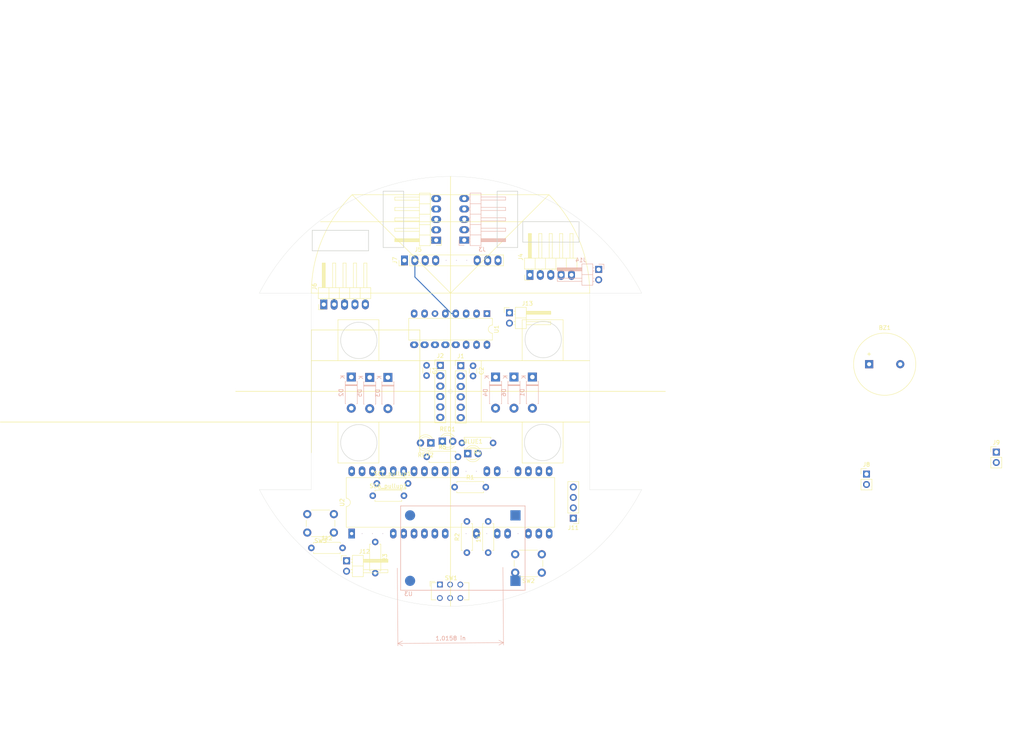
<source format=kicad_pcb>
(kicad_pcb (version 20171130) (host pcbnew 5.1.5-52549c5~84~ubuntu18.04.1)

  (general
    (thickness 2)
    (drawings 96)
    (tracks 4)
    (zones 0)
    (modules 40)
    (nets 63)
  )

  (page A4)
  (title_block
    (title Naanu)
    (date 2019-12-08)
    (rev 2)
    (company "Robotics And Automation Center")
    (comment 1 "Sanjay Rijal")
    (comment 2 "Rohit Pati")
    (comment 3 "Rimesh Lwagun")
    (comment 4 "Rabin Nepal")
  )

  (layers
    (0 F.Cu signal)
    (31 B.Cu signal)
    (32 B.Adhes user)
    (33 F.Adhes user)
    (34 B.Paste user)
    (35 F.Paste user)
    (36 B.SilkS user)
    (37 F.SilkS user)
    (38 B.Mask user)
    (39 F.Mask user)
    (40 Dwgs.User user)
    (41 Cmts.User user)
    (42 Eco1.User user)
    (43 Eco2.User user)
    (44 Edge.Cuts user)
    (45 Margin user)
    (46 B.CrtYd user)
    (47 F.CrtYd user)
    (48 B.Fab user)
    (49 F.Fab user)
  )

  (setup
    (last_trace_width 0.25)
    (user_trace_width 0.5)
    (user_trace_width 0.8)
    (user_trace_width 1)
    (user_trace_width 1.5)
    (trace_clearance 0.2)
    (zone_clearance 0.508)
    (zone_45_only no)
    (trace_min 0.2)
    (via_size 0.8)
    (via_drill 0.4)
    (via_min_size 0.4)
    (via_min_drill 0.3)
    (uvia_size 0.3)
    (uvia_drill 0.1)
    (uvias_allowed no)
    (uvia_min_size 0.2)
    (uvia_min_drill 0.1)
    (edge_width 0.05)
    (segment_width 0.2)
    (pcb_text_width 0.3)
    (pcb_text_size 1.5 1.5)
    (mod_edge_width 0.12)
    (mod_text_size 1 1)
    (mod_text_width 0.15)
    (pad_size 0.1 0.1)
    (pad_drill 0.01)
    (pad_to_mask_clearance 0.051)
    (solder_mask_min_width 0.25)
    (aux_axis_origin 0 0)
    (visible_elements FFFFF7FF)
    (pcbplotparams
      (layerselection 0x010fc_ffffffff)
      (usegerberextensions false)
      (usegerberattributes false)
      (usegerberadvancedattributes false)
      (creategerberjobfile false)
      (excludeedgelayer true)
      (linewidth 0.100000)
      (plotframeref false)
      (viasonmask false)
      (mode 1)
      (useauxorigin false)
      (hpglpennumber 1)
      (hpglpenspeed 20)
      (hpglpendiameter 15.000000)
      (psnegative false)
      (psa4output false)
      (plotreference true)
      (plotvalue true)
      (plotinvisibletext false)
      (padsonsilk false)
      (subtractmaskfromsilk false)
      (outputformat 1)
      (mirror false)
      (drillshape 1)
      (scaleselection 1)
      (outputdirectory ""))
  )

  (net 0 "")
  (net 1 "Net-(BLUE1-Pad2)")
  (net 2 GND)
  (net 3 BUZZ_IN)
  (net 4 "Net-(C1-Pad1)")
  (net 5 "Net-(C1-Pad2)")
  (net 6 "Net-(C2-Pad2)")
  (net 7 "Net-(C2-Pad1)")
  (net 8 rEn_A)
  (net 9 rEn_B)
  (net 10 +5V)
  (net 11 lEn_B)
  (net 12 lEn_A)
  (net 13 SCL)
  (net 14 SDA)
  (net 15 X_RIGHT)
  (net 16 X_FR)
  (net 17 X_LEFT)
  (net 18 X_FL)
  (net 19 "Net-(J7-Pad5)")
  (net 20 "Net-(J7-Pad6)")
  (net 21 "Net-(J7-Pad7)")
  (net 22 "Net-(J7-Pad8)")
  (net 23 "Net-(J7-Pad9)")
  (net 24 "Net-(J7-Pad10)")
  (net 25 "Net-(J11-Pad1)")
  (net 26 "Net-(J11-Pad2)")
  (net 27 3V3)
  (net 28 "Net-(J12-Pad1)")
  (net 29 +12V_Bat)
  (net 30 "Net-(J13-Pad1)")
  (net 31 +12V)
  (net 32 LED_IN)
  (net 33 Bat_IN)
  (net 34 "Net-(R4-Pad2)")
  (net 35 "Net-(SW1-Pad1)")
  (net 36 "Net-(SW1-Pad4)")
  (net 37 "Net-(U2-Pad1)")
  (net 38 "Net-(U2-Pad2)")
  (net 39 "Net-(U2-Pad3)")
  (net 40 "Net-(U2-Pad4)")
  (net 41 "Net-(U2-Pad29)")
  (net 42 "Net-(U2-Pad32)")
  (net 43 "Net-(U2-Pad33)")
  (net 44 "Net-(U2-Pad16)")
  (net 45 "Net-(U2-Pad17)")
  (net 46 "Net-(U2-Pad19)")
  (net 47 "Net-(U2-Pad7)")
  (net 48 "Net-(D1-Pad1)")
  (net 49 "Net-(D1-Pad2)")
  (net 50 "Net-(D2-Pad1)")
  (net 51 "Net-(D2-Pad2)")
  (net 52 "Net-(D3-Pad2)")
  (net 53 "Net-(D3-Pad1)")
  (net 54 "Net-(D4-Pad1)")
  (net 55 "Net-(D4-Pad2)")
  (net 56 "Net-(D5-Pad2)")
  (net 57 "Net-(D5-Pad1)")
  (net 58 "Net-(D6-Pad2)")
  (net 59 "Net-(D6-Pad1)")
  (net 60 PushButton_1)
  (net 61 PushButton_2)
  (net 62 "Net-(R5-Pad2)")

  (net_class Default "This is the default net class."
    (clearance 0.2)
    (trace_width 0.25)
    (via_dia 0.8)
    (via_drill 0.4)
    (uvia_dia 0.3)
    (uvia_drill 0.1)
    (add_net +12V)
    (add_net +12V_Bat)
    (add_net +5V)
    (add_net 3V3)
    (add_net BUZZ_IN)
    (add_net Bat_IN)
    (add_net GND)
    (add_net LED_IN)
    (add_net "Net-(BLUE1-Pad2)")
    (add_net "Net-(C1-Pad1)")
    (add_net "Net-(C1-Pad2)")
    (add_net "Net-(C2-Pad1)")
    (add_net "Net-(C2-Pad2)")
    (add_net "Net-(D1-Pad1)")
    (add_net "Net-(D1-Pad2)")
    (add_net "Net-(D2-Pad1)")
    (add_net "Net-(D2-Pad2)")
    (add_net "Net-(D3-Pad1)")
    (add_net "Net-(D3-Pad2)")
    (add_net "Net-(D4-Pad1)")
    (add_net "Net-(D4-Pad2)")
    (add_net "Net-(D5-Pad1)")
    (add_net "Net-(D5-Pad2)")
    (add_net "Net-(D6-Pad1)")
    (add_net "Net-(D6-Pad2)")
    (add_net "Net-(J11-Pad1)")
    (add_net "Net-(J11-Pad2)")
    (add_net "Net-(J12-Pad1)")
    (add_net "Net-(J13-Pad1)")
    (add_net "Net-(J7-Pad10)")
    (add_net "Net-(J7-Pad5)")
    (add_net "Net-(J7-Pad6)")
    (add_net "Net-(J7-Pad7)")
    (add_net "Net-(J7-Pad8)")
    (add_net "Net-(J7-Pad9)")
    (add_net "Net-(R4-Pad2)")
    (add_net "Net-(R5-Pad2)")
    (add_net "Net-(SW1-Pad1)")
    (add_net "Net-(SW1-Pad4)")
    (add_net "Net-(U2-Pad1)")
    (add_net "Net-(U2-Pad16)")
    (add_net "Net-(U2-Pad17)")
    (add_net "Net-(U2-Pad19)")
    (add_net "Net-(U2-Pad2)")
    (add_net "Net-(U2-Pad29)")
    (add_net "Net-(U2-Pad3)")
    (add_net "Net-(U2-Pad32)")
    (add_net "Net-(U2-Pad33)")
    (add_net "Net-(U2-Pad4)")
    (add_net "Net-(U2-Pad7)")
    (add_net PushButton_1)
    (add_net PushButton_2)
    (add_net SCL)
    (add_net SDA)
    (add_net X_FL)
    (add_net X_FR)
    (add_net X_LEFT)
    (add_net X_RIGHT)
    (add_net lEn_A)
    (add_net lEn_B)
    (add_net rEn_A)
    (add_net rEn_B)
  )

  (module Buck:Buck (layer B.Cu) (tedit 5DE68272) (tstamp 5E003B2A)
    (at 97.8154 158.59506)
    (path /5DFE95C7)
    (fp_text reference U3 (at 1.905 0.889) (layer B.SilkS)
      (effects (font (size 1 1) (thickness 0.15)) (justify mirror))
    )
    (fp_text value "5V Regulator" (at 15.875 1.143) (layer B.Fab)
      (effects (font (size 1 1) (thickness 0.15)) (justify mirror))
    )
    (fp_line (start 0 -20.6) (end 30.4 -20.6) (layer B.SilkS) (width 0.15))
    (fp_line (start 30.4 0) (end 30.4 -20.6) (layer B.SilkS) (width 0.15))
    (fp_line (start 0 0) (end 0 -20.6) (layer B.SilkS) (width 0.15))
    (fp_line (start 0 0) (end 30.4 0) (layer B.SilkS) (width 0.15))
    (pad 4 smd rect (at 28.0532 -18.3) (size 2.5 2.5) (layers B.Cu B.Paste B.Mask)
      (net 10 +5V))
    (pad 3 smd rect (at 28.0532 -2.3) (size 2.5 2.5) (layers B.Cu B.Paste B.Mask)
      (net 2 GND))
    (pad 2 smd circle (at 2.3 -18.3) (size 2.5 2.5) (layers B.Cu B.Paste B.Mask)
      (net 31 +12V))
    (pad 1 smd circle (at 2.3 -2.3) (size 2.5 2.5) (layers B.Cu B.Paste B.Mask)
      (net 2 GND))
  )

  (module Connector_PinHeader_2.54mm:PinHeader_1x02_P2.54mm_Vertical (layer F.Cu) (tedit 59FED5CC) (tstamp 5E0036DE)
    (at 243.34862 124.84412)
    (descr "Through hole straight pin header, 1x02, 2.54mm pitch, single row")
    (tags "Through hole pin header THT 1x02 2.54mm single row")
    (path /5E0137A5)
    (fp_text reference J9 (at 0 -2.33) (layer F.SilkS)
      (effects (font (size 1 1) (thickness 0.15)))
    )
    (fp_text value Conn_01x02_Male (at 0 4.87) (layer F.Fab)
      (effects (font (size 1 1) (thickness 0.15)))
    )
    (fp_text user %R (at 0 1.27 90) (layer F.Fab)
      (effects (font (size 1 1) (thickness 0.15)))
    )
    (fp_line (start 1.8 -1.8) (end -1.8 -1.8) (layer F.CrtYd) (width 0.05))
    (fp_line (start 1.8 4.35) (end 1.8 -1.8) (layer F.CrtYd) (width 0.05))
    (fp_line (start -1.8 4.35) (end 1.8 4.35) (layer F.CrtYd) (width 0.05))
    (fp_line (start -1.8 -1.8) (end -1.8 4.35) (layer F.CrtYd) (width 0.05))
    (fp_line (start -1.33 -1.33) (end 0 -1.33) (layer F.SilkS) (width 0.12))
    (fp_line (start -1.33 0) (end -1.33 -1.33) (layer F.SilkS) (width 0.12))
    (fp_line (start -1.33 1.27) (end 1.33 1.27) (layer F.SilkS) (width 0.12))
    (fp_line (start 1.33 1.27) (end 1.33 3.87) (layer F.SilkS) (width 0.12))
    (fp_line (start -1.33 1.27) (end -1.33 3.87) (layer F.SilkS) (width 0.12))
    (fp_line (start -1.33 3.87) (end 1.33 3.87) (layer F.SilkS) (width 0.12))
    (fp_line (start -1.27 -0.635) (end -0.635 -1.27) (layer F.Fab) (width 0.1))
    (fp_line (start -1.27 3.81) (end -1.27 -0.635) (layer F.Fab) (width 0.1))
    (fp_line (start 1.27 3.81) (end -1.27 3.81) (layer F.Fab) (width 0.1))
    (fp_line (start 1.27 -1.27) (end 1.27 3.81) (layer F.Fab) (width 0.1))
    (fp_line (start -0.635 -1.27) (end 1.27 -1.27) (layer F.Fab) (width 0.1))
    (pad 2 thru_hole oval (at 0 2.54) (size 1.7 1.7) (drill 1) (layers *.Cu *.Mask)
      (net 10 +5V))
    (pad 1 thru_hole rect (at 0 0) (size 1.7 1.7) (drill 1) (layers *.Cu *.Mask)
      (net 2 GND))
    (model ${KISYS3DMOD}/Connector_PinHeader_2.54mm.3dshapes/PinHeader_1x02_P2.54mm_Vertical.wrl
      (at (xyz 0 0 0))
      (scale (xyz 1 1 1))
      (rotate (xyz 0 0 0))
    )
  )

  (module Connector_PinHeader_2.54mm:PinHeader_1x02_P2.54mm_Vertical (layer F.Cu) (tedit 59FED5CC) (tstamp 5E0036C8)
    (at 211.62862 130.21412)
    (descr "Through hole straight pin header, 1x02, 2.54mm pitch, single row")
    (tags "Through hole pin header THT 1x02 2.54mm single row")
    (path /5E014067)
    (fp_text reference J8 (at 0 -2.33) (layer F.SilkS)
      (effects (font (size 1 1) (thickness 0.15)))
    )
    (fp_text value Conn_01x02_Male (at 0 4.87) (layer F.Fab)
      (effects (font (size 1 1) (thickness 0.15)))
    )
    (fp_text user %R (at 0 1.27 90) (layer F.Fab)
      (effects (font (size 1 1) (thickness 0.15)))
    )
    (fp_line (start 1.8 -1.8) (end -1.8 -1.8) (layer F.CrtYd) (width 0.05))
    (fp_line (start 1.8 4.35) (end 1.8 -1.8) (layer F.CrtYd) (width 0.05))
    (fp_line (start -1.8 4.35) (end 1.8 4.35) (layer F.CrtYd) (width 0.05))
    (fp_line (start -1.8 -1.8) (end -1.8 4.35) (layer F.CrtYd) (width 0.05))
    (fp_line (start -1.33 -1.33) (end 0 -1.33) (layer F.SilkS) (width 0.12))
    (fp_line (start -1.33 0) (end -1.33 -1.33) (layer F.SilkS) (width 0.12))
    (fp_line (start -1.33 1.27) (end 1.33 1.27) (layer F.SilkS) (width 0.12))
    (fp_line (start 1.33 1.27) (end 1.33 3.87) (layer F.SilkS) (width 0.12))
    (fp_line (start -1.33 1.27) (end -1.33 3.87) (layer F.SilkS) (width 0.12))
    (fp_line (start -1.33 3.87) (end 1.33 3.87) (layer F.SilkS) (width 0.12))
    (fp_line (start -1.27 -0.635) (end -0.635 -1.27) (layer F.Fab) (width 0.1))
    (fp_line (start -1.27 3.81) (end -1.27 -0.635) (layer F.Fab) (width 0.1))
    (fp_line (start 1.27 3.81) (end -1.27 3.81) (layer F.Fab) (width 0.1))
    (fp_line (start 1.27 -1.27) (end 1.27 3.81) (layer F.Fab) (width 0.1))
    (fp_line (start -0.635 -1.27) (end 1.27 -1.27) (layer F.Fab) (width 0.1))
    (pad 2 thru_hole oval (at 0 2.54) (size 1.7 1.7) (drill 1) (layers *.Cu *.Mask)
      (net 31 +12V))
    (pad 1 thru_hole rect (at 0 0) (size 1.7 1.7) (drill 1) (layers *.Cu *.Mask)
      (net 2 GND))
    (model ${KISYS3DMOD}/Connector_PinHeader_2.54mm.3dshapes/PinHeader_1x02_P2.54mm_Vertical.wrl
      (at (xyz 0 0 0))
      (scale (xyz 1 1 1))
      (rotate (xyz 0 0 0))
    )
  )

  (module Buzzer_Beeper:Buzzer_15x7.5RM7.6 (layer F.Cu) (tedit 5A030281) (tstamp 5E0031A4)
    (at 212.27796 103.36022)
    (descr "Generic Buzzer, D15mm height 7.5mm with RM7.6mm")
    (tags buzzer)
    (path /5DE7E6F0)
    (fp_text reference BZ1 (at 3.81 -8.89) (layer F.SilkS)
      (effects (font (size 1 1) (thickness 0.15)))
    )
    (fp_text value Buzzer (at 3.81 8.89) (layer F.Fab)
      (effects (font (size 1 1) (thickness 0.15)))
    )
    (fp_circle (center 3.8 0) (end 11.4 0) (layer F.SilkS) (width 0.12))
    (fp_circle (center 3.8 0) (end 4.8 0) (layer F.Fab) (width 0.1))
    (fp_circle (center 3.8 0) (end 11.3 0) (layer F.Fab) (width 0.1))
    (fp_circle (center 3.8 0) (end 11.55 0) (layer F.CrtYd) (width 0.05))
    (fp_text user %R (at 3.8 -4) (layer F.Fab)
      (effects (font (size 1 1) (thickness 0.15)))
    )
    (fp_text user + (at -0.01 -2.54) (layer F.SilkS)
      (effects (font (size 1 1) (thickness 0.15)))
    )
    (fp_text user + (at -0.01 -2.54) (layer F.Fab)
      (effects (font (size 1 1) (thickness 0.15)))
    )
    (pad 2 thru_hole circle (at 7.6 0) (size 2 2) (drill 1) (layers *.Cu *.Mask)
      (net 2 GND))
    (pad 1 thru_hole rect (at 0 0) (size 2 2) (drill 1) (layers *.Cu *.Mask)
      (net 3 BUZZ_IN))
    (model ${KISYS3DMOD}/Buzzer_Beeper.3dshapes/Buzzer_15x7.5RM7.6.wrl
      (at (xyz 0 0 0))
      (scale (xyz 1 1 1))
      (rotate (xyz 0 0 0))
    )
  )

  (module LED_THT:LED_D3.0mm (layer F.Cu) (tedit 587A3A7B) (tstamp 5E002B58)
    (at 105.2 122.6 180)
    (descr "LED, diameter 3.0mm, 2 pins")
    (tags "LED diameter 3.0mm 2 pins")
    (path /5E271572)
    (fp_text reference RED2 (at 1.27 -2.96) (layer F.SilkS)
      (effects (font (size 1 1) (thickness 0.15)))
    )
    (fp_text value LED (at 1.27 2.96) (layer F.Fab)
      (effects (font (size 1 1) (thickness 0.15)))
    )
    (fp_line (start 3.7 -2.25) (end -1.15 -2.25) (layer F.CrtYd) (width 0.05))
    (fp_line (start 3.7 2.25) (end 3.7 -2.25) (layer F.CrtYd) (width 0.05))
    (fp_line (start -1.15 2.25) (end 3.7 2.25) (layer F.CrtYd) (width 0.05))
    (fp_line (start -1.15 -2.25) (end -1.15 2.25) (layer F.CrtYd) (width 0.05))
    (fp_line (start -0.29 1.08) (end -0.29 1.236) (layer F.SilkS) (width 0.12))
    (fp_line (start -0.29 -1.236) (end -0.29 -1.08) (layer F.SilkS) (width 0.12))
    (fp_line (start -0.23 -1.16619) (end -0.23 1.16619) (layer F.Fab) (width 0.1))
    (fp_circle (center 1.27 0) (end 2.77 0) (layer F.Fab) (width 0.1))
    (fp_arc (start 1.27 0) (end 0.229039 1.08) (angle -87.9) (layer F.SilkS) (width 0.12))
    (fp_arc (start 1.27 0) (end 0.229039 -1.08) (angle 87.9) (layer F.SilkS) (width 0.12))
    (fp_arc (start 1.27 0) (end -0.29 1.235516) (angle -108.8) (layer F.SilkS) (width 0.12))
    (fp_arc (start 1.27 0) (end -0.29 -1.235516) (angle 108.8) (layer F.SilkS) (width 0.12))
    (fp_arc (start 1.27 0) (end -0.23 -1.16619) (angle 284.3) (layer F.Fab) (width 0.1))
    (pad 2 thru_hole circle (at 2.54 0 180) (size 1.8 1.8) (drill 0.9) (layers *.Cu *.Mask)
      (net 62 "Net-(R5-Pad2)"))
    (pad 1 thru_hole rect (at 0 0 180) (size 1.8 1.8) (drill 0.9) (layers *.Cu *.Mask)
      (net 2 GND))
    (model ${KISYS3DMOD}/LED_THT.3dshapes/LED_D3.0mm.wrl
      (at (xyz 0 0 0))
      (scale (xyz 1 1 1))
      (rotate (xyz 0 0 0))
    )
  )

  (module LED_THT:LED_D3.0mm (layer F.Cu) (tedit 587A3A7B) (tstamp 5E002B45)
    (at 108 122.2)
    (descr "LED, diameter 3.0mm, 2 pins")
    (tags "LED diameter 3.0mm 2 pins")
    (path /5E43343D)
    (fp_text reference RED1 (at 1.27 -2.96) (layer F.SilkS)
      (effects (font (size 1 1) (thickness 0.15)))
    )
    (fp_text value LED (at 1.27 2.96) (layer F.Fab)
      (effects (font (size 1 1) (thickness 0.15)))
    )
    (fp_line (start 3.7 -2.25) (end -1.15 -2.25) (layer F.CrtYd) (width 0.05))
    (fp_line (start 3.7 2.25) (end 3.7 -2.25) (layer F.CrtYd) (width 0.05))
    (fp_line (start -1.15 2.25) (end 3.7 2.25) (layer F.CrtYd) (width 0.05))
    (fp_line (start -1.15 -2.25) (end -1.15 2.25) (layer F.CrtYd) (width 0.05))
    (fp_line (start -0.29 1.08) (end -0.29 1.236) (layer F.SilkS) (width 0.12))
    (fp_line (start -0.29 -1.236) (end -0.29 -1.08) (layer F.SilkS) (width 0.12))
    (fp_line (start -0.23 -1.16619) (end -0.23 1.16619) (layer F.Fab) (width 0.1))
    (fp_circle (center 1.27 0) (end 2.77 0) (layer F.Fab) (width 0.1))
    (fp_arc (start 1.27 0) (end 0.229039 1.08) (angle -87.9) (layer F.SilkS) (width 0.12))
    (fp_arc (start 1.27 0) (end 0.229039 -1.08) (angle 87.9) (layer F.SilkS) (width 0.12))
    (fp_arc (start 1.27 0) (end -0.29 1.235516) (angle -108.8) (layer F.SilkS) (width 0.12))
    (fp_arc (start 1.27 0) (end -0.29 -1.235516) (angle 108.8) (layer F.SilkS) (width 0.12))
    (fp_arc (start 1.27 0) (end -0.23 -1.16619) (angle 284.3) (layer F.Fab) (width 0.1))
    (pad 2 thru_hole circle (at 2.54 0) (size 1.8 1.8) (drill 0.9) (layers *.Cu *.Mask)
      (net 34 "Net-(R4-Pad2)"))
    (pad 1 thru_hole rect (at 0 0) (size 1.8 1.8) (drill 0.9) (layers *.Cu *.Mask)
      (net 2 GND))
    (model ${KISYS3DMOD}/LED_THT.3dshapes/LED_D3.0mm.wrl
      (at (xyz 0 0 0))
      (scale (xyz 1 1 1))
      (rotate (xyz 0 0 0))
    )
  )

  (module Resistor_THT:R_Axial_DIN0207_L6.3mm_D2.5mm_P7.62mm_Horizontal (layer F.Cu) (tedit 5AE5139B) (tstamp 5E002B06)
    (at 120.4 122.6 180)
    (descr "Resistor, Axial_DIN0207 series, Axial, Horizontal, pin pitch=7.62mm, 0.25W = 1/4W, length*diameter=6.3*2.5mm^2, http://cdn-reichelt.de/documents/datenblatt/B400/1_4W%23YAG.pdf")
    (tags "Resistor Axial_DIN0207 series Axial Horizontal pin pitch 7.62mm 0.25W = 1/4W length 6.3mm diameter 2.5mm")
    (path /5E433447)
    (fp_text reference R4 (at 3.81 -2.37) (layer F.SilkS)
      (effects (font (size 1 1) (thickness 0.15)))
    )
    (fp_text value 330 (at 3.81 2.37) (layer F.Fab)
      (effects (font (size 1 1) (thickness 0.15)))
    )
    (fp_text user %R (at 3.81 0) (layer F.Fab)
      (effects (font (size 1 1) (thickness 0.15)))
    )
    (fp_line (start 8.67 -1.5) (end -1.05 -1.5) (layer F.CrtYd) (width 0.05))
    (fp_line (start 8.67 1.5) (end 8.67 -1.5) (layer F.CrtYd) (width 0.05))
    (fp_line (start -1.05 1.5) (end 8.67 1.5) (layer F.CrtYd) (width 0.05))
    (fp_line (start -1.05 -1.5) (end -1.05 1.5) (layer F.CrtYd) (width 0.05))
    (fp_line (start 7.08 1.37) (end 7.08 1.04) (layer F.SilkS) (width 0.12))
    (fp_line (start 0.54 1.37) (end 7.08 1.37) (layer F.SilkS) (width 0.12))
    (fp_line (start 0.54 1.04) (end 0.54 1.37) (layer F.SilkS) (width 0.12))
    (fp_line (start 7.08 -1.37) (end 7.08 -1.04) (layer F.SilkS) (width 0.12))
    (fp_line (start 0.54 -1.37) (end 7.08 -1.37) (layer F.SilkS) (width 0.12))
    (fp_line (start 0.54 -1.04) (end 0.54 -1.37) (layer F.SilkS) (width 0.12))
    (fp_line (start 7.62 0) (end 6.96 0) (layer F.Fab) (width 0.1))
    (fp_line (start 0 0) (end 0.66 0) (layer F.Fab) (width 0.1))
    (fp_line (start 6.96 -1.25) (end 0.66 -1.25) (layer F.Fab) (width 0.1))
    (fp_line (start 6.96 1.25) (end 6.96 -1.25) (layer F.Fab) (width 0.1))
    (fp_line (start 0.66 1.25) (end 6.96 1.25) (layer F.Fab) (width 0.1))
    (fp_line (start 0.66 -1.25) (end 0.66 1.25) (layer F.Fab) (width 0.1))
    (pad 2 thru_hole oval (at 7.62 0 180) (size 1.6 1.6) (drill 0.8) (layers *.Cu *.Mask)
      (net 34 "Net-(R4-Pad2)"))
    (pad 1 thru_hole circle (at 0 0 180) (size 1.6 1.6) (drill 0.8) (layers *.Cu *.Mask)
      (net 10 +5V))
    (model ${KISYS3DMOD}/Resistor_THT.3dshapes/R_Axial_DIN0207_L6.3mm_D2.5mm_P7.62mm_Horizontal.wrl
      (at (xyz 0 0 0))
      (scale (xyz 1 1 1))
      (rotate (xyz 0 0 0))
    )
  )

  (module Resistor_THT:R_Axial_DIN0207_L6.3mm_D2.5mm_P7.62mm_Horizontal (layer F.Cu) (tedit 5AE5139B) (tstamp 5E002AEF)
    (at 91.6 146.8 270)
    (descr "Resistor, Axial_DIN0207 series, Axial, Horizontal, pin pitch=7.62mm, 0.25W = 1/4W, length*diameter=6.3*2.5mm^2, http://cdn-reichelt.de/documents/datenblatt/B400/1_4W%23YAG.pdf")
    (tags "Resistor Axial_DIN0207 series Axial Horizontal pin pitch 7.62mm 0.25W = 1/4W length 6.3mm diameter 2.5mm")
    (path /5DE7DEE3)
    (fp_text reference R3 (at 3.81 -2.37 90) (layer F.SilkS)
      (effects (font (size 1 1) (thickness 0.15)))
    )
    (fp_text value 1k (at 3.81 2.37 90) (layer F.Fab)
      (effects (font (size 1 1) (thickness 0.15)))
    )
    (fp_text user %R (at 3.81 0 90) (layer F.Fab)
      (effects (font (size 1 1) (thickness 0.15)))
    )
    (fp_line (start 8.67 -1.5) (end -1.05 -1.5) (layer F.CrtYd) (width 0.05))
    (fp_line (start 8.67 1.5) (end 8.67 -1.5) (layer F.CrtYd) (width 0.05))
    (fp_line (start -1.05 1.5) (end 8.67 1.5) (layer F.CrtYd) (width 0.05))
    (fp_line (start -1.05 -1.5) (end -1.05 1.5) (layer F.CrtYd) (width 0.05))
    (fp_line (start 7.08 1.37) (end 7.08 1.04) (layer F.SilkS) (width 0.12))
    (fp_line (start 0.54 1.37) (end 7.08 1.37) (layer F.SilkS) (width 0.12))
    (fp_line (start 0.54 1.04) (end 0.54 1.37) (layer F.SilkS) (width 0.12))
    (fp_line (start 7.08 -1.37) (end 7.08 -1.04) (layer F.SilkS) (width 0.12))
    (fp_line (start 0.54 -1.37) (end 7.08 -1.37) (layer F.SilkS) (width 0.12))
    (fp_line (start 0.54 -1.04) (end 0.54 -1.37) (layer F.SilkS) (width 0.12))
    (fp_line (start 7.62 0) (end 6.96 0) (layer F.Fab) (width 0.1))
    (fp_line (start 0 0) (end 0.66 0) (layer F.Fab) (width 0.1))
    (fp_line (start 6.96 -1.25) (end 0.66 -1.25) (layer F.Fab) (width 0.1))
    (fp_line (start 6.96 1.25) (end 6.96 -1.25) (layer F.Fab) (width 0.1))
    (fp_line (start 0.66 1.25) (end 6.96 1.25) (layer F.Fab) (width 0.1))
    (fp_line (start 0.66 -1.25) (end 0.66 1.25) (layer F.Fab) (width 0.1))
    (pad 2 thru_hole oval (at 7.62 0 270) (size 1.6 1.6) (drill 0.8) (layers *.Cu *.Mask)
      (net 2 GND))
    (pad 1 thru_hole circle (at 0 0 270) (size 1.6 1.6) (drill 0.8) (layers *.Cu *.Mask)
      (net 33 Bat_IN))
    (model ${KISYS3DMOD}/Resistor_THT.3dshapes/R_Axial_DIN0207_L6.3mm_D2.5mm_P7.62mm_Horizontal.wrl
      (at (xyz 0 0 0))
      (scale (xyz 1 1 1))
      (rotate (xyz 0 0 0))
    )
  )

  (module Resistor_THT:R_Axial_DIN0207_L6.3mm_D2.5mm_P7.62mm_Horizontal (layer F.Cu) (tedit 5AE5139B) (tstamp 5E002AAC)
    (at 111 133.4)
    (descr "Resistor, Axial_DIN0207 series, Axial, Horizontal, pin pitch=7.62mm, 0.25W = 1/4W, length*diameter=6.3*2.5mm^2, http://cdn-reichelt.de/documents/datenblatt/B400/1_4W%23YAG.pdf")
    (tags "Resistor Axial_DIN0207 series Axial Horizontal pin pitch 7.62mm 0.25W = 1/4W length 6.3mm diameter 2.5mm")
    (path /5DE8298C)
    (fp_text reference R1 (at 3.81 -2.37) (layer F.SilkS)
      (effects (font (size 1 1) (thickness 0.15)))
    )
    (fp_text value 330 (at 3.81 2.37) (layer F.Fab)
      (effects (font (size 1 1) (thickness 0.15)))
    )
    (fp_text user %R (at 3.81 0) (layer F.Fab)
      (effects (font (size 1 1) (thickness 0.15)))
    )
    (fp_line (start 8.67 -1.5) (end -1.05 -1.5) (layer F.CrtYd) (width 0.05))
    (fp_line (start 8.67 1.5) (end 8.67 -1.5) (layer F.CrtYd) (width 0.05))
    (fp_line (start -1.05 1.5) (end 8.67 1.5) (layer F.CrtYd) (width 0.05))
    (fp_line (start -1.05 -1.5) (end -1.05 1.5) (layer F.CrtYd) (width 0.05))
    (fp_line (start 7.08 1.37) (end 7.08 1.04) (layer F.SilkS) (width 0.12))
    (fp_line (start 0.54 1.37) (end 7.08 1.37) (layer F.SilkS) (width 0.12))
    (fp_line (start 0.54 1.04) (end 0.54 1.37) (layer F.SilkS) (width 0.12))
    (fp_line (start 7.08 -1.37) (end 7.08 -1.04) (layer F.SilkS) (width 0.12))
    (fp_line (start 0.54 -1.37) (end 7.08 -1.37) (layer F.SilkS) (width 0.12))
    (fp_line (start 0.54 -1.04) (end 0.54 -1.37) (layer F.SilkS) (width 0.12))
    (fp_line (start 7.62 0) (end 6.96 0) (layer F.Fab) (width 0.1))
    (fp_line (start 0 0) (end 0.66 0) (layer F.Fab) (width 0.1))
    (fp_line (start 6.96 -1.25) (end 0.66 -1.25) (layer F.Fab) (width 0.1))
    (fp_line (start 6.96 1.25) (end 6.96 -1.25) (layer F.Fab) (width 0.1))
    (fp_line (start 0.66 1.25) (end 6.96 1.25) (layer F.Fab) (width 0.1))
    (fp_line (start 0.66 -1.25) (end 0.66 1.25) (layer F.Fab) (width 0.1))
    (pad 2 thru_hole oval (at 7.62 0) (size 1.6 1.6) (drill 0.8) (layers *.Cu *.Mask)
      (net 1 "Net-(BLUE1-Pad2)"))
    (pad 1 thru_hole circle (at 0 0) (size 1.6 1.6) (drill 0.8) (layers *.Cu *.Mask)
      (net 32 LED_IN))
    (model ${KISYS3DMOD}/Resistor_THT.3dshapes/R_Axial_DIN0207_L6.3mm_D2.5mm_P7.62mm_Horizontal.wrl
      (at (xyz 0 0 0))
      (scale (xyz 1 1 1))
      (rotate (xyz 0 0 0))
    )
  )

  (module Connector_PinHeader_2.54mm:PinHeader_1x02_P2.54mm_Horizontal (layer F.Cu) (tedit 59FED5CB) (tstamp 5E002A31)
    (at 124.4 90.8)
    (descr "Through hole angled pin header, 1x02, 2.54mm pitch, 6mm pin length, single row")
    (tags "Through hole angled pin header THT 1x02 2.54mm single row")
    (path /5DFF5C50)
    (fp_text reference J13 (at 4.385 -2.27) (layer F.SilkS)
      (effects (font (size 1 1) (thickness 0.15)))
    )
    (fp_text value CELL2 (at 4.385 4.81) (layer F.Fab)
      (effects (font (size 1 1) (thickness 0.15)))
    )
    (fp_text user %R (at 2.77 1.27 90) (layer F.Fab)
      (effects (font (size 1 1) (thickness 0.15)))
    )
    (fp_line (start 10.55 -1.8) (end -1.8 -1.8) (layer F.CrtYd) (width 0.05))
    (fp_line (start 10.55 4.35) (end 10.55 -1.8) (layer F.CrtYd) (width 0.05))
    (fp_line (start -1.8 4.35) (end 10.55 4.35) (layer F.CrtYd) (width 0.05))
    (fp_line (start -1.8 -1.8) (end -1.8 4.35) (layer F.CrtYd) (width 0.05))
    (fp_line (start -1.27 -1.27) (end 0 -1.27) (layer F.SilkS) (width 0.12))
    (fp_line (start -1.27 0) (end -1.27 -1.27) (layer F.SilkS) (width 0.12))
    (fp_line (start 1.042929 2.92) (end 1.44 2.92) (layer F.SilkS) (width 0.12))
    (fp_line (start 1.042929 2.16) (end 1.44 2.16) (layer F.SilkS) (width 0.12))
    (fp_line (start 10.1 2.92) (end 4.1 2.92) (layer F.SilkS) (width 0.12))
    (fp_line (start 10.1 2.16) (end 10.1 2.92) (layer F.SilkS) (width 0.12))
    (fp_line (start 4.1 2.16) (end 10.1 2.16) (layer F.SilkS) (width 0.12))
    (fp_line (start 1.44 1.27) (end 4.1 1.27) (layer F.SilkS) (width 0.12))
    (fp_line (start 1.11 0.38) (end 1.44 0.38) (layer F.SilkS) (width 0.12))
    (fp_line (start 1.11 -0.38) (end 1.44 -0.38) (layer F.SilkS) (width 0.12))
    (fp_line (start 4.1 0.28) (end 10.1 0.28) (layer F.SilkS) (width 0.12))
    (fp_line (start 4.1 0.16) (end 10.1 0.16) (layer F.SilkS) (width 0.12))
    (fp_line (start 4.1 0.04) (end 10.1 0.04) (layer F.SilkS) (width 0.12))
    (fp_line (start 4.1 -0.08) (end 10.1 -0.08) (layer F.SilkS) (width 0.12))
    (fp_line (start 4.1 -0.2) (end 10.1 -0.2) (layer F.SilkS) (width 0.12))
    (fp_line (start 4.1 -0.32) (end 10.1 -0.32) (layer F.SilkS) (width 0.12))
    (fp_line (start 10.1 0.38) (end 4.1 0.38) (layer F.SilkS) (width 0.12))
    (fp_line (start 10.1 -0.38) (end 10.1 0.38) (layer F.SilkS) (width 0.12))
    (fp_line (start 4.1 -0.38) (end 10.1 -0.38) (layer F.SilkS) (width 0.12))
    (fp_line (start 4.1 -1.33) (end 1.44 -1.33) (layer F.SilkS) (width 0.12))
    (fp_line (start 4.1 3.87) (end 4.1 -1.33) (layer F.SilkS) (width 0.12))
    (fp_line (start 1.44 3.87) (end 4.1 3.87) (layer F.SilkS) (width 0.12))
    (fp_line (start 1.44 -1.33) (end 1.44 3.87) (layer F.SilkS) (width 0.12))
    (fp_line (start 4.04 2.86) (end 10.04 2.86) (layer F.Fab) (width 0.1))
    (fp_line (start 10.04 2.22) (end 10.04 2.86) (layer F.Fab) (width 0.1))
    (fp_line (start 4.04 2.22) (end 10.04 2.22) (layer F.Fab) (width 0.1))
    (fp_line (start -0.32 2.86) (end 1.5 2.86) (layer F.Fab) (width 0.1))
    (fp_line (start -0.32 2.22) (end -0.32 2.86) (layer F.Fab) (width 0.1))
    (fp_line (start -0.32 2.22) (end 1.5 2.22) (layer F.Fab) (width 0.1))
    (fp_line (start 4.04 0.32) (end 10.04 0.32) (layer F.Fab) (width 0.1))
    (fp_line (start 10.04 -0.32) (end 10.04 0.32) (layer F.Fab) (width 0.1))
    (fp_line (start 4.04 -0.32) (end 10.04 -0.32) (layer F.Fab) (width 0.1))
    (fp_line (start -0.32 0.32) (end 1.5 0.32) (layer F.Fab) (width 0.1))
    (fp_line (start -0.32 -0.32) (end -0.32 0.32) (layer F.Fab) (width 0.1))
    (fp_line (start -0.32 -0.32) (end 1.5 -0.32) (layer F.Fab) (width 0.1))
    (fp_line (start 1.5 -0.635) (end 2.135 -1.27) (layer F.Fab) (width 0.1))
    (fp_line (start 1.5 3.81) (end 1.5 -0.635) (layer F.Fab) (width 0.1))
    (fp_line (start 4.04 3.81) (end 1.5 3.81) (layer F.Fab) (width 0.1))
    (fp_line (start 4.04 -1.27) (end 4.04 3.81) (layer F.Fab) (width 0.1))
    (fp_line (start 2.135 -1.27) (end 4.04 -1.27) (layer F.Fab) (width 0.1))
    (pad 2 thru_hole oval (at 0 2.54) (size 1.7 1.7) (drill 1) (layers *.Cu *.Mask)
      (net 28 "Net-(J12-Pad1)"))
    (pad 1 thru_hole rect (at 0 0) (size 1.7 1.7) (drill 1) (layers *.Cu *.Mask)
      (net 30 "Net-(J13-Pad1)"))
    (model ${KISYS3DMOD}/Connector_PinHeader_2.54mm.3dshapes/PinHeader_1x02_P2.54mm_Horizontal.wrl
      (at (xyz 0 0 0))
      (scale (xyz 1 1 1))
      (rotate (xyz 0 0 0))
    )
  )

  (module LED_THT:LED_D3.0mm (layer F.Cu) (tedit 587A3A7B) (tstamp 5E002446)
    (at 114.2 125.2)
    (descr "LED, diameter 3.0mm, 2 pins")
    (tags "LED diameter 3.0mm 2 pins")
    (path /5DE7FED4)
    (fp_text reference BLUE1 (at 1.27 -2.96) (layer F.SilkS)
      (effects (font (size 1 1) (thickness 0.15)))
    )
    (fp_text value LED (at 1.27 2.96) (layer F.Fab)
      (effects (font (size 1 1) (thickness 0.15)))
    )
    (fp_line (start 3.7 -2.25) (end -1.15 -2.25) (layer F.CrtYd) (width 0.05))
    (fp_line (start 3.7 2.25) (end 3.7 -2.25) (layer F.CrtYd) (width 0.05))
    (fp_line (start -1.15 2.25) (end 3.7 2.25) (layer F.CrtYd) (width 0.05))
    (fp_line (start -1.15 -2.25) (end -1.15 2.25) (layer F.CrtYd) (width 0.05))
    (fp_line (start -0.29 1.08) (end -0.29 1.236) (layer F.SilkS) (width 0.12))
    (fp_line (start -0.29 -1.236) (end -0.29 -1.08) (layer F.SilkS) (width 0.12))
    (fp_line (start -0.23 -1.16619) (end -0.23 1.16619) (layer F.Fab) (width 0.1))
    (fp_circle (center 1.27 0) (end 2.77 0) (layer F.Fab) (width 0.1))
    (fp_arc (start 1.27 0) (end 0.229039 1.08) (angle -87.9) (layer F.SilkS) (width 0.12))
    (fp_arc (start 1.27 0) (end 0.229039 -1.08) (angle 87.9) (layer F.SilkS) (width 0.12))
    (fp_arc (start 1.27 0) (end -0.29 1.235516) (angle -108.8) (layer F.SilkS) (width 0.12))
    (fp_arc (start 1.27 0) (end -0.29 -1.235516) (angle 108.8) (layer F.SilkS) (width 0.12))
    (fp_arc (start 1.27 0) (end -0.23 -1.16619) (angle 284.3) (layer F.Fab) (width 0.1))
    (pad 2 thru_hole circle (at 2.54 0) (size 1.8 1.8) (drill 0.9) (layers *.Cu *.Mask)
      (net 1 "Net-(BLUE1-Pad2)"))
    (pad 1 thru_hole rect (at 0 0) (size 1.8 1.8) (drill 0.9) (layers *.Cu *.Mask)
      (net 2 GND))
    (model ${KISYS3DMOD}/LED_THT.3dshapes/LED_D3.0mm.wrl
      (at (xyz 0 0 0))
      (scale (xyz 1 1 1))
      (rotate (xyz 0 0 0))
    )
  )

  (module Resistor_THT:R_Axial_DIN0207_L6.3mm_D2.5mm_P7.62mm_Horizontal (layer F.Cu) (tedit 5AE5139B) (tstamp 5E002433)
    (at 76 148.25)
    (descr "Resistor, Axial_DIN0207 series, Axial, Horizontal, pin pitch=7.62mm, 0.25W = 1/4W, length*diameter=6.3*2.5mm^2, http://cdn-reichelt.de/documents/datenblatt/B400/1_4W%23YAG.pdf")
    (tags "Resistor Axial_DIN0207 series Axial Horizontal pin pitch 7.62mm 0.25W = 1/4W length 6.3mm diameter 2.5mm")
    (path /5DFDFF78)
    (fp_text reference 1k2 (at 3.81 -2.37) (layer F.SilkS)
      (effects (font (size 1 1) (thickness 0.15)))
    )
    (fp_text value R (at 3.81 2.37) (layer F.Fab)
      (effects (font (size 1 1) (thickness 0.15)))
    )
    (fp_text user %R (at 3.81 0) (layer F.Fab)
      (effects (font (size 1 1) (thickness 0.15)))
    )
    (fp_line (start 8.67 -1.5) (end -1.05 -1.5) (layer F.CrtYd) (width 0.05))
    (fp_line (start 8.67 1.5) (end 8.67 -1.5) (layer F.CrtYd) (width 0.05))
    (fp_line (start -1.05 1.5) (end 8.67 1.5) (layer F.CrtYd) (width 0.05))
    (fp_line (start -1.05 -1.5) (end -1.05 1.5) (layer F.CrtYd) (width 0.05))
    (fp_line (start 7.08 1.37) (end 7.08 1.04) (layer F.SilkS) (width 0.12))
    (fp_line (start 0.54 1.37) (end 7.08 1.37) (layer F.SilkS) (width 0.12))
    (fp_line (start 0.54 1.04) (end 0.54 1.37) (layer F.SilkS) (width 0.12))
    (fp_line (start 7.08 -1.37) (end 7.08 -1.04) (layer F.SilkS) (width 0.12))
    (fp_line (start 0.54 -1.37) (end 7.08 -1.37) (layer F.SilkS) (width 0.12))
    (fp_line (start 0.54 -1.04) (end 0.54 -1.37) (layer F.SilkS) (width 0.12))
    (fp_line (start 7.62 0) (end 6.96 0) (layer F.Fab) (width 0.1))
    (fp_line (start 0 0) (end 0.66 0) (layer F.Fab) (width 0.1))
    (fp_line (start 6.96 -1.25) (end 0.66 -1.25) (layer F.Fab) (width 0.1))
    (fp_line (start 6.96 1.25) (end 6.96 -1.25) (layer F.Fab) (width 0.1))
    (fp_line (start 0.66 1.25) (end 6.96 1.25) (layer F.Fab) (width 0.1))
    (fp_line (start 0.66 -1.25) (end 0.66 1.25) (layer F.Fab) (width 0.1))
    (pad 2 thru_hole oval (at 7.62 0) (size 1.6 1.6) (drill 0.8) (layers *.Cu *.Mask)
      (net 2 GND))
    (pad 1 thru_hole circle (at 0 0) (size 1.6 1.6) (drill 0.8) (layers *.Cu *.Mask)
      (net 10 +5V))
    (model ${KISYS3DMOD}/Resistor_THT.3dshapes/R_Axial_DIN0207_L6.3mm_D2.5mm_P7.62mm_Horizontal.wrl
      (at (xyz 0 0 0))
      (scale (xyz 1 1 1))
      (rotate (xyz 0 0 0))
    )
  )

  (module Resistor_THT:R_Axial_DIN0207_L6.3mm_D2.5mm_P7.62mm_Horizontal (layer F.Cu) (tedit 5AE5139B) (tstamp 5E00241C)
    (at 119.2 149.4 90)
    (descr "Resistor, Axial_DIN0207 series, Axial, Horizontal, pin pitch=7.62mm, 0.25W = 1/4W, length*diameter=6.3*2.5mm^2, http://cdn-reichelt.de/documents/datenblatt/B400/1_4W%23YAG.pdf")
    (tags "Resistor Axial_DIN0207 series Axial Horizontal pin pitch 7.62mm 0.25W = 1/4W length 6.3mm diameter 2.5mm")
    (path /5DFD9C9E)
    (fp_text reference 1k1 (at 3.81 -2.37 90) (layer F.SilkS)
      (effects (font (size 1 1) (thickness 0.15)))
    )
    (fp_text value R (at 3.81 2.37 90) (layer F.Fab)
      (effects (font (size 1 1) (thickness 0.15)))
    )
    (fp_text user %R (at 3.81 0 90) (layer F.Fab)
      (effects (font (size 1 1) (thickness 0.15)))
    )
    (fp_line (start 8.67 -1.5) (end -1.05 -1.5) (layer F.CrtYd) (width 0.05))
    (fp_line (start 8.67 1.5) (end 8.67 -1.5) (layer F.CrtYd) (width 0.05))
    (fp_line (start -1.05 1.5) (end 8.67 1.5) (layer F.CrtYd) (width 0.05))
    (fp_line (start -1.05 -1.5) (end -1.05 1.5) (layer F.CrtYd) (width 0.05))
    (fp_line (start 7.08 1.37) (end 7.08 1.04) (layer F.SilkS) (width 0.12))
    (fp_line (start 0.54 1.37) (end 7.08 1.37) (layer F.SilkS) (width 0.12))
    (fp_line (start 0.54 1.04) (end 0.54 1.37) (layer F.SilkS) (width 0.12))
    (fp_line (start 7.08 -1.37) (end 7.08 -1.04) (layer F.SilkS) (width 0.12))
    (fp_line (start 0.54 -1.37) (end 7.08 -1.37) (layer F.SilkS) (width 0.12))
    (fp_line (start 0.54 -1.04) (end 0.54 -1.37) (layer F.SilkS) (width 0.12))
    (fp_line (start 7.62 0) (end 6.96 0) (layer F.Fab) (width 0.1))
    (fp_line (start 0 0) (end 0.66 0) (layer F.Fab) (width 0.1))
    (fp_line (start 6.96 -1.25) (end 0.66 -1.25) (layer F.Fab) (width 0.1))
    (fp_line (start 6.96 1.25) (end 6.96 -1.25) (layer F.Fab) (width 0.1))
    (fp_line (start 0.66 1.25) (end 6.96 1.25) (layer F.Fab) (width 0.1))
    (fp_line (start 0.66 -1.25) (end 0.66 1.25) (layer F.Fab) (width 0.1))
    (pad 2 thru_hole oval (at 7.62 0 90) (size 1.6 1.6) (drill 0.8) (layers *.Cu *.Mask)
      (net 2 GND))
    (pad 1 thru_hole circle (at 0 0 90) (size 1.6 1.6) (drill 0.8) (layers *.Cu *.Mask)
      (net 10 +5V))
    (model ${KISYS3DMOD}/Resistor_THT.3dshapes/R_Axial_DIN0207_L6.3mm_D2.5mm_P7.62mm_Horizontal.wrl
      (at (xyz 0 0 0))
      (scale (xyz 1 1 1))
      (rotate (xyz 0 0 0))
    )
  )

  (module BluePill:STM32 (layer F.Cu) (tedit 5DFF9409) (tstamp 5DFFB441)
    (at 85.85 144.75 90)
    (descr "40-lead though-hole mounted DIP package, row spacing 15.24 mm (600 mils), LongPads")
    (tags "THT DIP DIL PDIP 2.54mm 15.24mm 600mil LongPads")
    (path /5DE77FBA)
    (fp_text reference U2 (at 7.62 -2.33 90) (layer F.SilkS)
      (effects (font (size 1 1) (thickness 0.15)))
    )
    (fp_text value BluePill (at 7.62 50.59 90) (layer F.Fab)
      (effects (font (size 1 1) (thickness 0.15)))
    )
    (fp_arc (start 7.62 -1.33) (end 6.62 -1.33) (angle -180) (layer F.SilkS) (width 0.12))
    (fp_line (start 1.255 -1.27) (end 14.985 -1.27) (layer F.Fab) (width 0.1))
    (fp_line (start 14.985 -1.27) (end 14.985 49.53) (layer F.Fab) (width 0.1))
    (fp_line (start 14.985 49.53) (end 0.255 49.53) (layer F.Fab) (width 0.1))
    (fp_line (start 0.255 49.53) (end 0.255 -0.27) (layer F.Fab) (width 0.1))
    (fp_line (start 0.255 -0.27) (end 1.255 -1.27) (layer F.Fab) (width 0.1))
    (fp_line (start 6.62 -1.33) (end 1.56 -1.33) (layer F.SilkS) (width 0.12))
    (fp_line (start 1.56 -1.33) (end 1.56 49.59) (layer F.SilkS) (width 0.12))
    (fp_line (start 1.56 49.59) (end 13.68 49.59) (layer F.SilkS) (width 0.12))
    (fp_line (start 13.68 49.59) (end 13.68 -1.33) (layer F.SilkS) (width 0.12))
    (fp_line (start 13.68 -1.33) (end 8.62 -1.33) (layer F.SilkS) (width 0.12))
    (fp_line (start -1.5 -1.55) (end -1.5 49.8) (layer F.CrtYd) (width 0.05))
    (fp_line (start -1.5 49.8) (end 16.7 49.8) (layer F.CrtYd) (width 0.05))
    (fp_line (start 16.7 49.8) (end 16.7 -1.55) (layer F.CrtYd) (width 0.05))
    (fp_line (start 16.7 -1.55) (end -1.5 -1.55) (layer F.CrtYd) (width 0.05))
    (fp_text user %R (at 7.62 24.13 90) (layer F.Fab)
      (effects (font (size 1 1) (thickness 0.15)))
    )
    (pad 1 thru_hole rect (at 0 0 90) (size 2.4 1.6) (drill 0.8) (layers *.Cu *.Mask)
      (net 37 "Net-(U2-Pad1)"))
    (pad 25 thru_hole oval (at 15.24 48.26 90) (size 2.4 1.6) (drill 0.8) (layers *.Cu *.Mask)
      (net 9 rEn_B))
    (pad 2 thru_hole circle (at 0 2.54 90) (size 0.1 0.1) (drill 0.01) (layers *.Cu *.Mask)
      (net 38 "Net-(U2-Pad2)"))
    (pad 26 thru_hole oval (at 15.24 45.72 90) (size 2.4 1.6) (drill 0.8) (layers *.Cu *.Mask)
      (net 8 rEn_A))
    (pad 3 thru_hole circle (at 0 5.08 90) (size 0.1 0.1) (drill 0.01) (layers *.Cu *.Mask)
      (net 39 "Net-(U2-Pad3)"))
    (pad 27 thru_hole oval (at 15.24 43.18 90) (size 2.4 1.6) (drill 0.8) (layers *.Cu *.Mask)
      (net 11 lEn_B))
    (pad 4 thru_hole circle (at 0 7.62 90) (size 0.1 0.1) (drill 0.01) (layers *.Cu *.Mask)
      (net 40 "Net-(U2-Pad4)"))
    (pad 28 thru_hole oval (at 15.24 40.64 90) (size 2.4 1.6) (drill 0.8) (layers *.Cu *.Mask)
      (net 12 lEn_A))
    (pad 10 thru_hole oval (at 0 10.16 90) (size 2.4 1.6) (drill 0.8) (layers *.Cu *.Mask)
      (net 52 "Net-(D3-Pad2)"))
    (pad 29 thru_hole oval (at 15.24 38.1 90) (size 0.1 0.1) (drill 0.01) (layers *.Cu *.Mask)
      (net 41 "Net-(U2-Pad29)"))
    (pad 11 thru_hole oval (at 0 12.7 90) (size 2.4 1.6) (drill 0.8) (layers *.Cu *.Mask)
      (net 55 "Net-(D4-Pad2)"))
    (pad 30 thru_hole oval (at 15.24 35.56 90) (size 2.4 1.6) (drill 0.8) (layers *.Cu *.Mask)
      (net 26 "Net-(J11-Pad2)"))
    (pad 12 thru_hole oval (at 0 15.24 90) (size 2.4 1.6) (drill 0.8) (layers *.Cu *.Mask)
      (net 56 "Net-(D5-Pad2)"))
    (pad 31 thru_hole oval (at 15.24 33.02 90) (size 2.4 1.6) (drill 0.8) (layers *.Cu *.Mask)
      (net 25 "Net-(J11-Pad1)"))
    (pad 13 thru_hole oval (at 0 17.78 90) (size 2.4 1.6) (drill 0.8) (layers *.Cu *.Mask)
      (net 49 "Net-(D1-Pad2)"))
    (pad 32 thru_hole oval (at 15.24 30.48 90) (size 0.1 0.1) (drill 0.01) (layers *.Cu *.Mask)
      (net 42 "Net-(U2-Pad32)"))
    (pad 14 thru_hole oval (at 0 20.32 90) (size 2.4 1.6) (drill 0.8) (layers *.Cu *.Mask)
      (net 51 "Net-(D2-Pad2)"))
    (pad 33 thru_hole circle (at 15.24 27.94 90) (size 0.1 0.1) (drill 0.01) (layers *.Cu *.Mask)
      (net 43 "Net-(U2-Pad33)"))
    (pad 15 thru_hole oval (at 0 22.86 90) (size 2.4 1.6) (drill 0.8) (layers *.Cu *.Mask)
      (net 58 "Net-(D6-Pad2)"))
    (pad 38 thru_hole oval (at 15.24 25.4 90) (size 2.4 1.6) (drill 0.8) (layers *.Cu *.Mask)
      (net 3 BUZZ_IN))
    (pad 16 thru_hole circle (at 0 25.4 90) (size 0.1 0.1) (drill 0.01) (layers *.Cu *.Mask)
      (net 44 "Net-(U2-Pad16)"))
    (pad 39 thru_hole oval (at 15.24 22.86 90) (size 2.4 1.6) (drill 0.8) (layers *.Cu *.Mask)
      (net 32 LED_IN))
    (pad 17 thru_hole circle (at 0 27.94 90) (size 0.1 0.1) (drill 0.01) (layers *.Cu *.Mask)
      (net 45 "Net-(U2-Pad17)"))
    (pad 40 thru_hole oval (at 15.24 20.32 90) (size 2.4 1.6) (drill 0.8) (layers *.Cu *.Mask)
      (net 16 X_FR))
    (pad 18 thru_hole oval (at 0 30.48 90) (size 2.4 1.6) (drill 0.8) (layers *.Cu *.Mask)
      (net 33 Bat_IN))
    (pad 41 thru_hole oval (at 15.24 17.78 90) (size 2.4 1.6) (drill 0.8) (layers *.Cu *.Mask)
      (net 18 X_FL))
    (pad 19 thru_hole oval (at 0 33.02 90) (size 0.1 0.1) (drill 0.01) (layers *.Cu *.Mask)
      (net 46 "Net-(U2-Pad19)"))
    (pad 42 thru_hole oval (at 15.24 15.24 90) (size 2.4 1.6) (drill 0.8) (layers *.Cu *.Mask)
      (net 13 SCL))
    (pad 21 thru_hole oval (at 0 35.56 90) (size 2.4 1.6) (drill 0.8) (layers *.Cu *.Mask)
      (net 61 PushButton_2))
    (pad 43 thru_hole oval (at 15.24 12.7 90) (size 2.4 1.6) (drill 0.8) (layers *.Cu *.Mask)
      (net 14 SDA))
    (pad 22 thru_hole oval (at 0 38.1 90) (size 2.4 1.6) (drill 0.8) (layers *.Cu *.Mask)
      (net 60 PushButton_1))
    (pad 45 thru_hole oval (at 15.24 10.16 90) (size 2.4 1.6) (drill 0.8) (layers *.Cu *.Mask)
      (net 15 X_RIGHT))
    (pad 7 thru_hole oval (at 0 40.64 90) (size 0.1 0.1) (drill 0.01) (layers *.Cu *.Mask)
      (net 47 "Net-(U2-Pad7)"))
    (pad 46 thru_hole oval (at 15.24 7.62 90) (size 2.4 1.6) (drill 0.8) (layers *.Cu *.Mask)
      (net 17 X_LEFT))
    (pad 3V3 thru_hole oval (at 0 43.18 90) (size 2.4 1.6) (drill 0.8) (layers *.Cu *.Mask)
      (net 27 3V3))
    (pad 5V thru_hole oval (at 15.24 5.08 90) (size 2.4 1.6) (drill 0.8) (layers *.Cu *.Mask)
      (net 10 +5V))
    (pad GND thru_hole oval (at 0 45.72 90) (size 2.4 1.6) (drill 0.8) (layers *.Cu *.Mask)
      (net 2 GND))
    (pad GND thru_hole oval (at 15.24 2.54 90) (size 2.4 1.6) (drill 0.8) (layers *.Cu *.Mask)
      (net 2 GND))
    (pad GND thru_hole oval (at 0 48.26 90) (size 2.4 1.6) (drill 0.8) (layers *.Cu *.Mask)
      (net 2 GND))
    (pad 3V3 thru_hole oval (at 15.24 0 90) (size 2.4 1.6) (drill 0.8) (layers *.Cu *.Mask)
      (net 27 3V3))
    (model ${KISYS3DMOD}/Package_DIP.3dshapes/DIP-40_W15.24mm.wrl
      (at (xyz 0 0 0))
      (scale (xyz 1 1 1))
      (rotate (xyz 0 0 0))
    )
  )

  (module Resistor_THT:R_Axial_DIN0207_L6.3mm_D2.5mm_P7.62mm_Horizontal (layer F.Cu) (tedit 5AE5139B) (tstamp 5DFF826F)
    (at 91 135.5)
    (descr "Resistor, Axial_DIN0207 series, Axial, Horizontal, pin pitch=7.62mm, 0.25W = 1/4W, length*diameter=6.3*2.5mm^2, http://cdn-reichelt.de/documents/datenblatt/B400/1_4W%23YAG.pdf")
    (tags "Resistor Axial_DIN0207 series Axial Horizontal pin pitch 7.62mm 0.25W = 1/4W length 6.3mm diameter 2.5mm")
    (path /5DFC0F86)
    (fp_text reference SDA_pullup1 (at 3.81 -2.37) (layer F.SilkS)
      (effects (font (size 1 1) (thickness 0.15)))
    )
    (fp_text value 10k (at 3.81 2.37) (layer F.Fab)
      (effects (font (size 1 1) (thickness 0.15)))
    )
    (fp_text user %R (at 3.81 0) (layer F.Fab)
      (effects (font (size 1 1) (thickness 0.15)))
    )
    (fp_line (start 8.67 -1.5) (end -1.05 -1.5) (layer F.CrtYd) (width 0.05))
    (fp_line (start 8.67 1.5) (end 8.67 -1.5) (layer F.CrtYd) (width 0.05))
    (fp_line (start -1.05 1.5) (end 8.67 1.5) (layer F.CrtYd) (width 0.05))
    (fp_line (start -1.05 -1.5) (end -1.05 1.5) (layer F.CrtYd) (width 0.05))
    (fp_line (start 7.08 1.37) (end 7.08 1.04) (layer F.SilkS) (width 0.12))
    (fp_line (start 0.54 1.37) (end 7.08 1.37) (layer F.SilkS) (width 0.12))
    (fp_line (start 0.54 1.04) (end 0.54 1.37) (layer F.SilkS) (width 0.12))
    (fp_line (start 7.08 -1.37) (end 7.08 -1.04) (layer F.SilkS) (width 0.12))
    (fp_line (start 0.54 -1.37) (end 7.08 -1.37) (layer F.SilkS) (width 0.12))
    (fp_line (start 0.54 -1.04) (end 0.54 -1.37) (layer F.SilkS) (width 0.12))
    (fp_line (start 7.62 0) (end 6.96 0) (layer F.Fab) (width 0.1))
    (fp_line (start 0 0) (end 0.66 0) (layer F.Fab) (width 0.1))
    (fp_line (start 6.96 -1.25) (end 0.66 -1.25) (layer F.Fab) (width 0.1))
    (fp_line (start 6.96 1.25) (end 6.96 -1.25) (layer F.Fab) (width 0.1))
    (fp_line (start 0.66 1.25) (end 6.96 1.25) (layer F.Fab) (width 0.1))
    (fp_line (start 0.66 -1.25) (end 0.66 1.25) (layer F.Fab) (width 0.1))
    (pad 2 thru_hole oval (at 7.62 0) (size 1.6 1.6) (drill 0.8) (layers *.Cu *.Mask)
      (net 14 SDA))
    (pad 1 thru_hole circle (at 0 0) (size 1.6 1.6) (drill 0.8) (layers *.Cu *.Mask)
      (net 10 +5V))
    (model ${KISYS3DMOD}/Resistor_THT.3dshapes/R_Axial_DIN0207_L6.3mm_D2.5mm_P7.62mm_Horizontal.wrl
      (at (xyz 0 0 0))
      (scale (xyz 1 1 1))
      (rotate (xyz 0 0 0))
    )
  )

  (module Resistor_THT:R_Axial_DIN0207_L6.3mm_D2.5mm_P7.62mm_Horizontal (layer F.Cu) (tedit 5AE5139B) (tstamp 5DFF8258)
    (at 92 132.5)
    (descr "Resistor, Axial_DIN0207 series, Axial, Horizontal, pin pitch=7.62mm, 0.25W = 1/4W, length*diameter=6.3*2.5mm^2, http://cdn-reichelt.de/documents/datenblatt/B400/1_4W%23YAG.pdf")
    (tags "Resistor Axial_DIN0207 series Axial Horizontal pin pitch 7.62mm 0.25W = 1/4W length 6.3mm diameter 2.5mm")
    (path /5DFC28C1)
    (fp_text reference SCL_pullup1 (at 3.81 -2.37) (layer F.SilkS)
      (effects (font (size 1 1) (thickness 0.15)))
    )
    (fp_text value 10k (at 3.81 2.37) (layer F.Fab)
      (effects (font (size 1 1) (thickness 0.15)))
    )
    (fp_text user %R (at 3.81 0) (layer F.Fab)
      (effects (font (size 1 1) (thickness 0.15)))
    )
    (fp_line (start 8.67 -1.5) (end -1.05 -1.5) (layer F.CrtYd) (width 0.05))
    (fp_line (start 8.67 1.5) (end 8.67 -1.5) (layer F.CrtYd) (width 0.05))
    (fp_line (start -1.05 1.5) (end 8.67 1.5) (layer F.CrtYd) (width 0.05))
    (fp_line (start -1.05 -1.5) (end -1.05 1.5) (layer F.CrtYd) (width 0.05))
    (fp_line (start 7.08 1.37) (end 7.08 1.04) (layer F.SilkS) (width 0.12))
    (fp_line (start 0.54 1.37) (end 7.08 1.37) (layer F.SilkS) (width 0.12))
    (fp_line (start 0.54 1.04) (end 0.54 1.37) (layer F.SilkS) (width 0.12))
    (fp_line (start 7.08 -1.37) (end 7.08 -1.04) (layer F.SilkS) (width 0.12))
    (fp_line (start 0.54 -1.37) (end 7.08 -1.37) (layer F.SilkS) (width 0.12))
    (fp_line (start 0.54 -1.04) (end 0.54 -1.37) (layer F.SilkS) (width 0.12))
    (fp_line (start 7.62 0) (end 6.96 0) (layer F.Fab) (width 0.1))
    (fp_line (start 0 0) (end 0.66 0) (layer F.Fab) (width 0.1))
    (fp_line (start 6.96 -1.25) (end 0.66 -1.25) (layer F.Fab) (width 0.1))
    (fp_line (start 6.96 1.25) (end 6.96 -1.25) (layer F.Fab) (width 0.1))
    (fp_line (start 0.66 1.25) (end 6.96 1.25) (layer F.Fab) (width 0.1))
    (fp_line (start 0.66 -1.25) (end 0.66 1.25) (layer F.Fab) (width 0.1))
    (pad 2 thru_hole oval (at 7.62 0) (size 1.6 1.6) (drill 0.8) (layers *.Cu *.Mask)
      (net 13 SCL))
    (pad 1 thru_hole circle (at 0 0) (size 1.6 1.6) (drill 0.8) (layers *.Cu *.Mask)
      (net 10 +5V))
    (model ${KISYS3DMOD}/Resistor_THT.3dshapes/R_Axial_DIN0207_L6.3mm_D2.5mm_P7.62mm_Horizontal.wrl
      (at (xyz 0 0 0))
      (scale (xyz 1 1 1))
      (rotate (xyz 0 0 0))
    )
  )

  (module Resistor_THT:R_Axial_DIN0207_L6.3mm_D2.5mm_P7.62mm_Horizontal (layer F.Cu) (tedit 5AE5139B) (tstamp 5DFF821B)
    (at 104.2 126)
    (descr "Resistor, Axial_DIN0207 series, Axial, Horizontal, pin pitch=7.62mm, 0.25W = 1/4W, length*diameter=6.3*2.5mm^2, http://cdn-reichelt.de/documents/datenblatt/B400/1_4W%23YAG.pdf")
    (tags "Resistor Axial_DIN0207 series Axial Horizontal pin pitch 7.62mm 0.25W = 1/4W length 6.3mm diameter 2.5mm")
    (path /5E271578)
    (fp_text reference R5 (at 3.81 -2.37) (layer F.SilkS)
      (effects (font (size 1 1) (thickness 0.15)))
    )
    (fp_text value 1.5k (at 3.81 2.37) (layer F.Fab)
      (effects (font (size 1 1) (thickness 0.15)))
    )
    (fp_text user %R (at 3.81 0) (layer F.Fab)
      (effects (font (size 1 1) (thickness 0.15)))
    )
    (fp_line (start 8.67 -1.5) (end -1.05 -1.5) (layer F.CrtYd) (width 0.05))
    (fp_line (start 8.67 1.5) (end 8.67 -1.5) (layer F.CrtYd) (width 0.05))
    (fp_line (start -1.05 1.5) (end 8.67 1.5) (layer F.CrtYd) (width 0.05))
    (fp_line (start -1.05 -1.5) (end -1.05 1.5) (layer F.CrtYd) (width 0.05))
    (fp_line (start 7.08 1.37) (end 7.08 1.04) (layer F.SilkS) (width 0.12))
    (fp_line (start 0.54 1.37) (end 7.08 1.37) (layer F.SilkS) (width 0.12))
    (fp_line (start 0.54 1.04) (end 0.54 1.37) (layer F.SilkS) (width 0.12))
    (fp_line (start 7.08 -1.37) (end 7.08 -1.04) (layer F.SilkS) (width 0.12))
    (fp_line (start 0.54 -1.37) (end 7.08 -1.37) (layer F.SilkS) (width 0.12))
    (fp_line (start 0.54 -1.04) (end 0.54 -1.37) (layer F.SilkS) (width 0.12))
    (fp_line (start 7.62 0) (end 6.96 0) (layer F.Fab) (width 0.1))
    (fp_line (start 0 0) (end 0.66 0) (layer F.Fab) (width 0.1))
    (fp_line (start 6.96 -1.25) (end 0.66 -1.25) (layer F.Fab) (width 0.1))
    (fp_line (start 6.96 1.25) (end 6.96 -1.25) (layer F.Fab) (width 0.1))
    (fp_line (start 0.66 1.25) (end 6.96 1.25) (layer F.Fab) (width 0.1))
    (fp_line (start 0.66 -1.25) (end 0.66 1.25) (layer F.Fab) (width 0.1))
    (pad 2 thru_hole oval (at 7.62 0) (size 1.6 1.6) (drill 0.8) (layers *.Cu *.Mask)
      (net 62 "Net-(R5-Pad2)"))
    (pad 1 thru_hole circle (at 0 0) (size 1.6 1.6) (drill 0.8) (layers *.Cu *.Mask)
      (net 31 +12V))
    (model ${KISYS3DMOD}/Resistor_THT.3dshapes/R_Axial_DIN0207_L6.3mm_D2.5mm_P7.62mm_Horizontal.wrl
      (at (xyz 0 0 0))
      (scale (xyz 1 1 1))
      (rotate (xyz 0 0 0))
    )
  )

  (module Resistor_THT:R_Axial_DIN0207_L6.3mm_D2.5mm_P7.62mm_Horizontal (layer F.Cu) (tedit 5AE5139B) (tstamp 5DFF81D6)
    (at 114 149.4 90)
    (descr "Resistor, Axial_DIN0207 series, Axial, Horizontal, pin pitch=7.62mm, 0.25W = 1/4W, length*diameter=6.3*2.5mm^2, http://cdn-reichelt.de/documents/datenblatt/B400/1_4W%23YAG.pdf")
    (tags "Resistor Axial_DIN0207 series Axial Horizontal pin pitch 7.62mm 0.25W = 1/4W length 6.3mm diameter 2.5mm")
    (path /5DE7E2A2)
    (fp_text reference R2 (at 3.81 -2.37 90) (layer F.SilkS)
      (effects (font (size 1 1) (thickness 0.15)))
    )
    (fp_text value 10k (at 3.81 2.37 90) (layer F.Fab)
      (effects (font (size 1 1) (thickness 0.15)))
    )
    (fp_text user %R (at 3.81 0 90) (layer F.Fab)
      (effects (font (size 1 1) (thickness 0.15)))
    )
    (fp_line (start 8.67 -1.5) (end -1.05 -1.5) (layer F.CrtYd) (width 0.05))
    (fp_line (start 8.67 1.5) (end 8.67 -1.5) (layer F.CrtYd) (width 0.05))
    (fp_line (start -1.05 1.5) (end 8.67 1.5) (layer F.CrtYd) (width 0.05))
    (fp_line (start -1.05 -1.5) (end -1.05 1.5) (layer F.CrtYd) (width 0.05))
    (fp_line (start 7.08 1.37) (end 7.08 1.04) (layer F.SilkS) (width 0.12))
    (fp_line (start 0.54 1.37) (end 7.08 1.37) (layer F.SilkS) (width 0.12))
    (fp_line (start 0.54 1.04) (end 0.54 1.37) (layer F.SilkS) (width 0.12))
    (fp_line (start 7.08 -1.37) (end 7.08 -1.04) (layer F.SilkS) (width 0.12))
    (fp_line (start 0.54 -1.37) (end 7.08 -1.37) (layer F.SilkS) (width 0.12))
    (fp_line (start 0.54 -1.04) (end 0.54 -1.37) (layer F.SilkS) (width 0.12))
    (fp_line (start 7.62 0) (end 6.96 0) (layer F.Fab) (width 0.1))
    (fp_line (start 0 0) (end 0.66 0) (layer F.Fab) (width 0.1))
    (fp_line (start 6.96 -1.25) (end 0.66 -1.25) (layer F.Fab) (width 0.1))
    (fp_line (start 6.96 1.25) (end 6.96 -1.25) (layer F.Fab) (width 0.1))
    (fp_line (start 0.66 1.25) (end 6.96 1.25) (layer F.Fab) (width 0.1))
    (fp_line (start 0.66 -1.25) (end 0.66 1.25) (layer F.Fab) (width 0.1))
    (pad 2 thru_hole oval (at 7.62 0 90) (size 1.6 1.6) (drill 0.8) (layers *.Cu *.Mask)
      (net 33 Bat_IN))
    (pad 1 thru_hole circle (at 0 0 90) (size 1.6 1.6) (drill 0.8) (layers *.Cu *.Mask)
      (net 31 +12V))
    (model ${KISYS3DMOD}/Resistor_THT.3dshapes/R_Axial_DIN0207_L6.3mm_D2.5mm_P7.62mm_Horizontal.wrl
      (at (xyz 0 0 0))
      (scale (xyz 1 1 1))
      (rotate (xyz 0 0 0))
    )
  )

  (module Connector_PinHeader_2.54mm:PinHeader_1x02_P2.54mm_Horizontal (layer B.Cu) (tedit 59FED5CB) (tstamp 5DFF817C)
    (at 146.2 80.2 180)
    (descr "Through hole angled pin header, 1x02, 2.54mm pitch, 6mm pin length, single row")
    (tags "Through hole angled pin header THT 1x02 2.54mm single row")
    (path /5DFF60AE)
    (fp_text reference J14 (at 4.385 2.27) (layer B.SilkS)
      (effects (font (size 1 1) (thickness 0.15)) (justify mirror))
    )
    (fp_text value CELL3 (at 4.385 -4.81) (layer B.Fab)
      (effects (font (size 1 1) (thickness 0.15)) (justify mirror))
    )
    (fp_text user %R (at 2.77 -1.27 270) (layer B.Fab)
      (effects (font (size 1 1) (thickness 0.15)) (justify mirror))
    )
    (fp_line (start 10.55 1.8) (end -1.8 1.8) (layer B.CrtYd) (width 0.05))
    (fp_line (start 10.55 -4.35) (end 10.55 1.8) (layer B.CrtYd) (width 0.05))
    (fp_line (start -1.8 -4.35) (end 10.55 -4.35) (layer B.CrtYd) (width 0.05))
    (fp_line (start -1.8 1.8) (end -1.8 -4.35) (layer B.CrtYd) (width 0.05))
    (fp_line (start -1.27 1.27) (end 0 1.27) (layer B.SilkS) (width 0.12))
    (fp_line (start -1.27 0) (end -1.27 1.27) (layer B.SilkS) (width 0.12))
    (fp_line (start 1.042929 -2.92) (end 1.44 -2.92) (layer B.SilkS) (width 0.12))
    (fp_line (start 1.042929 -2.16) (end 1.44 -2.16) (layer B.SilkS) (width 0.12))
    (fp_line (start 10.1 -2.92) (end 4.1 -2.92) (layer B.SilkS) (width 0.12))
    (fp_line (start 10.1 -2.16) (end 10.1 -2.92) (layer B.SilkS) (width 0.12))
    (fp_line (start 4.1 -2.16) (end 10.1 -2.16) (layer B.SilkS) (width 0.12))
    (fp_line (start 1.44 -1.27) (end 4.1 -1.27) (layer B.SilkS) (width 0.12))
    (fp_line (start 1.11 -0.38) (end 1.44 -0.38) (layer B.SilkS) (width 0.12))
    (fp_line (start 1.11 0.38) (end 1.44 0.38) (layer B.SilkS) (width 0.12))
    (fp_line (start 4.1 -0.28) (end 10.1 -0.28) (layer B.SilkS) (width 0.12))
    (fp_line (start 4.1 -0.16) (end 10.1 -0.16) (layer B.SilkS) (width 0.12))
    (fp_line (start 4.1 -0.04) (end 10.1 -0.04) (layer B.SilkS) (width 0.12))
    (fp_line (start 4.1 0.08) (end 10.1 0.08) (layer B.SilkS) (width 0.12))
    (fp_line (start 4.1 0.2) (end 10.1 0.2) (layer B.SilkS) (width 0.12))
    (fp_line (start 4.1 0.32) (end 10.1 0.32) (layer B.SilkS) (width 0.12))
    (fp_line (start 10.1 -0.38) (end 4.1 -0.38) (layer B.SilkS) (width 0.12))
    (fp_line (start 10.1 0.38) (end 10.1 -0.38) (layer B.SilkS) (width 0.12))
    (fp_line (start 4.1 0.38) (end 10.1 0.38) (layer B.SilkS) (width 0.12))
    (fp_line (start 4.1 1.33) (end 1.44 1.33) (layer B.SilkS) (width 0.12))
    (fp_line (start 4.1 -3.87) (end 4.1 1.33) (layer B.SilkS) (width 0.12))
    (fp_line (start 1.44 -3.87) (end 4.1 -3.87) (layer B.SilkS) (width 0.12))
    (fp_line (start 1.44 1.33) (end 1.44 -3.87) (layer B.SilkS) (width 0.12))
    (fp_line (start 4.04 -2.86) (end 10.04 -2.86) (layer B.Fab) (width 0.1))
    (fp_line (start 10.04 -2.22) (end 10.04 -2.86) (layer B.Fab) (width 0.1))
    (fp_line (start 4.04 -2.22) (end 10.04 -2.22) (layer B.Fab) (width 0.1))
    (fp_line (start -0.32 -2.86) (end 1.5 -2.86) (layer B.Fab) (width 0.1))
    (fp_line (start -0.32 -2.22) (end -0.32 -2.86) (layer B.Fab) (width 0.1))
    (fp_line (start -0.32 -2.22) (end 1.5 -2.22) (layer B.Fab) (width 0.1))
    (fp_line (start 4.04 -0.32) (end 10.04 -0.32) (layer B.Fab) (width 0.1))
    (fp_line (start 10.04 0.32) (end 10.04 -0.32) (layer B.Fab) (width 0.1))
    (fp_line (start 4.04 0.32) (end 10.04 0.32) (layer B.Fab) (width 0.1))
    (fp_line (start -0.32 -0.32) (end 1.5 -0.32) (layer B.Fab) (width 0.1))
    (fp_line (start -0.32 0.32) (end -0.32 -0.32) (layer B.Fab) (width 0.1))
    (fp_line (start -0.32 0.32) (end 1.5 0.32) (layer B.Fab) (width 0.1))
    (fp_line (start 1.5 0.635) (end 2.135 1.27) (layer B.Fab) (width 0.1))
    (fp_line (start 1.5 -3.81) (end 1.5 0.635) (layer B.Fab) (width 0.1))
    (fp_line (start 4.04 -3.81) (end 1.5 -3.81) (layer B.Fab) (width 0.1))
    (fp_line (start 4.04 1.27) (end 4.04 -3.81) (layer B.Fab) (width 0.1))
    (fp_line (start 2.135 1.27) (end 4.04 1.27) (layer B.Fab) (width 0.1))
    (pad 2 thru_hole oval (at 0 -2.54 180) (size 1.7 1.7) (drill 1) (layers *.Cu *.Mask)
      (net 30 "Net-(J13-Pad1)"))
    (pad 1 thru_hole rect (at 0 0 180) (size 1.7 1.7) (drill 1) (layers *.Cu *.Mask)
      (net 2 GND))
    (model ${KISYS3DMOD}/Connector_PinHeader_2.54mm.3dshapes/PinHeader_1x02_P2.54mm_Horizontal.wrl
      (at (xyz 0 0 0))
      (scale (xyz 1 1 1))
      (rotate (xyz 0 0 0))
    )
  )

  (module Connector_PinHeader_2.54mm:PinHeader_1x02_P2.54mm_Horizontal (layer F.Cu) (tedit 59FED5CB) (tstamp 5DFF8116)
    (at 84.6 151.4)
    (descr "Through hole angled pin header, 1x02, 2.54mm pitch, 6mm pin length, single row")
    (tags "Through hole angled pin header THT 1x02 2.54mm single row")
    (path /5DFF5624)
    (fp_text reference J12 (at 4.385 -2.27) (layer F.SilkS)
      (effects (font (size 1 1) (thickness 0.15)))
    )
    (fp_text value CELL1 (at 4.385 4.81) (layer F.Fab)
      (effects (font (size 1 1) (thickness 0.15)))
    )
    (fp_text user %R (at 2.77 1.27 90) (layer F.Fab)
      (effects (font (size 1 1) (thickness 0.15)))
    )
    (fp_line (start 10.55 -1.8) (end -1.8 -1.8) (layer F.CrtYd) (width 0.05))
    (fp_line (start 10.55 4.35) (end 10.55 -1.8) (layer F.CrtYd) (width 0.05))
    (fp_line (start -1.8 4.35) (end 10.55 4.35) (layer F.CrtYd) (width 0.05))
    (fp_line (start -1.8 -1.8) (end -1.8 4.35) (layer F.CrtYd) (width 0.05))
    (fp_line (start -1.27 -1.27) (end 0 -1.27) (layer F.SilkS) (width 0.12))
    (fp_line (start -1.27 0) (end -1.27 -1.27) (layer F.SilkS) (width 0.12))
    (fp_line (start 1.042929 2.92) (end 1.44 2.92) (layer F.SilkS) (width 0.12))
    (fp_line (start 1.042929 2.16) (end 1.44 2.16) (layer F.SilkS) (width 0.12))
    (fp_line (start 10.1 2.92) (end 4.1 2.92) (layer F.SilkS) (width 0.12))
    (fp_line (start 10.1 2.16) (end 10.1 2.92) (layer F.SilkS) (width 0.12))
    (fp_line (start 4.1 2.16) (end 10.1 2.16) (layer F.SilkS) (width 0.12))
    (fp_line (start 1.44 1.27) (end 4.1 1.27) (layer F.SilkS) (width 0.12))
    (fp_line (start 1.11 0.38) (end 1.44 0.38) (layer F.SilkS) (width 0.12))
    (fp_line (start 1.11 -0.38) (end 1.44 -0.38) (layer F.SilkS) (width 0.12))
    (fp_line (start 4.1 0.28) (end 10.1 0.28) (layer F.SilkS) (width 0.12))
    (fp_line (start 4.1 0.16) (end 10.1 0.16) (layer F.SilkS) (width 0.12))
    (fp_line (start 4.1 0.04) (end 10.1 0.04) (layer F.SilkS) (width 0.12))
    (fp_line (start 4.1 -0.08) (end 10.1 -0.08) (layer F.SilkS) (width 0.12))
    (fp_line (start 4.1 -0.2) (end 10.1 -0.2) (layer F.SilkS) (width 0.12))
    (fp_line (start 4.1 -0.32) (end 10.1 -0.32) (layer F.SilkS) (width 0.12))
    (fp_line (start 10.1 0.38) (end 4.1 0.38) (layer F.SilkS) (width 0.12))
    (fp_line (start 10.1 -0.38) (end 10.1 0.38) (layer F.SilkS) (width 0.12))
    (fp_line (start 4.1 -0.38) (end 10.1 -0.38) (layer F.SilkS) (width 0.12))
    (fp_line (start 4.1 -1.33) (end 1.44 -1.33) (layer F.SilkS) (width 0.12))
    (fp_line (start 4.1 3.87) (end 4.1 -1.33) (layer F.SilkS) (width 0.12))
    (fp_line (start 1.44 3.87) (end 4.1 3.87) (layer F.SilkS) (width 0.12))
    (fp_line (start 1.44 -1.33) (end 1.44 3.87) (layer F.SilkS) (width 0.12))
    (fp_line (start 4.04 2.86) (end 10.04 2.86) (layer F.Fab) (width 0.1))
    (fp_line (start 10.04 2.22) (end 10.04 2.86) (layer F.Fab) (width 0.1))
    (fp_line (start 4.04 2.22) (end 10.04 2.22) (layer F.Fab) (width 0.1))
    (fp_line (start -0.32 2.86) (end 1.5 2.86) (layer F.Fab) (width 0.1))
    (fp_line (start -0.32 2.22) (end -0.32 2.86) (layer F.Fab) (width 0.1))
    (fp_line (start -0.32 2.22) (end 1.5 2.22) (layer F.Fab) (width 0.1))
    (fp_line (start 4.04 0.32) (end 10.04 0.32) (layer F.Fab) (width 0.1))
    (fp_line (start 10.04 -0.32) (end 10.04 0.32) (layer F.Fab) (width 0.1))
    (fp_line (start 4.04 -0.32) (end 10.04 -0.32) (layer F.Fab) (width 0.1))
    (fp_line (start -0.32 0.32) (end 1.5 0.32) (layer F.Fab) (width 0.1))
    (fp_line (start -0.32 -0.32) (end -0.32 0.32) (layer F.Fab) (width 0.1))
    (fp_line (start -0.32 -0.32) (end 1.5 -0.32) (layer F.Fab) (width 0.1))
    (fp_line (start 1.5 -0.635) (end 2.135 -1.27) (layer F.Fab) (width 0.1))
    (fp_line (start 1.5 3.81) (end 1.5 -0.635) (layer F.Fab) (width 0.1))
    (fp_line (start 4.04 3.81) (end 1.5 3.81) (layer F.Fab) (width 0.1))
    (fp_line (start 4.04 -1.27) (end 4.04 3.81) (layer F.Fab) (width 0.1))
    (fp_line (start 2.135 -1.27) (end 4.04 -1.27) (layer F.Fab) (width 0.1))
    (pad 2 thru_hole oval (at 0 2.54) (size 1.7 1.7) (drill 1) (layers *.Cu *.Mask)
      (net 29 +12V_Bat))
    (pad 1 thru_hole rect (at 0 0) (size 1.7 1.7) (drill 1) (layers *.Cu *.Mask)
      (net 28 "Net-(J12-Pad1)"))
    (model ${KISYS3DMOD}/Connector_PinHeader_2.54mm.3dshapes/PinHeader_1x02_P2.54mm_Horizontal.wrl
      (at (xyz 0 0 0))
      (scale (xyz 1 1 1))
      (rotate (xyz 0 0 0))
    )
  )

  (module Connector_PinHeader_2.54mm:PinHeader_1x04_P2.54mm_Vertical (layer F.Cu) (tedit 59FED5CC) (tstamp 5DFF80E3)
    (at 140 141 180)
    (descr "Through hole straight pin header, 1x04, 2.54mm pitch, single row")
    (tags "Through hole pin header THT 1x04 2.54mm single row")
    (path /5DF4073B)
    (fp_text reference J11 (at 0 -2.33) (layer F.SilkS)
      (effects (font (size 1 1) (thickness 0.15)))
    )
    (fp_text value USB_TTL (at 0 9.95) (layer F.Fab)
      (effects (font (size 1 1) (thickness 0.15)))
    )
    (fp_text user %R (at 0 3.81 90) (layer F.Fab)
      (effects (font (size 1 1) (thickness 0.15)))
    )
    (fp_line (start 1.8 -1.8) (end -1.8 -1.8) (layer F.CrtYd) (width 0.05))
    (fp_line (start 1.8 9.4) (end 1.8 -1.8) (layer F.CrtYd) (width 0.05))
    (fp_line (start -1.8 9.4) (end 1.8 9.4) (layer F.CrtYd) (width 0.05))
    (fp_line (start -1.8 -1.8) (end -1.8 9.4) (layer F.CrtYd) (width 0.05))
    (fp_line (start -1.33 -1.33) (end 0 -1.33) (layer F.SilkS) (width 0.12))
    (fp_line (start -1.33 0) (end -1.33 -1.33) (layer F.SilkS) (width 0.12))
    (fp_line (start -1.33 1.27) (end 1.33 1.27) (layer F.SilkS) (width 0.12))
    (fp_line (start 1.33 1.27) (end 1.33 8.95) (layer F.SilkS) (width 0.12))
    (fp_line (start -1.33 1.27) (end -1.33 8.95) (layer F.SilkS) (width 0.12))
    (fp_line (start -1.33 8.95) (end 1.33 8.95) (layer F.SilkS) (width 0.12))
    (fp_line (start -1.27 -0.635) (end -0.635 -1.27) (layer F.Fab) (width 0.1))
    (fp_line (start -1.27 8.89) (end -1.27 -0.635) (layer F.Fab) (width 0.1))
    (fp_line (start 1.27 8.89) (end -1.27 8.89) (layer F.Fab) (width 0.1))
    (fp_line (start 1.27 -1.27) (end 1.27 8.89) (layer F.Fab) (width 0.1))
    (fp_line (start -0.635 -1.27) (end 1.27 -1.27) (layer F.Fab) (width 0.1))
    (pad 4 thru_hole oval (at 0 7.62 180) (size 1.7 1.7) (drill 1) (layers *.Cu *.Mask)
      (net 2 GND))
    (pad 3 thru_hole oval (at 0 5.08 180) (size 1.7 1.7) (drill 1) (layers *.Cu *.Mask)
      (net 27 3V3))
    (pad 2 thru_hole oval (at 0 2.54 180) (size 1.7 1.7) (drill 1) (layers *.Cu *.Mask)
      (net 26 "Net-(J11-Pad2)"))
    (pad 1 thru_hole rect (at 0 0 180) (size 1.7 1.7) (drill 1) (layers *.Cu *.Mask)
      (net 25 "Net-(J11-Pad1)"))
    (model ${KISYS3DMOD}/Connector_PinHeader_2.54mm.3dshapes/PinHeader_1x04_P2.54mm_Vertical.wrl
      (at (xyz 0 0 0))
      (scale (xyz 1 1 1))
      (rotate (xyz 0 0 0))
    )
  )

  (module Diode_THT:D_DO-41_SOD81_P7.62mm_Horizontal (layer B.Cu) (tedit 5AE50CD5) (tstamp 5DFF7D65)
    (at 125.5 106.5 270)
    (descr "Diode, DO-41_SOD81 series, Axial, Horizontal, pin pitch=7.62mm, , length*diameter=5.2*2.7mm^2, , http://www.diodes.com/_files/packages/DO-41%20(Plastic).pdf")
    (tags "Diode DO-41_SOD81 series Axial Horizontal pin pitch 7.62mm  length 5.2mm diameter 2.7mm")
    (path /5E07FB0D)
    (fp_text reference D6 (at 3.81 2.47 270) (layer B.SilkS)
      (effects (font (size 1 1) (thickness 0.15)) (justify mirror))
    )
    (fp_text value 1N4007 (at 3.81 -2.47 270) (layer B.Fab)
      (effects (font (size 1 1) (thickness 0.15)) (justify mirror))
    )
    (fp_text user K (at 0 2.1 270) (layer B.SilkS)
      (effects (font (size 1 1) (thickness 0.15)) (justify mirror))
    )
    (fp_text user K (at 0 2.1 270) (layer B.Fab)
      (effects (font (size 1 1) (thickness 0.15)) (justify mirror))
    )
    (fp_text user %R (at 4.2 0 270) (layer B.Fab)
      (effects (font (size 1 1) (thickness 0.15)) (justify mirror))
    )
    (fp_line (start 8.97 1.6) (end -1.35 1.6) (layer B.CrtYd) (width 0.05))
    (fp_line (start 8.97 -1.6) (end 8.97 1.6) (layer B.CrtYd) (width 0.05))
    (fp_line (start -1.35 -1.6) (end 8.97 -1.6) (layer B.CrtYd) (width 0.05))
    (fp_line (start -1.35 1.6) (end -1.35 -1.6) (layer B.CrtYd) (width 0.05))
    (fp_line (start 1.87 1.47) (end 1.87 -1.47) (layer B.SilkS) (width 0.12))
    (fp_line (start 2.11 1.47) (end 2.11 -1.47) (layer B.SilkS) (width 0.12))
    (fp_line (start 1.99 1.47) (end 1.99 -1.47) (layer B.SilkS) (width 0.12))
    (fp_line (start 6.53 -1.47) (end 6.53 -1.34) (layer B.SilkS) (width 0.12))
    (fp_line (start 1.09 -1.47) (end 6.53 -1.47) (layer B.SilkS) (width 0.12))
    (fp_line (start 1.09 -1.34) (end 1.09 -1.47) (layer B.SilkS) (width 0.12))
    (fp_line (start 6.53 1.47) (end 6.53 1.34) (layer B.SilkS) (width 0.12))
    (fp_line (start 1.09 1.47) (end 6.53 1.47) (layer B.SilkS) (width 0.12))
    (fp_line (start 1.09 1.34) (end 1.09 1.47) (layer B.SilkS) (width 0.12))
    (fp_line (start 1.89 1.35) (end 1.89 -1.35) (layer B.Fab) (width 0.1))
    (fp_line (start 2.09 1.35) (end 2.09 -1.35) (layer B.Fab) (width 0.1))
    (fp_line (start 1.99 1.35) (end 1.99 -1.35) (layer B.Fab) (width 0.1))
    (fp_line (start 7.62 0) (end 6.41 0) (layer B.Fab) (width 0.1))
    (fp_line (start 0 0) (end 1.21 0) (layer B.Fab) (width 0.1))
    (fp_line (start 6.41 1.35) (end 1.21 1.35) (layer B.Fab) (width 0.1))
    (fp_line (start 6.41 -1.35) (end 6.41 1.35) (layer B.Fab) (width 0.1))
    (fp_line (start 1.21 -1.35) (end 6.41 -1.35) (layer B.Fab) (width 0.1))
    (fp_line (start 1.21 1.35) (end 1.21 -1.35) (layer B.Fab) (width 0.1))
    (pad 2 thru_hole oval (at 7.62 0 270) (size 2.2 2.2) (drill 1.1) (layers *.Cu *.Mask)
      (net 58 "Net-(D6-Pad2)"))
    (pad 1 thru_hole rect (at 0 0 270) (size 2.2 2.2) (drill 1.1) (layers *.Cu *.Mask)
      (net 59 "Net-(D6-Pad1)"))
    (model ${KISYS3DMOD}/Diode_THT.3dshapes/D_DO-41_SOD81_P7.62mm_Horizontal.wrl
      (at (xyz 0 0 0))
      (scale (xyz 1 1 1))
      (rotate (xyz 0 0 0))
    )
  )

  (module Diode_THT:D_DO-41_SOD81_P7.62mm_Horizontal (layer B.Cu) (tedit 5AE50CD5) (tstamp 5E001858)
    (at 90.25 106.6 270)
    (descr "Diode, DO-41_SOD81 series, Axial, Horizontal, pin pitch=7.62mm, , length*diameter=5.2*2.7mm^2, , http://www.diodes.com/_files/packages/DO-41%20(Plastic).pdf")
    (tags "Diode DO-41_SOD81 series Axial Horizontal pin pitch 7.62mm  length 5.2mm diameter 2.7mm")
    (path /5E025D5E)
    (fp_text reference D5 (at 3.81 2.47 270) (layer B.SilkS)
      (effects (font (size 1 1) (thickness 0.15)) (justify mirror))
    )
    (fp_text value 1N4007 (at 3.81 -2.47 270) (layer B.Fab)
      (effects (font (size 1 1) (thickness 0.15)) (justify mirror))
    )
    (fp_text user K (at 0 2.1 270) (layer B.SilkS)
      (effects (font (size 1 1) (thickness 0.15)) (justify mirror))
    )
    (fp_text user K (at 0 2.1 270) (layer B.Fab)
      (effects (font (size 1 1) (thickness 0.15)) (justify mirror))
    )
    (fp_text user %R (at 4.2 0 270) (layer B.Fab)
      (effects (font (size 1 1) (thickness 0.15)) (justify mirror))
    )
    (fp_line (start 8.97 1.6) (end -1.35 1.6) (layer B.CrtYd) (width 0.05))
    (fp_line (start 8.97 -1.6) (end 8.97 1.6) (layer B.CrtYd) (width 0.05))
    (fp_line (start -1.35 -1.6) (end 8.97 -1.6) (layer B.CrtYd) (width 0.05))
    (fp_line (start -1.35 1.6) (end -1.35 -1.6) (layer B.CrtYd) (width 0.05))
    (fp_line (start 1.87 1.47) (end 1.87 -1.47) (layer B.SilkS) (width 0.12))
    (fp_line (start 2.11 1.47) (end 2.11 -1.47) (layer B.SilkS) (width 0.12))
    (fp_line (start 1.99 1.47) (end 1.99 -1.47) (layer B.SilkS) (width 0.12))
    (fp_line (start 6.53 -1.47) (end 6.53 -1.34) (layer B.SilkS) (width 0.12))
    (fp_line (start 1.09 -1.47) (end 6.53 -1.47) (layer B.SilkS) (width 0.12))
    (fp_line (start 1.09 -1.34) (end 1.09 -1.47) (layer B.SilkS) (width 0.12))
    (fp_line (start 6.53 1.47) (end 6.53 1.34) (layer B.SilkS) (width 0.12))
    (fp_line (start 1.09 1.47) (end 6.53 1.47) (layer B.SilkS) (width 0.12))
    (fp_line (start 1.09 1.34) (end 1.09 1.47) (layer B.SilkS) (width 0.12))
    (fp_line (start 1.89 1.35) (end 1.89 -1.35) (layer B.Fab) (width 0.1))
    (fp_line (start 2.09 1.35) (end 2.09 -1.35) (layer B.Fab) (width 0.1))
    (fp_line (start 1.99 1.35) (end 1.99 -1.35) (layer B.Fab) (width 0.1))
    (fp_line (start 7.62 0) (end 6.41 0) (layer B.Fab) (width 0.1))
    (fp_line (start 0 0) (end 1.21 0) (layer B.Fab) (width 0.1))
    (fp_line (start 6.41 1.35) (end 1.21 1.35) (layer B.Fab) (width 0.1))
    (fp_line (start 6.41 -1.35) (end 6.41 1.35) (layer B.Fab) (width 0.1))
    (fp_line (start 1.21 -1.35) (end 6.41 -1.35) (layer B.Fab) (width 0.1))
    (fp_line (start 1.21 1.35) (end 1.21 -1.35) (layer B.Fab) (width 0.1))
    (pad 2 thru_hole oval (at 7.62 0 270) (size 2.2 2.2) (drill 1.1) (layers *.Cu *.Mask)
      (net 56 "Net-(D5-Pad2)"))
    (pad 1 thru_hole rect (at 0 0 270) (size 2.2 2.2) (drill 1.1) (layers *.Cu *.Mask)
      (net 57 "Net-(D5-Pad1)"))
    (model ${KISYS3DMOD}/Diode_THT.3dshapes/D_DO-41_SOD81_P7.62mm_Horizontal.wrl
      (at (xyz 0 0 0))
      (scale (xyz 1 1 1))
      (rotate (xyz 0 0 0))
    )
  )

  (module Diode_THT:D_DO-41_SOD81_P7.62mm_Horizontal (layer B.Cu) (tedit 5AE50CD5) (tstamp 5DFF7D27)
    (at 121 106.5 270)
    (descr "Diode, DO-41_SOD81 series, Axial, Horizontal, pin pitch=7.62mm, , length*diameter=5.2*2.7mm^2, , http://www.diodes.com/_files/packages/DO-41%20(Plastic).pdf")
    (tags "Diode DO-41_SOD81 series Axial Horizontal pin pitch 7.62mm  length 5.2mm diameter 2.7mm")
    (path /5E0257C9)
    (fp_text reference D4 (at 3.81 2.47 270) (layer B.SilkS)
      (effects (font (size 1 1) (thickness 0.15)) (justify mirror))
    )
    (fp_text value 1N4007 (at 3.81 -2.47 270) (layer B.Fab)
      (effects (font (size 1 1) (thickness 0.15)) (justify mirror))
    )
    (fp_text user K (at 0 2.1 270) (layer B.SilkS)
      (effects (font (size 1 1) (thickness 0.15)) (justify mirror))
    )
    (fp_text user K (at 0 2.1 270) (layer B.Fab)
      (effects (font (size 1 1) (thickness 0.15)) (justify mirror))
    )
    (fp_text user %R (at 4.2 0 270) (layer B.Fab)
      (effects (font (size 1 1) (thickness 0.15)) (justify mirror))
    )
    (fp_line (start 8.97 1.6) (end -1.35 1.6) (layer B.CrtYd) (width 0.05))
    (fp_line (start 8.97 -1.6) (end 8.97 1.6) (layer B.CrtYd) (width 0.05))
    (fp_line (start -1.35 -1.6) (end 8.97 -1.6) (layer B.CrtYd) (width 0.05))
    (fp_line (start -1.35 1.6) (end -1.35 -1.6) (layer B.CrtYd) (width 0.05))
    (fp_line (start 1.87 1.47) (end 1.87 -1.47) (layer B.SilkS) (width 0.12))
    (fp_line (start 2.11 1.47) (end 2.11 -1.47) (layer B.SilkS) (width 0.12))
    (fp_line (start 1.99 1.47) (end 1.99 -1.47) (layer B.SilkS) (width 0.12))
    (fp_line (start 6.53 -1.47) (end 6.53 -1.34) (layer B.SilkS) (width 0.12))
    (fp_line (start 1.09 -1.47) (end 6.53 -1.47) (layer B.SilkS) (width 0.12))
    (fp_line (start 1.09 -1.34) (end 1.09 -1.47) (layer B.SilkS) (width 0.12))
    (fp_line (start 6.53 1.47) (end 6.53 1.34) (layer B.SilkS) (width 0.12))
    (fp_line (start 1.09 1.47) (end 6.53 1.47) (layer B.SilkS) (width 0.12))
    (fp_line (start 1.09 1.34) (end 1.09 1.47) (layer B.SilkS) (width 0.12))
    (fp_line (start 1.89 1.35) (end 1.89 -1.35) (layer B.Fab) (width 0.1))
    (fp_line (start 2.09 1.35) (end 2.09 -1.35) (layer B.Fab) (width 0.1))
    (fp_line (start 1.99 1.35) (end 1.99 -1.35) (layer B.Fab) (width 0.1))
    (fp_line (start 7.62 0) (end 6.41 0) (layer B.Fab) (width 0.1))
    (fp_line (start 0 0) (end 1.21 0) (layer B.Fab) (width 0.1))
    (fp_line (start 6.41 1.35) (end 1.21 1.35) (layer B.Fab) (width 0.1))
    (fp_line (start 6.41 -1.35) (end 6.41 1.35) (layer B.Fab) (width 0.1))
    (fp_line (start 1.21 -1.35) (end 6.41 -1.35) (layer B.Fab) (width 0.1))
    (fp_line (start 1.21 1.35) (end 1.21 -1.35) (layer B.Fab) (width 0.1))
    (pad 2 thru_hole oval (at 7.62 0 270) (size 2.2 2.2) (drill 1.1) (layers *.Cu *.Mask)
      (net 55 "Net-(D4-Pad2)"))
    (pad 1 thru_hole rect (at 0 0 270) (size 2.2 2.2) (drill 1.1) (layers *.Cu *.Mask)
      (net 54 "Net-(D4-Pad1)"))
    (model ${KISYS3DMOD}/Diode_THT.3dshapes/D_DO-41_SOD81_P7.62mm_Horizontal.wrl
      (at (xyz 0 0 0))
      (scale (xyz 1 1 1))
      (rotate (xyz 0 0 0))
    )
  )

  (module Diode_THT:D_DO-41_SOD81_P7.62mm_Horizontal (layer B.Cu) (tedit 5AE50CD5) (tstamp 5DFFE3FA)
    (at 94.7 106.6 270)
    (descr "Diode, DO-41_SOD81 series, Axial, Horizontal, pin pitch=7.62mm, , length*diameter=5.2*2.7mm^2, , http://www.diodes.com/_files/packages/DO-41%20(Plastic).pdf")
    (tags "Diode DO-41_SOD81 series Axial Horizontal pin pitch 7.62mm  length 5.2mm diameter 2.7mm")
    (path /5E014AD7)
    (fp_text reference D3 (at 3.81 2.47 270) (layer B.SilkS)
      (effects (font (size 1 1) (thickness 0.15)) (justify mirror))
    )
    (fp_text value 1N4007 (at 3.81 -2.47 270) (layer B.Fab)
      (effects (font (size 1 1) (thickness 0.15)) (justify mirror))
    )
    (fp_text user K (at 0 2.1 270) (layer B.SilkS)
      (effects (font (size 1 1) (thickness 0.15)) (justify mirror))
    )
    (fp_text user K (at 0 2.1 270) (layer B.Fab)
      (effects (font (size 1 1) (thickness 0.15)) (justify mirror))
    )
    (fp_text user %R (at 4.2 0 270) (layer B.Fab)
      (effects (font (size 1 1) (thickness 0.15)) (justify mirror))
    )
    (fp_line (start 8.97 1.6) (end -1.35 1.6) (layer B.CrtYd) (width 0.05))
    (fp_line (start 8.97 -1.6) (end 8.97 1.6) (layer B.CrtYd) (width 0.05))
    (fp_line (start -1.35 -1.6) (end 8.97 -1.6) (layer B.CrtYd) (width 0.05))
    (fp_line (start -1.35 1.6) (end -1.35 -1.6) (layer B.CrtYd) (width 0.05))
    (fp_line (start 1.87 1.47) (end 1.87 -1.47) (layer B.SilkS) (width 0.12))
    (fp_line (start 2.11 1.47) (end 2.11 -1.47) (layer B.SilkS) (width 0.12))
    (fp_line (start 1.99 1.47) (end 1.99 -1.47) (layer B.SilkS) (width 0.12))
    (fp_line (start 6.53 -1.47) (end 6.53 -1.34) (layer B.SilkS) (width 0.12))
    (fp_line (start 1.09 -1.47) (end 6.53 -1.47) (layer B.SilkS) (width 0.12))
    (fp_line (start 1.09 -1.34) (end 1.09 -1.47) (layer B.SilkS) (width 0.12))
    (fp_line (start 6.53 1.47) (end 6.53 1.34) (layer B.SilkS) (width 0.12))
    (fp_line (start 1.09 1.47) (end 6.53 1.47) (layer B.SilkS) (width 0.12))
    (fp_line (start 1.09 1.34) (end 1.09 1.47) (layer B.SilkS) (width 0.12))
    (fp_line (start 1.89 1.35) (end 1.89 -1.35) (layer B.Fab) (width 0.1))
    (fp_line (start 2.09 1.35) (end 2.09 -1.35) (layer B.Fab) (width 0.1))
    (fp_line (start 1.99 1.35) (end 1.99 -1.35) (layer B.Fab) (width 0.1))
    (fp_line (start 7.62 0) (end 6.41 0) (layer B.Fab) (width 0.1))
    (fp_line (start 0 0) (end 1.21 0) (layer B.Fab) (width 0.1))
    (fp_line (start 6.41 1.35) (end 1.21 1.35) (layer B.Fab) (width 0.1))
    (fp_line (start 6.41 -1.35) (end 6.41 1.35) (layer B.Fab) (width 0.1))
    (fp_line (start 1.21 -1.35) (end 6.41 -1.35) (layer B.Fab) (width 0.1))
    (fp_line (start 1.21 1.35) (end 1.21 -1.35) (layer B.Fab) (width 0.1))
    (pad 2 thru_hole oval (at 7.62 0 270) (size 2.2 2.2) (drill 1.1) (layers *.Cu *.Mask)
      (net 52 "Net-(D3-Pad2)"))
    (pad 1 thru_hole rect (at 0 0 270) (size 2.2 2.2) (drill 1.1) (layers *.Cu *.Mask)
      (net 53 "Net-(D3-Pad1)"))
    (model ${KISYS3DMOD}/Diode_THT.3dshapes/D_DO-41_SOD81_P7.62mm_Horizontal.wrl
      (at (xyz 0 0 0))
      (scale (xyz 1 1 1))
      (rotate (xyz 0 0 0))
    )
  )

  (module Diode_THT:D_DO-41_SOD81_P7.62mm_Horizontal (layer B.Cu) (tedit 5AE50CD5) (tstamp 5DFFE547)
    (at 85.75 106.5 270)
    (descr "Diode, DO-41_SOD81 series, Axial, Horizontal, pin pitch=7.62mm, , length*diameter=5.2*2.7mm^2, , http://www.diodes.com/_files/packages/DO-41%20(Plastic).pdf")
    (tags "Diode DO-41_SOD81 series Axial Horizontal pin pitch 7.62mm  length 5.2mm diameter 2.7mm")
    (path /5E026669)
    (fp_text reference D2 (at 3.81 2.47 270) (layer B.SilkS)
      (effects (font (size 1 1) (thickness 0.15)) (justify mirror))
    )
    (fp_text value 1N4007 (at 3.81 -2.47 270) (layer B.Fab)
      (effects (font (size 1 1) (thickness 0.15)) (justify mirror))
    )
    (fp_text user K (at 0 2.1 270) (layer B.SilkS)
      (effects (font (size 1 1) (thickness 0.15)) (justify mirror))
    )
    (fp_text user K (at 0 2.1 270) (layer B.Fab)
      (effects (font (size 1 1) (thickness 0.15)) (justify mirror))
    )
    (fp_text user %R (at 4.2 0 270) (layer B.Fab)
      (effects (font (size 1 1) (thickness 0.15)) (justify mirror))
    )
    (fp_line (start 8.97 1.6) (end -1.35 1.6) (layer B.CrtYd) (width 0.05))
    (fp_line (start 8.97 -1.6) (end 8.97 1.6) (layer B.CrtYd) (width 0.05))
    (fp_line (start -1.35 -1.6) (end 8.97 -1.6) (layer B.CrtYd) (width 0.05))
    (fp_line (start -1.35 1.6) (end -1.35 -1.6) (layer B.CrtYd) (width 0.05))
    (fp_line (start 1.87 1.47) (end 1.87 -1.47) (layer B.SilkS) (width 0.12))
    (fp_line (start 2.11 1.47) (end 2.11 -1.47) (layer B.SilkS) (width 0.12))
    (fp_line (start 1.99 1.47) (end 1.99 -1.47) (layer B.SilkS) (width 0.12))
    (fp_line (start 6.53 -1.47) (end 6.53 -1.34) (layer B.SilkS) (width 0.12))
    (fp_line (start 1.09 -1.47) (end 6.53 -1.47) (layer B.SilkS) (width 0.12))
    (fp_line (start 1.09 -1.34) (end 1.09 -1.47) (layer B.SilkS) (width 0.12))
    (fp_line (start 6.53 1.47) (end 6.53 1.34) (layer B.SilkS) (width 0.12))
    (fp_line (start 1.09 1.47) (end 6.53 1.47) (layer B.SilkS) (width 0.12))
    (fp_line (start 1.09 1.34) (end 1.09 1.47) (layer B.SilkS) (width 0.12))
    (fp_line (start 1.89 1.35) (end 1.89 -1.35) (layer B.Fab) (width 0.1))
    (fp_line (start 2.09 1.35) (end 2.09 -1.35) (layer B.Fab) (width 0.1))
    (fp_line (start 1.99 1.35) (end 1.99 -1.35) (layer B.Fab) (width 0.1))
    (fp_line (start 7.62 0) (end 6.41 0) (layer B.Fab) (width 0.1))
    (fp_line (start 0 0) (end 1.21 0) (layer B.Fab) (width 0.1))
    (fp_line (start 6.41 1.35) (end 1.21 1.35) (layer B.Fab) (width 0.1))
    (fp_line (start 6.41 -1.35) (end 6.41 1.35) (layer B.Fab) (width 0.1))
    (fp_line (start 1.21 -1.35) (end 6.41 -1.35) (layer B.Fab) (width 0.1))
    (fp_line (start 1.21 1.35) (end 1.21 -1.35) (layer B.Fab) (width 0.1))
    (pad 2 thru_hole oval (at 7.62 0 270) (size 2.2 2.2) (drill 1.1) (layers *.Cu *.Mask)
      (net 51 "Net-(D2-Pad2)"))
    (pad 1 thru_hole rect (at 0 0 270) (size 2.2 2.2) (drill 1.1) (layers *.Cu *.Mask)
      (net 50 "Net-(D2-Pad1)"))
    (model ${KISYS3DMOD}/Diode_THT.3dshapes/D_DO-41_SOD81_P7.62mm_Horizontal.wrl
      (at (xyz 0 0 0))
      (scale (xyz 1 1 1))
      (rotate (xyz 0 0 0))
    )
  )

  (module Diode_THT:D_DO-41_SOD81_P7.62mm_Horizontal (layer B.Cu) (tedit 5AE50CD5) (tstamp 5DFFE76D)
    (at 130 106.5 270)
    (descr "Diode, DO-41_SOD81 series, Axial, Horizontal, pin pitch=7.62mm, , length*diameter=5.2*2.7mm^2, , http://www.diodes.com/_files/packages/DO-41%20(Plastic).pdf")
    (tags "Diode DO-41_SOD81 series Axial Horizontal pin pitch 7.62mm  length 5.2mm diameter 2.7mm")
    (path /5E0262EA)
    (fp_text reference D1 (at 3.81 2.47 270) (layer B.SilkS)
      (effects (font (size 1 1) (thickness 0.15)) (justify mirror))
    )
    (fp_text value 1N4007 (at 3.81 -2.47 270) (layer B.Fab)
      (effects (font (size 1 1) (thickness 0.15)) (justify mirror))
    )
    (fp_text user K (at 0 2.1 270) (layer B.SilkS)
      (effects (font (size 1 1) (thickness 0.15)) (justify mirror))
    )
    (fp_text user K (at 0 2.1 270) (layer B.Fab)
      (effects (font (size 1 1) (thickness 0.15)) (justify mirror))
    )
    (fp_text user %R (at 4.2 0 270) (layer B.Fab)
      (effects (font (size 1 1) (thickness 0.15)) (justify mirror))
    )
    (fp_line (start 8.97 1.6) (end -1.35 1.6) (layer B.CrtYd) (width 0.05))
    (fp_line (start 8.97 -1.6) (end 8.97 1.6) (layer B.CrtYd) (width 0.05))
    (fp_line (start -1.35 -1.6) (end 8.97 -1.6) (layer B.CrtYd) (width 0.05))
    (fp_line (start -1.35 1.6) (end -1.35 -1.6) (layer B.CrtYd) (width 0.05))
    (fp_line (start 1.87 1.47) (end 1.87 -1.47) (layer B.SilkS) (width 0.12))
    (fp_line (start 2.11 1.47) (end 2.11 -1.47) (layer B.SilkS) (width 0.12))
    (fp_line (start 1.99 1.47) (end 1.99 -1.47) (layer B.SilkS) (width 0.12))
    (fp_line (start 6.53 -1.47) (end 6.53 -1.34) (layer B.SilkS) (width 0.12))
    (fp_line (start 1.09 -1.47) (end 6.53 -1.47) (layer B.SilkS) (width 0.12))
    (fp_line (start 1.09 -1.34) (end 1.09 -1.47) (layer B.SilkS) (width 0.12))
    (fp_line (start 6.53 1.47) (end 6.53 1.34) (layer B.SilkS) (width 0.12))
    (fp_line (start 1.09 1.47) (end 6.53 1.47) (layer B.SilkS) (width 0.12))
    (fp_line (start 1.09 1.34) (end 1.09 1.47) (layer B.SilkS) (width 0.12))
    (fp_line (start 1.89 1.35) (end 1.89 -1.35) (layer B.Fab) (width 0.1))
    (fp_line (start 2.09 1.35) (end 2.09 -1.35) (layer B.Fab) (width 0.1))
    (fp_line (start 1.99 1.35) (end 1.99 -1.35) (layer B.Fab) (width 0.1))
    (fp_line (start 7.62 0) (end 6.41 0) (layer B.Fab) (width 0.1))
    (fp_line (start 0 0) (end 1.21 0) (layer B.Fab) (width 0.1))
    (fp_line (start 6.41 1.35) (end 1.21 1.35) (layer B.Fab) (width 0.1))
    (fp_line (start 6.41 -1.35) (end 6.41 1.35) (layer B.Fab) (width 0.1))
    (fp_line (start 1.21 -1.35) (end 6.41 -1.35) (layer B.Fab) (width 0.1))
    (fp_line (start 1.21 1.35) (end 1.21 -1.35) (layer B.Fab) (width 0.1))
    (pad 2 thru_hole oval (at 7.62 0 270) (size 2.2 2.2) (drill 1.1) (layers *.Cu *.Mask)
      (net 49 "Net-(D1-Pad2)"))
    (pad 1 thru_hole rect (at 0 0 270) (size 2.2 2.2) (drill 1.1) (layers *.Cu *.Mask)
      (net 48 "Net-(D1-Pad1)"))
    (model ${KISYS3DMOD}/Diode_THT.3dshapes/D_DO-41_SOD81_P7.62mm_Horizontal.wrl
      (at (xyz 0 0 0))
      (scale (xyz 1 1 1))
      (rotate (xyz 0 0 0))
    )
  )

  (module Capacitor_THT:C_Disc_D3.0mm_W1.6mm_P2.50mm (layer F.Cu) (tedit 5AE50EF0) (tstamp 5DFF7CAB)
    (at 115.5 103.75 270)
    (descr "C, Disc series, Radial, pin pitch=2.50mm, , diameter*width=3.0*1.6mm^2, Capacitor, http://www.vishay.com/docs/45233/krseries.pdf")
    (tags "C Disc series Radial pin pitch 2.50mm  diameter 3.0mm width 1.6mm Capacitor")
    (path /5E041489)
    (fp_text reference C2 (at 1.25 -2.05 90) (layer F.SilkS)
      (effects (font (size 1 1) (thickness 0.15)))
    )
    (fp_text value C (at 1.25 2.05 90) (layer F.Fab)
      (effects (font (size 1 1) (thickness 0.15)))
    )
    (fp_text user %R (at 1.25 0 90) (layer F.Fab)
      (effects (font (size 0.6 0.6) (thickness 0.09)))
    )
    (fp_line (start 3.55 -1.05) (end -1.05 -1.05) (layer F.CrtYd) (width 0.05))
    (fp_line (start 3.55 1.05) (end 3.55 -1.05) (layer F.CrtYd) (width 0.05))
    (fp_line (start -1.05 1.05) (end 3.55 1.05) (layer F.CrtYd) (width 0.05))
    (fp_line (start -1.05 -1.05) (end -1.05 1.05) (layer F.CrtYd) (width 0.05))
    (fp_line (start 0.621 0.92) (end 1.879 0.92) (layer F.SilkS) (width 0.12))
    (fp_line (start 0.621 -0.92) (end 1.879 -0.92) (layer F.SilkS) (width 0.12))
    (fp_line (start 2.75 -0.8) (end -0.25 -0.8) (layer F.Fab) (width 0.1))
    (fp_line (start 2.75 0.8) (end 2.75 -0.8) (layer F.Fab) (width 0.1))
    (fp_line (start -0.25 0.8) (end 2.75 0.8) (layer F.Fab) (width 0.1))
    (fp_line (start -0.25 -0.8) (end -0.25 0.8) (layer F.Fab) (width 0.1))
    (pad 2 thru_hole circle (at 2.5 0 270) (size 1.6 1.6) (drill 0.8) (layers *.Cu *.Mask)
      (net 6 "Net-(C2-Pad2)"))
    (pad 1 thru_hole circle (at 0 0 270) (size 1.6 1.6) (drill 0.8) (layers *.Cu *.Mask)
      (net 7 "Net-(C2-Pad1)"))
    (model ${KISYS3DMOD}/Capacitor_THT.3dshapes/C_Disc_D3.0mm_W1.6mm_P2.50mm.wrl
      (at (xyz 0 0 0))
      (scale (xyz 1 1 1))
      (rotate (xyz 0 0 0))
    )
  )

  (module Capacitor_THT:C_Disc_D3.0mm_W1.6mm_P2.50mm (layer F.Cu) (tedit 5AE50EF0) (tstamp 5DFF7C9A)
    (at 104.15 103.65 270)
    (descr "C, Disc series, Radial, pin pitch=2.50mm, , diameter*width=3.0*1.6mm^2, Capacitor, http://www.vishay.com/docs/45233/krseries.pdf")
    (tags "C Disc series Radial pin pitch 2.50mm  diameter 3.0mm width 1.6mm Capacitor")
    (path /5E04E775)
    (fp_text reference C1 (at 1.25 -2.05 90) (layer F.SilkS)
      (effects (font (size 1 1) (thickness 0.15)))
    )
    (fp_text value C (at 1.25 2.05 90) (layer F.Fab)
      (effects (font (size 1 1) (thickness 0.15)))
    )
    (fp_text user %R (at 1.25 0 90) (layer F.Fab)
      (effects (font (size 0.6 0.6) (thickness 0.09)))
    )
    (fp_line (start 3.55 -1.05) (end -1.05 -1.05) (layer F.CrtYd) (width 0.05))
    (fp_line (start 3.55 1.05) (end 3.55 -1.05) (layer F.CrtYd) (width 0.05))
    (fp_line (start -1.05 1.05) (end 3.55 1.05) (layer F.CrtYd) (width 0.05))
    (fp_line (start -1.05 -1.05) (end -1.05 1.05) (layer F.CrtYd) (width 0.05))
    (fp_line (start 0.621 0.92) (end 1.879 0.92) (layer F.SilkS) (width 0.12))
    (fp_line (start 0.621 -0.92) (end 1.879 -0.92) (layer F.SilkS) (width 0.12))
    (fp_line (start 2.75 -0.8) (end -0.25 -0.8) (layer F.Fab) (width 0.1))
    (fp_line (start 2.75 0.8) (end 2.75 -0.8) (layer F.Fab) (width 0.1))
    (fp_line (start -0.25 0.8) (end 2.75 0.8) (layer F.Fab) (width 0.1))
    (fp_line (start -0.25 -0.8) (end -0.25 0.8) (layer F.Fab) (width 0.1))
    (pad 2 thru_hole circle (at 2.5 0 270) (size 1.6 1.6) (drill 0.8) (layers *.Cu *.Mask)
      (net 5 "Net-(C1-Pad2)"))
    (pad 1 thru_hole circle (at 0 0 270) (size 1.6 1.6) (drill 0.8) (layers *.Cu *.Mask)
      (net 4 "Net-(C1-Pad1)"))
    (model ${KISYS3DMOD}/Capacitor_THT.3dshapes/C_Disc_D3.0mm_W1.6mm_P2.50mm.wrl
      (at (xyz 0 0 0))
      (scale (xyz 1 1 1))
      (rotate (xyz 0 0 0))
    )
  )

  (module Button_Switch_THT:SW_PUSH_6mm_H5mm (layer F.Cu) (tedit 5A02FE31) (tstamp 5DFB7A11)
    (at 132.3 154.3 180)
    (descr "tactile push button, 6x6mm e.g. PHAP33xx series, height=5mm")
    (tags "tact sw push 6mm")
    (path /5E0B1EED)
    (fp_text reference SW2 (at 3.25 -2) (layer F.SilkS)
      (effects (font (size 1 1) (thickness 0.15)))
    )
    (fp_text value SW_Push (at 3.75 6.7) (layer F.Fab)
      (effects (font (size 1 1) (thickness 0.15)))
    )
    (fp_text user %R (at 3.25 2.25) (layer F.Fab)
      (effects (font (size 1 1) (thickness 0.15)))
    )
    (fp_line (start 3.25 -0.75) (end 6.25 -0.75) (layer F.Fab) (width 0.1))
    (fp_line (start 6.25 -0.75) (end 6.25 5.25) (layer F.Fab) (width 0.1))
    (fp_line (start 6.25 5.25) (end 0.25 5.25) (layer F.Fab) (width 0.1))
    (fp_line (start 0.25 5.25) (end 0.25 -0.75) (layer F.Fab) (width 0.1))
    (fp_line (start 0.25 -0.75) (end 3.25 -0.75) (layer F.Fab) (width 0.1))
    (fp_line (start 7.75 6) (end 8 6) (layer F.CrtYd) (width 0.05))
    (fp_line (start 8 6) (end 8 5.75) (layer F.CrtYd) (width 0.05))
    (fp_line (start 7.75 -1.5) (end 8 -1.5) (layer F.CrtYd) (width 0.05))
    (fp_line (start 8 -1.5) (end 8 -1.25) (layer F.CrtYd) (width 0.05))
    (fp_line (start -1.5 -1.25) (end -1.5 -1.5) (layer F.CrtYd) (width 0.05))
    (fp_line (start -1.5 -1.5) (end -1.25 -1.5) (layer F.CrtYd) (width 0.05))
    (fp_line (start -1.5 5.75) (end -1.5 6) (layer F.CrtYd) (width 0.05))
    (fp_line (start -1.5 6) (end -1.25 6) (layer F.CrtYd) (width 0.05))
    (fp_line (start -1.25 -1.5) (end 7.75 -1.5) (layer F.CrtYd) (width 0.05))
    (fp_line (start -1.5 5.75) (end -1.5 -1.25) (layer F.CrtYd) (width 0.05))
    (fp_line (start 7.75 6) (end -1.25 6) (layer F.CrtYd) (width 0.05))
    (fp_line (start 8 -1.25) (end 8 5.75) (layer F.CrtYd) (width 0.05))
    (fp_line (start 1 5.5) (end 5.5 5.5) (layer F.SilkS) (width 0.12))
    (fp_line (start -0.25 1.5) (end -0.25 3) (layer F.SilkS) (width 0.12))
    (fp_line (start 5.5 -1) (end 1 -1) (layer F.SilkS) (width 0.12))
    (fp_line (start 6.75 3) (end 6.75 1.5) (layer F.SilkS) (width 0.12))
    (fp_circle (center 3.25 2.25) (end 1.25 2.5) (layer F.Fab) (width 0.1))
    (pad 2 thru_hole circle (at 0 4.5 270) (size 2 2) (drill 1.1) (layers *.Cu *.Mask)
      (net 60 PushButton_1))
    (pad 1 thru_hole circle (at 0 0 270) (size 2 2) (drill 1.1) (layers *.Cu *.Mask)
      (net 10 +5V))
    (pad 2 thru_hole circle (at 6.5 4.5 270) (size 2 2) (drill 1.1) (layers *.Cu *.Mask)
      (net 60 PushButton_1))
    (pad 1 thru_hole circle (at 6.5 0 270) (size 2 2) (drill 1.1) (layers *.Cu *.Mask)
      (net 10 +5V))
    (model ${KISYS3DMOD}/Button_Switch_THT.3dshapes/SW_PUSH_6mm_H5mm.wrl
      (at (xyz 0 0 0))
      (scale (xyz 1 1 1))
      (rotate (xyz 0 0 0))
    )
  )

  (module Button_Switch_THT:SW_CuK_JS202011CQN_DPDT_Straight (layer F.Cu) (tedit 5A02FE31) (tstamp 5DFB79F2)
    (at 107.4 157.2)
    (descr "CuK sub miniature slide switch, JS series, DPDT, right angle, http://www.ckswitches.com/media/1422/js.pdf")
    (tags "switch DPDT")
    (path /5DFA925A)
    (fp_text reference SW1 (at 2.75 -1.6) (layer F.SilkS)
      (effects (font (size 1 1) (thickness 0.15)))
    )
    (fp_text value SWITCH (at 3 5) (layer F.Fab)
      (effects (font (size 1 1) (thickness 0.15)))
    )
    (fp_line (start -1 -0.35) (end -2 0.65) (layer F.Fab) (width 0.1))
    (fp_line (start -2.25 4.25) (end -2.25 -0.95) (layer F.CrtYd) (width 0.05))
    (fp_line (start 7.25 4.25) (end -2.25 4.25) (layer F.CrtYd) (width 0.05))
    (fp_line (start 7.25 -0.95) (end 7.25 4.25) (layer F.CrtYd) (width 0.05))
    (fp_line (start -2.25 -0.95) (end 7.25 -0.95) (layer F.CrtYd) (width 0.05))
    (fp_line (start -2.4 -0.75) (end -2.4 0.45) (layer F.SilkS) (width 0.12))
    (fp_line (start -1.2 -0.75) (end -2.4 -0.75) (layer F.SilkS) (width 0.12))
    (fp_line (start 7.1 3.75) (end 5.9 3.75) (layer F.SilkS) (width 0.12))
    (fp_line (start 7.1 -0.45) (end 7.1 3.75) (layer F.SilkS) (width 0.12))
    (fp_line (start 5.9 -0.45) (end 7.1 -0.45) (layer F.SilkS) (width 0.12))
    (fp_line (start -2.1 3.75) (end -0.9 3.75) (layer F.SilkS) (width 0.12))
    (fp_line (start -2.1 -0.45) (end -2.1 3.75) (layer F.SilkS) (width 0.12))
    (fp_line (start -0.9 -0.45) (end -2.1 -0.45) (layer F.SilkS) (width 0.12))
    (fp_text user %R (at 2 1.65) (layer F.Fab)
      (effects (font (size 1 1) (thickness 0.15)))
    )
    (fp_line (start -2 3.65) (end -2 0.65) (layer F.Fab) (width 0.1))
    (fp_line (start 7 3.65) (end -2 3.65) (layer F.Fab) (width 0.1))
    (fp_line (start 7 -0.35) (end 7 3.65) (layer F.Fab) (width 0.1))
    (fp_line (start -1 -0.35) (end 7 -0.35) (layer F.Fab) (width 0.1))
    (pad 1 thru_hole rect (at 0 0) (size 1.4 1.4) (drill 0.9) (layers *.Cu *.Mask)
      (net 35 "Net-(SW1-Pad1)"))
    (pad 2 thru_hole circle (at 2.5 0) (size 1.4 1.4) (drill 0.9) (layers *.Cu *.Mask)
      (net 29 +12V_Bat))
    (pad 3 thru_hole circle (at 5 0) (size 1.4 1.4) (drill 0.9) (layers *.Cu *.Mask)
      (net 31 +12V))
    (pad 4 thru_hole circle (at 0 3.3) (size 1.4 1.4) (drill 0.9) (layers *.Cu *.Mask)
      (net 36 "Net-(SW1-Pad4)"))
    (pad 5 thru_hole circle (at 2.5 3.3) (size 1.4 1.4) (drill 0.9) (layers *.Cu *.Mask)
      (net 2 GND))
    (pad 6 thru_hole circle (at 5 3.3) (size 1.4 1.4) (drill 0.9) (layers *.Cu *.Mask)
      (net 2 GND))
    (model ${KISYS3DMOD}/Button_Switch_THT.3dshapes/SW_CuK_JS202011CQN_DPDT_Straight.wrl
      (at (xyz 0 0 0))
      (scale (xyz 1 1 1))
      (rotate (xyz 0 0 0))
    )
  )

  (module Package_DIP:DIP-16_W7.62mm (layer F.Cu) (tedit 5DFB1360) (tstamp 5DFC8B16)
    (at 118.9 91 270)
    (descr "16-lead though-hole mounted DIP package, row spacing 7.62 mm (300 mils)")
    (tags "THT DIP DIL PDIP 2.54mm 7.62mm 300mil")
    (path /5DE7B8CF)
    (fp_text reference U1 (at 3.81 -2.33 90) (layer F.SilkS)
      (effects (font (size 1 1) (thickness 0.15)))
    )
    (fp_text value L293D (at 3.81 20.11 90) (layer F.Fab)
      (effects (font (size 1 1) (thickness 0.15)))
    )
    (fp_text user %R (at 3.81 8.89 90) (layer F.Fab)
      (effects (font (size 1 1) (thickness 0.15)))
    )
    (fp_line (start 8.7 -1.55) (end -1.1 -1.55) (layer F.CrtYd) (width 0.05))
    (fp_line (start 8.7 19.3) (end 8.7 -1.55) (layer F.CrtYd) (width 0.05))
    (fp_line (start -1.1 19.3) (end 8.7 19.3) (layer F.CrtYd) (width 0.05))
    (fp_line (start -1.1 -1.55) (end -1.1 19.3) (layer F.CrtYd) (width 0.05))
    (fp_line (start 6.46 -1.33) (end 4.81 -1.33) (layer F.SilkS) (width 0.12))
    (fp_line (start 6.46 19.11) (end 6.46 -1.33) (layer F.SilkS) (width 0.12))
    (fp_line (start 1.16 19.11) (end 6.46 19.11) (layer F.SilkS) (width 0.12))
    (fp_line (start 1.16 -1.33) (end 1.16 19.11) (layer F.SilkS) (width 0.12))
    (fp_line (start 2.81 -1.33) (end 1.16 -1.33) (layer F.SilkS) (width 0.12))
    (fp_line (start 0.635 -0.27) (end 1.635 -1.27) (layer F.Fab) (width 0.1))
    (fp_line (start 0.635 19.05) (end 0.635 -0.27) (layer F.Fab) (width 0.1))
    (fp_line (start 6.985 19.05) (end 0.635 19.05) (layer F.Fab) (width 0.1))
    (fp_line (start 6.985 -1.27) (end 6.985 19.05) (layer F.Fab) (width 0.1))
    (fp_line (start 1.635 -1.27) (end 6.985 -1.27) (layer F.Fab) (width 0.1))
    (fp_arc (start 3.81 -1.33) (end 2.81 -1.33) (angle -180) (layer F.SilkS) (width 0.12))
    (pad 16 thru_hole oval (at 7.62 0 270) (size 2 1.6) (drill 0.8) (layers *.Cu *.Mask)
      (net 10 +5V))
    (pad 8 thru_hole oval (at 0 17.78 270) (size 2 1.6) (drill 0.8) (layers *.Cu *.Mask)
      (net 31 +12V))
    (pad 15 thru_hole oval (at 7.62 2.54 270) (size 2 1.6) (drill 0.8) (layers *.Cu *.Mask)
      (net 54 "Net-(D4-Pad1)"))
    (pad 7 thru_hole oval (at 0 15.24 270) (size 2 1.6) (drill 0.8) (layers *.Cu *.Mask)
      (net 50 "Net-(D2-Pad1)"))
    (pad 14 thru_hole oval (at 7.62 5.08 270) (size 2 1.6) (drill 0.8) (layers *.Cu *.Mask)
      (net 7 "Net-(C2-Pad1)"))
    (pad 6 thru_hole oval (at 0 12.7 270) (size 1.6 1.6) (drill 0.8) (layers *.Cu *.Mask)
      (net 4 "Net-(C1-Pad1)"))
    (pad 13 thru_hole oval (at 7.62 7.62 270) (size 1.6 2) (drill 0.8) (layers *.Cu *.Mask)
      (net 2 GND))
    (pad 5 thru_hole oval (at 0 10.16 270) (size 2 1.6) (drill 0.8) (layers *.Cu *.Mask)
      (net 2 GND))
    (pad 12 thru_hole oval (at 7.62 10.16 270) (size 1.6 2) (drill 0.8) (layers *.Cu *.Mask)
      (net 2 GND))
    (pad 4 thru_hole oval (at 0 7.62 270) (size 2 1.6) (drill 0.8) (layers *.Cu *.Mask)
      (net 2 GND))
    (pad 11 thru_hole oval (at 7.62 12.7 270) (size 1.6 2) (drill 0.8) (layers *.Cu *.Mask)
      (net 6 "Net-(C2-Pad2)"))
    (pad 3 thru_hole oval (at 0 5.08 270) (size 2 1.6) (drill 0.8) (layers *.Cu *.Mask)
      (net 5 "Net-(C1-Pad2)"))
    (pad 10 thru_hole oval (at 7.62 15.24 270) (size 1.6 2) (drill 0.8) (layers *.Cu *.Mask)
      (net 57 "Net-(D5-Pad1)"))
    (pad 2 thru_hole oval (at 0 2.54 270) (size 2 1.6) (drill 0.8) (layers *.Cu *.Mask)
      (net 59 "Net-(D6-Pad1)"))
    (pad 9 thru_hole oval (at 7.62 17.78 270) (size 1.6 2) (drill 0.8) (layers *.Cu *.Mask)
      (net 53 "Net-(D3-Pad1)"))
    (pad 1 thru_hole rect (at 0 0 270) (size 1.6 1.6) (drill 0.8) (layers *.Cu *.Mask)
      (net 48 "Net-(D1-Pad1)"))
    (model ${KISYS3DMOD}/Package_DIP.3dshapes/DIP-16_W7.62mm.wrl
      (at (xyz 0 0 0))
      (scale (xyz 1 1 1))
      (rotate (xyz 0 0 0))
    )
  )

  (module Button_Switch_THT:SW_PUSH_6mm_H5mm (layer F.Cu) (tedit 5A02FE31) (tstamp 5DFB7A30)
    (at 81.5 144.5 180)
    (descr "tactile push button, 6x6mm e.g. PHAP33xx series, height=5mm")
    (tags "tact sw push 6mm")
    (path /5E0DAC33)
    (fp_text reference SW3 (at 3.25 -2) (layer F.SilkS)
      (effects (font (size 1 1) (thickness 0.15)))
    )
    (fp_text value SW_Push (at 3.75 6.7) (layer F.Fab)
      (effects (font (size 1 1) (thickness 0.15)))
    )
    (fp_text user %R (at 3.25 2.25) (layer F.Fab)
      (effects (font (size 1 1) (thickness 0.15)))
    )
    (fp_line (start 3.25 -0.75) (end 6.25 -0.75) (layer F.Fab) (width 0.1))
    (fp_line (start 6.25 -0.75) (end 6.25 5.25) (layer F.Fab) (width 0.1))
    (fp_line (start 6.25 5.25) (end 0.25 5.25) (layer F.Fab) (width 0.1))
    (fp_line (start 0.25 5.25) (end 0.25 -0.75) (layer F.Fab) (width 0.1))
    (fp_line (start 0.25 -0.75) (end 3.25 -0.75) (layer F.Fab) (width 0.1))
    (fp_line (start 7.75 6) (end 8 6) (layer F.CrtYd) (width 0.05))
    (fp_line (start 8 6) (end 8 5.75) (layer F.CrtYd) (width 0.05))
    (fp_line (start 7.75 -1.5) (end 8 -1.5) (layer F.CrtYd) (width 0.05))
    (fp_line (start 8 -1.5) (end 8 -1.25) (layer F.CrtYd) (width 0.05))
    (fp_line (start -1.5 -1.25) (end -1.5 -1.5) (layer F.CrtYd) (width 0.05))
    (fp_line (start -1.5 -1.5) (end -1.25 -1.5) (layer F.CrtYd) (width 0.05))
    (fp_line (start -1.5 5.75) (end -1.5 6) (layer F.CrtYd) (width 0.05))
    (fp_line (start -1.5 6) (end -1.25 6) (layer F.CrtYd) (width 0.05))
    (fp_line (start -1.25 -1.5) (end 7.75 -1.5) (layer F.CrtYd) (width 0.05))
    (fp_line (start -1.5 5.75) (end -1.5 -1.25) (layer F.CrtYd) (width 0.05))
    (fp_line (start 7.75 6) (end -1.25 6) (layer F.CrtYd) (width 0.05))
    (fp_line (start 8 -1.25) (end 8 5.75) (layer F.CrtYd) (width 0.05))
    (fp_line (start 1 5.5) (end 5.5 5.5) (layer F.SilkS) (width 0.12))
    (fp_line (start -0.25 1.5) (end -0.25 3) (layer F.SilkS) (width 0.12))
    (fp_line (start 5.5 -1) (end 1 -1) (layer F.SilkS) (width 0.12))
    (fp_line (start 6.75 3) (end 6.75 1.5) (layer F.SilkS) (width 0.12))
    (fp_circle (center 3.25 2.25) (end 1.25 2.5) (layer F.Fab) (width 0.1))
    (pad 2 thru_hole circle (at 0 4.5 270) (size 2 2) (drill 1.1) (layers *.Cu *.Mask)
      (net 61 PushButton_2))
    (pad 1 thru_hole circle (at 0 0 270) (size 2 2) (drill 1.1) (layers *.Cu *.Mask)
      (net 10 +5V))
    (pad 2 thru_hole circle (at 6.5 4.5 270) (size 2 2) (drill 1.1) (layers *.Cu *.Mask)
      (net 61 PushButton_2))
    (pad 1 thru_hole circle (at 6.5 0 270) (size 2 2) (drill 1.1) (layers *.Cu *.Mask)
      (net 10 +5V))
    (model ${KISYS3DMOD}/Button_Switch_THT.3dshapes/SW_PUSH_6mm_H5mm.wrl
      (at (xyz 0 0 0))
      (scale (xyz 1 1 1))
      (rotate (xyz 0 0 0))
    )
  )

  (module Connector_PinHeader_2.54mm:PinHeader_1x10_P2.54mm_Vertical (layer F.Cu) (tedit 5DFB09AC) (tstamp 5DFB785C)
    (at 98.75 78 90)
    (descr "Through hole straight pin header, 1x10, 2.54mm pitch, single row")
    (tags "Through hole pin header THT 1x10 2.54mm single row")
    (path /5DF8B532)
    (fp_text reference J7 (at 0 -2.33 90) (layer F.SilkS)
      (effects (font (size 1 1) (thickness 0.15)))
    )
    (fp_text value MPU9250 (at 0 25.19 90) (layer F.Fab)
      (effects (font (size 1 1) (thickness 0.15)))
    )
    (fp_line (start -0.635 -1.27) (end 1.27 -1.27) (layer F.Fab) (width 0.1))
    (fp_line (start 1.27 -1.27) (end 1.27 24.13) (layer F.Fab) (width 0.1))
    (fp_line (start 1.27 24.13) (end -1.27 24.13) (layer F.Fab) (width 0.1))
    (fp_line (start -1.27 24.13) (end -1.27 -0.635) (layer F.Fab) (width 0.1))
    (fp_line (start -1.27 -0.635) (end -0.635 -1.27) (layer F.Fab) (width 0.1))
    (fp_line (start -1.33 24.19) (end 1.33 24.19) (layer F.SilkS) (width 0.12))
    (fp_line (start -1.33 1.27) (end -1.33 24.19) (layer F.SilkS) (width 0.12))
    (fp_line (start 1.33 1.27) (end 1.33 24.19) (layer F.SilkS) (width 0.12))
    (fp_line (start -1.33 1.27) (end 1.33 1.27) (layer F.SilkS) (width 0.12))
    (fp_line (start -1.33 0) (end -1.33 -1.33) (layer F.SilkS) (width 0.12))
    (fp_line (start -1.33 -1.33) (end 0 -1.33) (layer F.SilkS) (width 0.12))
    (fp_line (start -1.8 -1.8) (end -1.8 24.65) (layer F.CrtYd) (width 0.05))
    (fp_line (start -1.8 24.65) (end 1.8 24.65) (layer F.CrtYd) (width 0.05))
    (fp_line (start 1.8 24.65) (end 1.8 -1.8) (layer F.CrtYd) (width 0.05))
    (fp_line (start 1.8 -1.8) (end -1.8 -1.8) (layer F.CrtYd) (width 0.05))
    (fp_text user %R (at 0 11.43) (layer F.Fab)
      (effects (font (size 1 1) (thickness 0.15)))
    )
    (pad 1 thru_hole rect (at 0 0 90) (size 2.4 1.7) (drill 1) (layers *.Cu *.Mask)
      (net 10 +5V))
    (pad 2 thru_hole oval (at 0 2.54 90) (size 2.4 1.7) (drill 1) (layers *.Cu *.Mask)
      (net 2 GND))
    (pad 3 thru_hole oval (at 0 5.08 90) (size 2.4 1.7) (drill 1) (layers *.Cu *.Mask)
      (net 13 SCL))
    (pad 4 thru_hole oval (at 0 7.62 90) (size 2.4 1.7) (drill 1) (layers *.Cu *.Mask)
      (net 14 SDA))
    (pad 5 thru_hole oval (at 0 10.16 90) (size 0.1 0.1) (drill 0.01) (layers *.Cu *.Mask)
      (net 19 "Net-(J7-Pad5)"))
    (pad 6 thru_hole oval (at 0 12.7 90) (size 0.1 0.1) (drill 0.01) (layers *.Cu *.Mask)
      (net 20 "Net-(J7-Pad6)"))
    (pad 7 thru_hole oval (at 0 15.24 90) (size 0.1 0.1) (drill 0.01) (layers *.Cu *.Mask)
      (net 21 "Net-(J7-Pad7)"))
    (pad 8 thru_hole oval (at 0 17.78 90) (size 2.4 1.7) (drill 1) (layers *.Cu *.Mask)
      (net 22 "Net-(J7-Pad8)"))
    (pad 9 thru_hole oval (at 0 20.32 90) (size 2.4 1.7) (drill 1) (layers *.Cu *.Mask)
      (net 23 "Net-(J7-Pad9)"))
    (pad 10 thru_hole oval (at 0 22.86 90) (size 2.4 1.7) (drill 1) (layers *.Cu *.Mask)
      (net 24 "Net-(J7-Pad10)"))
    (model ${KISYS3DMOD}/Connector_PinHeader_2.54mm.3dshapes/PinHeader_1x10_P2.54mm_Vertical.wrl
      (at (xyz 0 0 0))
      (scale (xyz 1 1 1))
      (rotate (xyz 0 0 0))
    )
  )

  (module Connector_PinHeader_2.54mm:PinHeader_1x06_P2.54mm_Vertical (layer F.Cu) (tedit 5DFB0F34) (tstamp 5DFB7576)
    (at 107.5 103.65)
    (descr "Through hole straight pin header, 1x06, 2.54mm pitch, single row")
    (tags "Through hole pin header THT 1x06 2.54mm single row")
    (path /5DF08463)
    (fp_text reference J2 (at 0 -2.33) (layer F.SilkS)
      (effects (font (size 1 1) (thickness 0.15)))
    )
    (fp_text value Motor_LEFT (at 0 15.03) (layer F.Fab)
      (effects (font (size 1 1) (thickness 0.15)))
    )
    (fp_line (start -0.635 -1.27) (end 1.27 -1.27) (layer F.Fab) (width 0.1))
    (fp_line (start 1.27 -1.27) (end 1.27 13.97) (layer F.Fab) (width 0.1))
    (fp_line (start 1.27 13.97) (end -1.27 13.97) (layer F.Fab) (width 0.1))
    (fp_line (start -1.27 13.97) (end -1.27 -0.635) (layer F.Fab) (width 0.1))
    (fp_line (start -1.27 -0.635) (end -0.635 -1.27) (layer F.Fab) (width 0.1))
    (fp_line (start -1.33 14.03) (end 1.33 14.03) (layer F.SilkS) (width 0.12))
    (fp_line (start -1.33 1.27) (end -1.33 14.03) (layer F.SilkS) (width 0.12))
    (fp_line (start 1.33 1.27) (end 1.33 14.03) (layer F.SilkS) (width 0.12))
    (fp_line (start -1.33 1.27) (end 1.33 1.27) (layer F.SilkS) (width 0.12))
    (fp_line (start -1.33 0) (end -1.33 -1.33) (layer F.SilkS) (width 0.12))
    (fp_line (start -1.33 -1.33) (end 0 -1.33) (layer F.SilkS) (width 0.12))
    (fp_line (start -1.8 -1.8) (end -1.8 14.5) (layer F.CrtYd) (width 0.05))
    (fp_line (start -1.8 14.5) (end 1.8 14.5) (layer F.CrtYd) (width 0.05))
    (fp_line (start 1.8 14.5) (end 1.8 -1.8) (layer F.CrtYd) (width 0.05))
    (fp_line (start 1.8 -1.8) (end -1.8 -1.8) (layer F.CrtYd) (width 0.05))
    (fp_text user %R (at 0 6.35 90) (layer F.Fab)
      (effects (font (size 1 1) (thickness 0.15)))
    )
    (pad 1 thru_hole rect (at 0 0) (size 1.7 1.7) (drill 1) (layers *.Cu *.Mask)
      (net 4 "Net-(C1-Pad1)"))
    (pad 2 thru_hole oval (at 0 2.54) (size 2 1.7) (drill 1) (layers *.Cu *.Mask)
      (net 5 "Net-(C1-Pad2)"))
    (pad 3 thru_hole oval (at 0 5.08) (size 2 1.7) (drill 1) (layers *.Cu *.Mask)
      (net 12 lEn_A))
    (pad 4 thru_hole oval (at 0 7.62) (size 2 1.7) (drill 1) (layers *.Cu *.Mask)
      (net 11 lEn_B))
    (pad 5 thru_hole oval (at 0 10.16) (size 2 1.7) (drill 1) (layers *.Cu *.Mask)
      (net 10 +5V))
    (pad 6 thru_hole oval (at 0 12.7) (size 2 1.7) (drill 1) (layers *.Cu *.Mask)
      (net 2 GND))
    (model ${KISYS3DMOD}/Connector_PinHeader_2.54mm.3dshapes/PinHeader_1x06_P2.54mm_Vertical.wrl
      (at (xyz 0 0 0))
      (scale (xyz 1 1 1))
      (rotate (xyz 0 0 0))
    )
  )

  (module Connector_PinHeader_2.54mm:PinHeader_1x06_P2.54mm_Vertical (layer F.Cu) (tedit 5DFB0F60) (tstamp 5DFB755C)
    (at 112.5 103.72)
    (descr "Through hole straight pin header, 1x06, 2.54mm pitch, single row")
    (tags "Through hole pin header THT 1x06 2.54mm single row")
    (path /5DF07D5E)
    (fp_text reference J1 (at 0 -2.33) (layer F.SilkS)
      (effects (font (size 1 1) (thickness 0.15)))
    )
    (fp_text value Motor_RIGHT (at 0 15.03) (layer F.Fab)
      (effects (font (size 1 1) (thickness 0.15)))
    )
    (fp_line (start -0.635 -1.27) (end 1.27 -1.27) (layer F.Fab) (width 0.1))
    (fp_line (start 1.27 -1.27) (end 1.27 13.97) (layer F.Fab) (width 0.1))
    (fp_line (start 1.27 13.97) (end -1.27 13.97) (layer F.Fab) (width 0.1))
    (fp_line (start -1.27 13.97) (end -1.27 -0.635) (layer F.Fab) (width 0.1))
    (fp_line (start -1.27 -0.635) (end -0.635 -1.27) (layer F.Fab) (width 0.1))
    (fp_line (start -1.33 14.03) (end 1.33 14.03) (layer F.SilkS) (width 0.12))
    (fp_line (start -1.33 1.27) (end -1.33 14.03) (layer F.SilkS) (width 0.12))
    (fp_line (start 1.33 1.27) (end 1.33 14.03) (layer F.SilkS) (width 0.12))
    (fp_line (start -1.33 1.27) (end 1.33 1.27) (layer F.SilkS) (width 0.12))
    (fp_line (start -1.33 0) (end -1.33 -1.33) (layer F.SilkS) (width 0.12))
    (fp_line (start -1.33 -1.33) (end 0 -1.33) (layer F.SilkS) (width 0.12))
    (fp_line (start -1.8 -1.8) (end -1.8 14.5) (layer F.CrtYd) (width 0.05))
    (fp_line (start -1.8 14.5) (end 1.8 14.5) (layer F.CrtYd) (width 0.05))
    (fp_line (start 1.8 14.5) (end 1.8 -1.8) (layer F.CrtYd) (width 0.05))
    (fp_line (start 1.8 -1.8) (end -1.8 -1.8) (layer F.CrtYd) (width 0.05))
    (fp_text user %R (at 0 6.35 90) (layer F.Fab)
      (effects (font (size 1 1) (thickness 0.15)))
    )
    (pad 1 thru_hole rect (at 0 0) (size 1.7 1.7) (drill 1) (layers *.Cu *.Mask)
      (net 7 "Net-(C2-Pad1)"))
    (pad 2 thru_hole oval (at 0 2.54) (size 2 1.7) (drill 1) (layers *.Cu *.Mask)
      (net 6 "Net-(C2-Pad2)"))
    (pad 3 thru_hole oval (at 0 5.08) (size 2 1.7) (drill 1) (layers *.Cu *.Mask)
      (net 8 rEn_A))
    (pad 4 thru_hole oval (at 0 7.62) (size 2 1.7) (drill 1) (layers *.Cu *.Mask)
      (net 9 rEn_B))
    (pad 5 thru_hole oval (at 0 10.16) (size 2 1.7) (drill 1) (layers *.Cu *.Mask)
      (net 10 +5V))
    (pad 6 thru_hole oval (at 0 12.7) (size 2 1.7) (drill 1) (layers *.Cu *.Mask)
      (net 2 GND))
    (model ${KISYS3DMOD}/Connector_PinHeader_2.54mm.3dshapes/PinHeader_1x06_P2.54mm_Vertical.wrl
      (at (xyz 0 0 0))
      (scale (xyz 1 1 1))
      (rotate (xyz 0 0 0))
    )
  )

  (module Connector_PinHeader_2.54mm:PinHeader_1x05_P2.54mm_Horizontal (layer F.Cu) (tedit 5DFB095F) (tstamp 5DEDC345)
    (at 79.02956 88.76284 90)
    (descr "Through hole angled pin header, 1x05, 2.54mm pitch, 6mm pin length, single row")
    (tags "Through hole angled pin header THT 1x05 2.54mm single row")
    (path /5DF89DCC)
    (fp_text reference J6 (at 4.385 -2.27 90) (layer F.SilkS)
      (effects (font (size 1 1) (thickness 0.15)))
    )
    (fp_text value VLX_FL (at 4.385 12.43 90) (layer F.Fab)
      (effects (font (size 1 1) (thickness 0.15)))
    )
    (fp_text user %R (at 2.77 5.08) (layer F.Fab)
      (effects (font (size 1 1) (thickness 0.15)))
    )
    (fp_line (start 10.55 -1.8) (end -1.8 -1.8) (layer F.CrtYd) (width 0.05))
    (fp_line (start 10.55 11.95) (end 10.55 -1.8) (layer F.CrtYd) (width 0.05))
    (fp_line (start -1.8 11.95) (end 10.55 11.95) (layer F.CrtYd) (width 0.05))
    (fp_line (start -1.8 -1.8) (end -1.8 11.95) (layer F.CrtYd) (width 0.05))
    (fp_line (start -1.27 -1.27) (end 0 -1.27) (layer F.SilkS) (width 0.12))
    (fp_line (start -1.27 0) (end -1.27 -1.27) (layer F.SilkS) (width 0.12))
    (fp_line (start 1.042929 10.54) (end 1.44 10.54) (layer F.SilkS) (width 0.12))
    (fp_line (start 1.042929 9.78) (end 1.44 9.78) (layer F.SilkS) (width 0.12))
    (fp_line (start 10.1 10.54) (end 4.1 10.54) (layer F.SilkS) (width 0.12))
    (fp_line (start 10.1 9.78) (end 10.1 10.54) (layer F.SilkS) (width 0.12))
    (fp_line (start 4.1 9.78) (end 10.1 9.78) (layer F.SilkS) (width 0.12))
    (fp_line (start 1.44 8.89) (end 4.1 8.89) (layer F.SilkS) (width 0.12))
    (fp_line (start 1.042929 8) (end 1.44 8) (layer F.SilkS) (width 0.12))
    (fp_line (start 1.042929 7.24) (end 1.44 7.24) (layer F.SilkS) (width 0.12))
    (fp_line (start 10.1 8) (end 4.1 8) (layer F.SilkS) (width 0.12))
    (fp_line (start 10.1 7.24) (end 10.1 8) (layer F.SilkS) (width 0.12))
    (fp_line (start 4.1 7.24) (end 10.1 7.24) (layer F.SilkS) (width 0.12))
    (fp_line (start 1.44 6.35) (end 4.1 6.35) (layer F.SilkS) (width 0.12))
    (fp_line (start 1.042929 5.46) (end 1.44 5.46) (layer F.SilkS) (width 0.12))
    (fp_line (start 1.042929 4.7) (end 1.44 4.7) (layer F.SilkS) (width 0.12))
    (fp_line (start 10.1 5.46) (end 4.1 5.46) (layer F.SilkS) (width 0.12))
    (fp_line (start 10.1 4.7) (end 10.1 5.46) (layer F.SilkS) (width 0.12))
    (fp_line (start 4.1 4.7) (end 10.1 4.7) (layer F.SilkS) (width 0.12))
    (fp_line (start 1.44 3.81) (end 4.1 3.81) (layer F.SilkS) (width 0.12))
    (fp_line (start 1.042929 2.92) (end 1.44 2.92) (layer F.SilkS) (width 0.12))
    (fp_line (start 1.042929 2.16) (end 1.44 2.16) (layer F.SilkS) (width 0.12))
    (fp_line (start 10.1 2.92) (end 4.1 2.92) (layer F.SilkS) (width 0.12))
    (fp_line (start 10.1 2.16) (end 10.1 2.92) (layer F.SilkS) (width 0.12))
    (fp_line (start 4.1 2.16) (end 10.1 2.16) (layer F.SilkS) (width 0.12))
    (fp_line (start 1.44 1.27) (end 4.1 1.27) (layer F.SilkS) (width 0.12))
    (fp_line (start 1.11 0.38) (end 1.44 0.38) (layer F.SilkS) (width 0.12))
    (fp_line (start 1.11 -0.38) (end 1.44 -0.38) (layer F.SilkS) (width 0.12))
    (fp_line (start 4.1 0.28) (end 10.1 0.28) (layer F.SilkS) (width 0.12))
    (fp_line (start 4.1 0.16) (end 10.1 0.16) (layer F.SilkS) (width 0.12))
    (fp_line (start 4.1 0.04) (end 10.1 0.04) (layer F.SilkS) (width 0.12))
    (fp_line (start 4.1 -0.08) (end 10.1 -0.08) (layer F.SilkS) (width 0.12))
    (fp_line (start 4.1 -0.2) (end 10.1 -0.2) (layer F.SilkS) (width 0.12))
    (fp_line (start 4.1 -0.32) (end 10.1 -0.32) (layer F.SilkS) (width 0.12))
    (fp_line (start 10.1 0.38) (end 4.1 0.38) (layer F.SilkS) (width 0.12))
    (fp_line (start 10.1 -0.38) (end 10.1 0.38) (layer F.SilkS) (width 0.12))
    (fp_line (start 4.1 -0.38) (end 10.1 -0.38) (layer F.SilkS) (width 0.12))
    (fp_line (start 4.1 -1.33) (end 1.44 -1.33) (layer F.SilkS) (width 0.12))
    (fp_line (start 4.1 11.49) (end 4.1 -1.33) (layer F.SilkS) (width 0.12))
    (fp_line (start 1.44 11.49) (end 4.1 11.49) (layer F.SilkS) (width 0.12))
    (fp_line (start 1.44 -1.33) (end 1.44 11.49) (layer F.SilkS) (width 0.12))
    (fp_line (start 4.04 10.48) (end 10.04 10.48) (layer F.Fab) (width 0.1))
    (fp_line (start 10.04 9.84) (end 10.04 10.48) (layer F.Fab) (width 0.1))
    (fp_line (start 4.04 9.84) (end 10.04 9.84) (layer F.Fab) (width 0.1))
    (fp_line (start -0.32 10.48) (end 1.5 10.48) (layer F.Fab) (width 0.1))
    (fp_line (start -0.32 9.84) (end -0.32 10.48) (layer F.Fab) (width 0.1))
    (fp_line (start -0.32 9.84) (end 1.5 9.84) (layer F.Fab) (width 0.1))
    (fp_line (start 4.04 7.94) (end 10.04 7.94) (layer F.Fab) (width 0.1))
    (fp_line (start 10.04 7.3) (end 10.04 7.94) (layer F.Fab) (width 0.1))
    (fp_line (start 4.04 7.3) (end 10.04 7.3) (layer F.Fab) (width 0.1))
    (fp_line (start -0.32 7.94) (end 1.5 7.94) (layer F.Fab) (width 0.1))
    (fp_line (start -0.32 7.3) (end -0.32 7.94) (layer F.Fab) (width 0.1))
    (fp_line (start -0.32 7.3) (end 1.5 7.3) (layer F.Fab) (width 0.1))
    (fp_line (start 4.04 5.4) (end 10.04 5.4) (layer F.Fab) (width 0.1))
    (fp_line (start 10.04 4.76) (end 10.04 5.4) (layer F.Fab) (width 0.1))
    (fp_line (start 4.04 4.76) (end 10.04 4.76) (layer F.Fab) (width 0.1))
    (fp_line (start -0.32 5.4) (end 1.5 5.4) (layer F.Fab) (width 0.1))
    (fp_line (start -0.32 4.76) (end -0.32 5.4) (layer F.Fab) (width 0.1))
    (fp_line (start -0.32 4.76) (end 1.5 4.76) (layer F.Fab) (width 0.1))
    (fp_line (start 4.04 2.86) (end 10.04 2.86) (layer F.Fab) (width 0.1))
    (fp_line (start 10.04 2.22) (end 10.04 2.86) (layer F.Fab) (width 0.1))
    (fp_line (start 4.04 2.22) (end 10.04 2.22) (layer F.Fab) (width 0.1))
    (fp_line (start -0.32 2.86) (end 1.5 2.86) (layer F.Fab) (width 0.1))
    (fp_line (start -0.32 2.22) (end -0.32 2.86) (layer F.Fab) (width 0.1))
    (fp_line (start -0.32 2.22) (end 1.5 2.22) (layer F.Fab) (width 0.1))
    (fp_line (start 4.04 0.32) (end 10.04 0.32) (layer F.Fab) (width 0.1))
    (fp_line (start 10.04 -0.32) (end 10.04 0.32) (layer F.Fab) (width 0.1))
    (fp_line (start 4.04 -0.32) (end 10.04 -0.32) (layer F.Fab) (width 0.1))
    (fp_line (start -0.32 0.32) (end 1.5 0.32) (layer F.Fab) (width 0.1))
    (fp_line (start -0.32 -0.32) (end -0.32 0.32) (layer F.Fab) (width 0.1))
    (fp_line (start -0.32 -0.32) (end 1.5 -0.32) (layer F.Fab) (width 0.1))
    (fp_line (start 1.5 -0.635) (end 2.135 -1.27) (layer F.Fab) (width 0.1))
    (fp_line (start 1.5 11.43) (end 1.5 -0.635) (layer F.Fab) (width 0.1))
    (fp_line (start 4.04 11.43) (end 1.5 11.43) (layer F.Fab) (width 0.1))
    (fp_line (start 4.04 -1.27) (end 4.04 11.43) (layer F.Fab) (width 0.1))
    (fp_line (start 2.135 -1.27) (end 4.04 -1.27) (layer F.Fab) (width 0.1))
    (pad 5 thru_hole oval (at 0 10.16 90) (size 2.4 1.7) (drill 1) (layers *.Cu *.Mask)
      (net 18 X_FL))
    (pad 4 thru_hole oval (at 0 7.62 90) (size 2.4 1.7) (drill 1) (layers *.Cu *.Mask)
      (net 14 SDA))
    (pad 3 thru_hole oval (at 0 5.08 90) (size 2.6 1.7) (drill 1) (layers *.Cu *.Mask)
      (net 13 SCL))
    (pad 2 thru_hole oval (at 0 2.54 90) (size 2.6 1.7) (drill 1) (layers *.Cu *.Mask)
      (net 2 GND))
    (pad 1 thru_hole rect (at 0 0 90) (size 2.4 1.7) (drill 1) (layers *.Cu *.Mask)
      (net 10 +5V))
    (model ${KISYS3DMOD}/Connector_PinHeader_2.54mm.3dshapes/PinHeader_1x05_P2.54mm_Horizontal.wrl
      (at (xyz 0 0 0))
      (scale (xyz 1 1 1))
      (rotate (xyz 0 0 0))
    )
  )

  (module Connector_PinHeader_2.54mm:PinHeader_1x05_P2.54mm_Horizontal (layer F.Cu) (tedit 5DFB07E3) (tstamp 5DFF99A4)
    (at 106.49712 73.07072 180)
    (descr "Through hole angled pin header, 1x05, 2.54mm pitch, 6mm pin length, single row")
    (tags "Through hole angled pin header THT 1x05 2.54mm single row")
    (path /5DF88E54)
    (fp_text reference J5 (at 4.385 -2.27) (layer F.SilkS)
      (effects (font (size 1 1) (thickness 0.15)))
    )
    (fp_text value VLX_LEFT (at 4.385 12.43) (layer F.Fab)
      (effects (font (size 1 1) (thickness 0.15)))
    )
    (fp_text user %R (at 2.77 5.08 90) (layer F.Fab)
      (effects (font (size 1 1) (thickness 0.15)))
    )
    (fp_line (start 10.55 -1.8) (end -1.8 -1.8) (layer F.CrtYd) (width 0.05))
    (fp_line (start 10.55 11.95) (end 10.55 -1.8) (layer F.CrtYd) (width 0.05))
    (fp_line (start -1.8 11.95) (end 10.55 11.95) (layer F.CrtYd) (width 0.05))
    (fp_line (start -1.8 -1.8) (end -1.8 11.95) (layer F.CrtYd) (width 0.05))
    (fp_line (start -1.27 -1.27) (end 0 -1.27) (layer F.SilkS) (width 0.12))
    (fp_line (start -1.27 0) (end -1.27 -1.27) (layer F.SilkS) (width 0.12))
    (fp_line (start 1.042929 10.54) (end 1.44 10.54) (layer F.SilkS) (width 0.12))
    (fp_line (start 1.042929 9.78) (end 1.44 9.78) (layer F.SilkS) (width 0.12))
    (fp_line (start 10.1 10.54) (end 4.1 10.54) (layer F.SilkS) (width 0.12))
    (fp_line (start 10.1 9.78) (end 10.1 10.54) (layer F.SilkS) (width 0.12))
    (fp_line (start 4.1 9.78) (end 10.1 9.78) (layer F.SilkS) (width 0.12))
    (fp_line (start 1.44 8.89) (end 4.1 8.89) (layer F.SilkS) (width 0.12))
    (fp_line (start 1.042929 8) (end 1.44 8) (layer F.SilkS) (width 0.12))
    (fp_line (start 1.042929 7.24) (end 1.44 7.24) (layer F.SilkS) (width 0.12))
    (fp_line (start 10.1 8) (end 4.1 8) (layer F.SilkS) (width 0.12))
    (fp_line (start 10.1 7.24) (end 10.1 8) (layer F.SilkS) (width 0.12))
    (fp_line (start 4.1 7.24) (end 10.1 7.24) (layer F.SilkS) (width 0.12))
    (fp_line (start 1.44 6.35) (end 4.1 6.35) (layer F.SilkS) (width 0.12))
    (fp_line (start 1.042929 5.46) (end 1.44 5.46) (layer F.SilkS) (width 0.12))
    (fp_line (start 1.042929 4.7) (end 1.44 4.7) (layer F.SilkS) (width 0.12))
    (fp_line (start 10.1 5.46) (end 4.1 5.46) (layer F.SilkS) (width 0.12))
    (fp_line (start 10.1 4.7) (end 10.1 5.46) (layer F.SilkS) (width 0.12))
    (fp_line (start 4.1 4.7) (end 10.1 4.7) (layer F.SilkS) (width 0.12))
    (fp_line (start 1.44 3.81) (end 4.1 3.81) (layer F.SilkS) (width 0.12))
    (fp_line (start 1.042929 2.92) (end 1.44 2.92) (layer F.SilkS) (width 0.12))
    (fp_line (start 1.042929 2.16) (end 1.44 2.16) (layer F.SilkS) (width 0.12))
    (fp_line (start 10.1 2.92) (end 4.1 2.92) (layer F.SilkS) (width 0.12))
    (fp_line (start 10.1 2.16) (end 10.1 2.92) (layer F.SilkS) (width 0.12))
    (fp_line (start 4.1 2.16) (end 10.1 2.16) (layer F.SilkS) (width 0.12))
    (fp_line (start 1.44 1.27) (end 4.1 1.27) (layer F.SilkS) (width 0.12))
    (fp_line (start 1.11 0.38) (end 1.44 0.38) (layer F.SilkS) (width 0.12))
    (fp_line (start 1.11 -0.38) (end 1.44 -0.38) (layer F.SilkS) (width 0.12))
    (fp_line (start 4.1 0.28) (end 10.1 0.28) (layer F.SilkS) (width 0.12))
    (fp_line (start 4.1 0.16) (end 10.1 0.16) (layer F.SilkS) (width 0.12))
    (fp_line (start 4.1 0.04) (end 10.1 0.04) (layer F.SilkS) (width 0.12))
    (fp_line (start 4.1 -0.08) (end 10.1 -0.08) (layer F.SilkS) (width 0.12))
    (fp_line (start 4.1 -0.2) (end 10.1 -0.2) (layer F.SilkS) (width 0.12))
    (fp_line (start 4.1 -0.32) (end 10.1 -0.32) (layer F.SilkS) (width 0.12))
    (fp_line (start 10.1 0.38) (end 4.1 0.38) (layer F.SilkS) (width 0.12))
    (fp_line (start 10.1 -0.38) (end 10.1 0.38) (layer F.SilkS) (width 0.12))
    (fp_line (start 4.1 -0.38) (end 10.1 -0.38) (layer F.SilkS) (width 0.12))
    (fp_line (start 4.1 -1.33) (end 1.44 -1.33) (layer F.SilkS) (width 0.12))
    (fp_line (start 4.1 11.49) (end 4.1 -1.33) (layer F.SilkS) (width 0.12))
    (fp_line (start 1.44 11.49) (end 4.1 11.49) (layer F.SilkS) (width 0.12))
    (fp_line (start 1.44 -1.33) (end 1.44 11.49) (layer F.SilkS) (width 0.12))
    (fp_line (start 4.04 10.48) (end 10.04 10.48) (layer F.Fab) (width 0.1))
    (fp_line (start 10.04 9.84) (end 10.04 10.48) (layer F.Fab) (width 0.1))
    (fp_line (start 4.04 9.84) (end 10.04 9.84) (layer F.Fab) (width 0.1))
    (fp_line (start -0.32 10.48) (end 1.5 10.48) (layer F.Fab) (width 0.1))
    (fp_line (start -0.32 9.84) (end -0.32 10.48) (layer F.Fab) (width 0.1))
    (fp_line (start -0.32 9.84) (end 1.5 9.84) (layer F.Fab) (width 0.1))
    (fp_line (start 4.04 7.94) (end 10.04 7.94) (layer F.Fab) (width 0.1))
    (fp_line (start 10.04 7.3) (end 10.04 7.94) (layer F.Fab) (width 0.1))
    (fp_line (start 4.04 7.3) (end 10.04 7.3) (layer F.Fab) (width 0.1))
    (fp_line (start -0.32 7.94) (end 1.5 7.94) (layer F.Fab) (width 0.1))
    (fp_line (start -0.32 7.3) (end -0.32 7.94) (layer F.Fab) (width 0.1))
    (fp_line (start -0.32 7.3) (end 1.5 7.3) (layer F.Fab) (width 0.1))
    (fp_line (start 4.04 5.4) (end 10.04 5.4) (layer F.Fab) (width 0.1))
    (fp_line (start 10.04 4.76) (end 10.04 5.4) (layer F.Fab) (width 0.1))
    (fp_line (start 4.04 4.76) (end 10.04 4.76) (layer F.Fab) (width 0.1))
    (fp_line (start -0.32 5.4) (end 1.5 5.4) (layer F.Fab) (width 0.1))
    (fp_line (start -0.32 4.76) (end -0.32 5.4) (layer F.Fab) (width 0.1))
    (fp_line (start -0.32 4.76) (end 1.5 4.76) (layer F.Fab) (width 0.1))
    (fp_line (start 4.04 2.86) (end 10.04 2.86) (layer F.Fab) (width 0.1))
    (fp_line (start 10.04 2.22) (end 10.04 2.86) (layer F.Fab) (width 0.1))
    (fp_line (start 4.04 2.22) (end 10.04 2.22) (layer F.Fab) (width 0.1))
    (fp_line (start -0.32 2.86) (end 1.5 2.86) (layer F.Fab) (width 0.1))
    (fp_line (start -0.32 2.22) (end -0.32 2.86) (layer F.Fab) (width 0.1))
    (fp_line (start -0.32 2.22) (end 1.5 2.22) (layer F.Fab) (width 0.1))
    (fp_line (start 4.04 0.32) (end 10.04 0.32) (layer F.Fab) (width 0.1))
    (fp_line (start 10.04 -0.32) (end 10.04 0.32) (layer F.Fab) (width 0.1))
    (fp_line (start 4.04 -0.32) (end 10.04 -0.32) (layer F.Fab) (width 0.1))
    (fp_line (start -0.32 0.32) (end 1.5 0.32) (layer F.Fab) (width 0.1))
    (fp_line (start -0.32 -0.32) (end -0.32 0.32) (layer F.Fab) (width 0.1))
    (fp_line (start -0.32 -0.32) (end 1.5 -0.32) (layer F.Fab) (width 0.1))
    (fp_line (start 1.5 -0.635) (end 2.135 -1.27) (layer F.Fab) (width 0.1))
    (fp_line (start 1.5 11.43) (end 1.5 -0.635) (layer F.Fab) (width 0.1))
    (fp_line (start 4.04 11.43) (end 1.5 11.43) (layer F.Fab) (width 0.1))
    (fp_line (start 4.04 -1.27) (end 4.04 11.43) (layer F.Fab) (width 0.1))
    (fp_line (start 2.135 -1.27) (end 4.04 -1.27) (layer F.Fab) (width 0.1))
    (pad 5 thru_hole oval (at 0 10.16 180) (size 2.4 1.7) (drill 1) (layers *.Cu *.Mask)
      (net 17 X_LEFT))
    (pad 4 thru_hole oval (at 0 7.62 180) (size 2.4 1.7) (drill 1) (layers *.Cu *.Mask)
      (net 14 SDA))
    (pad 3 thru_hole oval (at 0 5.08 180) (size 2.4 1.7) (drill 1) (layers *.Cu *.Mask)
      (net 13 SCL))
    (pad 2 thru_hole oval (at 0 2.540001 180) (size 2.4 1.7) (drill 1) (layers *.Cu *.Mask)
      (net 2 GND))
    (pad 1 thru_hole rect (at 0 0 180) (size 2.4 1.7) (drill 1) (layers *.Cu *.Mask)
      (net 10 +5V))
    (model ${KISYS3DMOD}/Connector_PinHeader_2.54mm.3dshapes/PinHeader_1x05_P2.54mm_Horizontal.wrl
      (at (xyz 0 0 0))
      (scale (xyz 1 1 1))
      (rotate (xyz 0 0 0))
    )
  )

  (module Connector_PinHeader_2.54mm:PinHeader_1x05_P2.54mm_Horizontal (layer B.Cu) (tedit 5DFB081D) (tstamp 5DEDD1D7)
    (at 113.35 73.05)
    (descr "Through hole angled pin header, 1x05, 2.54mm pitch, 6mm pin length, single row")
    (tags "Through hole angled pin header THT 1x05 2.54mm single row")
    (path /5DF88379)
    (fp_text reference J3 (at 4.385 2.27) (layer B.SilkS)
      (effects (font (size 1 1) (thickness 0.15)) (justify mirror))
    )
    (fp_text value VLX_RIGHT (at 4.385 -12.43) (layer B.Fab)
      (effects (font (size 1 1) (thickness 0.15)) (justify mirror))
    )
    (fp_line (start 2.135 1.27) (end 4.04 1.27) (layer B.Fab) (width 0.1))
    (fp_line (start 4.04 1.27) (end 4.04 -11.43) (layer B.Fab) (width 0.1))
    (fp_line (start 4.04 -11.43) (end 1.5 -11.43) (layer B.Fab) (width 0.1))
    (fp_line (start 1.5 -11.43) (end 1.5 0.635) (layer B.Fab) (width 0.1))
    (fp_line (start 1.5 0.635) (end 2.135 1.27) (layer B.Fab) (width 0.1))
    (fp_line (start -0.32 0.32) (end 1.5 0.32) (layer B.Fab) (width 0.1))
    (fp_line (start -0.32 0.32) (end -0.32 -0.32) (layer B.Fab) (width 0.1))
    (fp_line (start -0.32 -0.32) (end 1.5 -0.32) (layer B.Fab) (width 0.1))
    (fp_line (start 4.04 0.32) (end 10.04 0.32) (layer B.Fab) (width 0.1))
    (fp_line (start 10.04 0.32) (end 10.04 -0.32) (layer B.Fab) (width 0.1))
    (fp_line (start 4.04 -0.32) (end 10.04 -0.32) (layer B.Fab) (width 0.1))
    (fp_line (start -0.32 -2.22) (end 1.5 -2.22) (layer B.Fab) (width 0.1))
    (fp_line (start -0.32 -2.22) (end -0.32 -2.86) (layer B.Fab) (width 0.1))
    (fp_line (start -0.32 -2.86) (end 1.5 -2.86) (layer B.Fab) (width 0.1))
    (fp_line (start 4.04 -2.22) (end 10.04 -2.22) (layer B.Fab) (width 0.1))
    (fp_line (start 10.04 -2.22) (end 10.04 -2.86) (layer B.Fab) (width 0.1))
    (fp_line (start 4.04 -2.86) (end 10.04 -2.86) (layer B.Fab) (width 0.1))
    (fp_line (start -0.32 -4.76) (end 1.5 -4.76) (layer B.Fab) (width 0.1))
    (fp_line (start -0.32 -4.76) (end -0.32 -5.4) (layer B.Fab) (width 0.1))
    (fp_line (start -0.32 -5.4) (end 1.5 -5.4) (layer B.Fab) (width 0.1))
    (fp_line (start 4.04 -4.76) (end 10.04 -4.76) (layer B.Fab) (width 0.1))
    (fp_line (start 10.04 -4.76) (end 10.04 -5.4) (layer B.Fab) (width 0.1))
    (fp_line (start 4.04 -5.4) (end 10.04 -5.4) (layer B.Fab) (width 0.1))
    (fp_line (start -0.32 -7.3) (end 1.5 -7.3) (layer B.Fab) (width 0.1))
    (fp_line (start -0.32 -7.3) (end -0.32 -7.94) (layer B.Fab) (width 0.1))
    (fp_line (start -0.32 -7.94) (end 1.5 -7.94) (layer B.Fab) (width 0.1))
    (fp_line (start 4.04 -7.3) (end 10.04 -7.3) (layer B.Fab) (width 0.1))
    (fp_line (start 10.04 -7.3) (end 10.04 -7.94) (layer B.Fab) (width 0.1))
    (fp_line (start 4.04 -7.94) (end 10.04 -7.94) (layer B.Fab) (width 0.1))
    (fp_line (start -0.32 -9.84) (end 1.5 -9.84) (layer B.Fab) (width 0.1))
    (fp_line (start -0.32 -9.84) (end -0.32 -10.48) (layer B.Fab) (width 0.1))
    (fp_line (start -0.32 -10.48) (end 1.5 -10.48) (layer B.Fab) (width 0.1))
    (fp_line (start 4.04 -9.84) (end 10.04 -9.84) (layer B.Fab) (width 0.1))
    (fp_line (start 10.04 -9.84) (end 10.04 -10.48) (layer B.Fab) (width 0.1))
    (fp_line (start 4.04 -10.48) (end 10.04 -10.48) (layer B.Fab) (width 0.1))
    (fp_line (start 1.44 1.33) (end 1.44 -11.49) (layer B.SilkS) (width 0.12))
    (fp_line (start 1.44 -11.49) (end 4.1 -11.49) (layer B.SilkS) (width 0.12))
    (fp_line (start 4.1 -11.49) (end 4.1 1.33) (layer B.SilkS) (width 0.12))
    (fp_line (start 4.1 1.33) (end 1.44 1.33) (layer B.SilkS) (width 0.12))
    (fp_line (start 4.1 0.38) (end 10.1 0.38) (layer B.SilkS) (width 0.12))
    (fp_line (start 10.1 0.38) (end 10.1 -0.38) (layer B.SilkS) (width 0.12))
    (fp_line (start 10.1 -0.38) (end 4.1 -0.38) (layer B.SilkS) (width 0.12))
    (fp_line (start 4.1 0.32) (end 10.1 0.32) (layer B.SilkS) (width 0.12))
    (fp_line (start 4.1 0.2) (end 10.1 0.2) (layer B.SilkS) (width 0.12))
    (fp_line (start 4.1 0.08) (end 10.1 0.08) (layer B.SilkS) (width 0.12))
    (fp_line (start 4.1 -0.04) (end 10.1 -0.04) (layer B.SilkS) (width 0.12))
    (fp_line (start 4.1 -0.16) (end 10.1 -0.16) (layer B.SilkS) (width 0.12))
    (fp_line (start 4.1 -0.28) (end 10.1 -0.28) (layer B.SilkS) (width 0.12))
    (fp_line (start 1.11 0.38) (end 1.44 0.38) (layer B.SilkS) (width 0.12))
    (fp_line (start 1.11 -0.38) (end 1.44 -0.38) (layer B.SilkS) (width 0.12))
    (fp_line (start 1.44 -1.27) (end 4.1 -1.27) (layer B.SilkS) (width 0.12))
    (fp_line (start 4.1 -2.16) (end 10.1 -2.16) (layer B.SilkS) (width 0.12))
    (fp_line (start 10.1 -2.16) (end 10.1 -2.92) (layer B.SilkS) (width 0.12))
    (fp_line (start 10.1 -2.92) (end 4.1 -2.92) (layer B.SilkS) (width 0.12))
    (fp_line (start 1.042929 -2.16) (end 1.44 -2.16) (layer B.SilkS) (width 0.12))
    (fp_line (start 1.042929 -2.92) (end 1.44 -2.92) (layer B.SilkS) (width 0.12))
    (fp_line (start 1.44 -3.81) (end 4.1 -3.81) (layer B.SilkS) (width 0.12))
    (fp_line (start 4.1 -4.7) (end 10.1 -4.7) (layer B.SilkS) (width 0.12))
    (fp_line (start 10.1 -4.7) (end 10.1 -5.46) (layer B.SilkS) (width 0.12))
    (fp_line (start 10.1 -5.46) (end 4.1 -5.46) (layer B.SilkS) (width 0.12))
    (fp_line (start 1.042929 -4.7) (end 1.44 -4.7) (layer B.SilkS) (width 0.12))
    (fp_line (start 1.042929 -5.46) (end 1.44 -5.46) (layer B.SilkS) (width 0.12))
    (fp_line (start 1.44 -6.35) (end 4.1 -6.35) (layer B.SilkS) (width 0.12))
    (fp_line (start 4.1 -7.24) (end 10.1 -7.24) (layer B.SilkS) (width 0.12))
    (fp_line (start 10.1 -7.24) (end 10.1 -8) (layer B.SilkS) (width 0.12))
    (fp_line (start 10.1 -8) (end 4.1 -8) (layer B.SilkS) (width 0.12))
    (fp_line (start 1.042929 -7.24) (end 1.44 -7.24) (layer B.SilkS) (width 0.12))
    (fp_line (start 1.042929 -8) (end 1.44 -8) (layer B.SilkS) (width 0.12))
    (fp_line (start 1.44 -8.89) (end 4.1 -8.89) (layer B.SilkS) (width 0.12))
    (fp_line (start 4.1 -9.78) (end 10.1 -9.78) (layer B.SilkS) (width 0.12))
    (fp_line (start 10.1 -9.78) (end 10.1 -10.54) (layer B.SilkS) (width 0.12))
    (fp_line (start 10.1 -10.54) (end 4.1 -10.54) (layer B.SilkS) (width 0.12))
    (fp_line (start 1.042929 -9.78) (end 1.44 -9.78) (layer B.SilkS) (width 0.12))
    (fp_line (start 1.042929 -10.54) (end 1.44 -10.54) (layer B.SilkS) (width 0.12))
    (fp_line (start -1.27 0) (end -1.27 1.27) (layer B.SilkS) (width 0.12))
    (fp_line (start -1.27 1.27) (end 0 1.27) (layer B.SilkS) (width 0.12))
    (fp_line (start -1.8 1.8) (end -1.8 -11.95) (layer B.CrtYd) (width 0.05))
    (fp_line (start -1.8 -11.95) (end 10.55 -11.95) (layer B.CrtYd) (width 0.05))
    (fp_line (start 10.55 -11.95) (end 10.55 1.8) (layer B.CrtYd) (width 0.05))
    (fp_line (start 10.55 1.8) (end -1.8 1.8) (layer B.CrtYd) (width 0.05))
    (fp_text user %R (at 2.77 -5.08 -90) (layer B.Fab)
      (effects (font (size 1 1) (thickness 0.15)) (justify mirror))
    )
    (pad 1 thru_hole rect (at 0 0) (size 2.4 1.7) (drill 1) (layers *.Cu *.Mask)
      (net 10 +5V))
    (pad 2 thru_hole oval (at 0 -2.540001) (size 2.4 1.7) (drill 1) (layers *.Cu *.Mask)
      (net 2 GND))
    (pad 3 thru_hole oval (at 0 -5.08) (size 2.4 1.7) (drill 1) (layers *.Cu *.Mask)
      (net 13 SCL))
    (pad 4 thru_hole oval (at 0 -7.62) (size 2.4 1.7) (drill 1) (layers *.Cu *.Mask)
      (net 14 SDA))
    (pad 5 thru_hole oval (at 0 -10.16) (size 2.4 1.7) (drill 1) (layers *.Cu *.Mask)
      (net 15 X_RIGHT))
    (model ${KISYS3DMOD}/Connector_PinHeader_2.54mm.3dshapes/PinHeader_1x05_P2.54mm_Horizontal.wrl
      (at (xyz 0 0 0))
      (scale (xyz 1 1 1))
      (rotate (xyz 0 0 0))
    )
  )

  (module Connector_PinHeader_2.54mm:PinHeader_1x05_P2.54mm_Horizontal (layer F.Cu) (tedit 5DFB0A97) (tstamp 5DEDC293)
    (at 129.4 81.55 90)
    (descr "Through hole angled pin header, 1x05, 2.54mm pitch, 6mm pin length, single row")
    (tags "Through hole angled pin header THT 1x05 2.54mm single row")
    (path /5DF89577)
    (fp_text reference J4 (at 4.385 -2.27 90) (layer F.SilkS)
      (effects (font (size 1 1) (thickness 0.15)))
    )
    (fp_text value VLX_FR (at 4.385 12.43 90) (layer F.Fab)
      (effects (font (size 1 1) (thickness 0.15)))
    )
    (fp_line (start 2.135 -1.27) (end 4.04 -1.27) (layer F.Fab) (width 0.1))
    (fp_line (start 4.04 -1.27) (end 4.04 11.43) (layer F.Fab) (width 0.1))
    (fp_line (start 4.04 11.43) (end 1.5 11.43) (layer F.Fab) (width 0.1))
    (fp_line (start 1.5 11.43) (end 1.5 -0.635) (layer F.Fab) (width 0.1))
    (fp_line (start 1.5 -0.635) (end 2.135 -1.27) (layer F.Fab) (width 0.1))
    (fp_line (start -0.32 -0.32) (end 1.5 -0.32) (layer F.Fab) (width 0.1))
    (fp_line (start -0.32 -0.32) (end -0.32 0.32) (layer F.Fab) (width 0.1))
    (fp_line (start -0.32 0.32) (end 1.5 0.32) (layer F.Fab) (width 0.1))
    (fp_line (start 4.04 -0.32) (end 10.04 -0.32) (layer F.Fab) (width 0.1))
    (fp_line (start 10.04 -0.32) (end 10.04 0.32) (layer F.Fab) (width 0.1))
    (fp_line (start 4.04 0.32) (end 10.04 0.32) (layer F.Fab) (width 0.1))
    (fp_line (start -0.32 2.22) (end 1.5 2.22) (layer F.Fab) (width 0.1))
    (fp_line (start -0.32 2.22) (end -0.32 2.86) (layer F.Fab) (width 0.1))
    (fp_line (start -0.32 2.86) (end 1.5 2.86) (layer F.Fab) (width 0.1))
    (fp_line (start 4.04 2.22) (end 10.04 2.22) (layer F.Fab) (width 0.1))
    (fp_line (start 10.04 2.22) (end 10.04 2.86) (layer F.Fab) (width 0.1))
    (fp_line (start 4.04 2.86) (end 10.04 2.86) (layer F.Fab) (width 0.1))
    (fp_line (start -0.32 4.76) (end 1.5 4.76) (layer F.Fab) (width 0.1))
    (fp_line (start -0.32 4.76) (end -0.32 5.4) (layer F.Fab) (width 0.1))
    (fp_line (start -0.32 5.4) (end 1.5 5.4) (layer F.Fab) (width 0.1))
    (fp_line (start 4.04 4.76) (end 10.04 4.76) (layer F.Fab) (width 0.1))
    (fp_line (start 10.04 4.76) (end 10.04 5.4) (layer F.Fab) (width 0.1))
    (fp_line (start 4.04 5.4) (end 10.04 5.4) (layer F.Fab) (width 0.1))
    (fp_line (start -0.32 7.3) (end 1.5 7.3) (layer F.Fab) (width 0.1))
    (fp_line (start -0.32 7.3) (end -0.32 7.94) (layer F.Fab) (width 0.1))
    (fp_line (start -0.32 7.94) (end 1.5 7.94) (layer F.Fab) (width 0.1))
    (fp_line (start 4.04 7.3) (end 10.04 7.3) (layer F.Fab) (width 0.1))
    (fp_line (start 10.04 7.3) (end 10.04 7.94) (layer F.Fab) (width 0.1))
    (fp_line (start 4.04 7.94) (end 10.04 7.94) (layer F.Fab) (width 0.1))
    (fp_line (start -0.32 9.84) (end 1.5 9.84) (layer F.Fab) (width 0.1))
    (fp_line (start -0.32 9.84) (end -0.32 10.48) (layer F.Fab) (width 0.1))
    (fp_line (start -0.32 10.48) (end 1.5 10.48) (layer F.Fab) (width 0.1))
    (fp_line (start 4.04 9.84) (end 10.04 9.84) (layer F.Fab) (width 0.1))
    (fp_line (start 10.04 9.84) (end 10.04 10.48) (layer F.Fab) (width 0.1))
    (fp_line (start 4.04 10.48) (end 10.04 10.48) (layer F.Fab) (width 0.1))
    (fp_line (start 1.44 -1.33) (end 1.44 11.49) (layer F.SilkS) (width 0.12))
    (fp_line (start 1.44 11.49) (end 4.1 11.49) (layer F.SilkS) (width 0.12))
    (fp_line (start 4.1 11.49) (end 4.1 -1.33) (layer F.SilkS) (width 0.12))
    (fp_line (start 4.1 -1.33) (end 1.44 -1.33) (layer F.SilkS) (width 0.12))
    (fp_line (start 4.1 -0.38) (end 10.1 -0.38) (layer F.SilkS) (width 0.12))
    (fp_line (start 10.1 -0.38) (end 10.1 0.38) (layer F.SilkS) (width 0.12))
    (fp_line (start 10.1 0.38) (end 4.1 0.38) (layer F.SilkS) (width 0.12))
    (fp_line (start 4.1 -0.32) (end 10.1 -0.32) (layer F.SilkS) (width 0.12))
    (fp_line (start 4.1 -0.2) (end 10.1 -0.2) (layer F.SilkS) (width 0.12))
    (fp_line (start 4.1 -0.08) (end 10.1 -0.08) (layer F.SilkS) (width 0.12))
    (fp_line (start 4.1 0.04) (end 10.1 0.04) (layer F.SilkS) (width 0.12))
    (fp_line (start 4.1 0.16) (end 10.1 0.16) (layer F.SilkS) (width 0.12))
    (fp_line (start 4.1 0.28) (end 10.1 0.28) (layer F.SilkS) (width 0.12))
    (fp_line (start 1.11 -0.38) (end 1.44 -0.38) (layer F.SilkS) (width 0.12))
    (fp_line (start 1.11 0.38) (end 1.44 0.38) (layer F.SilkS) (width 0.12))
    (fp_line (start 1.44 1.27) (end 4.1 1.27) (layer F.SilkS) (width 0.12))
    (fp_line (start 4.1 2.16) (end 10.1 2.16) (layer F.SilkS) (width 0.12))
    (fp_line (start 10.1 2.16) (end 10.1 2.92) (layer F.SilkS) (width 0.12))
    (fp_line (start 10.1 2.92) (end 4.1 2.92) (layer F.SilkS) (width 0.12))
    (fp_line (start 1.042929 2.16) (end 1.44 2.16) (layer F.SilkS) (width 0.12))
    (fp_line (start 1.042929 2.92) (end 1.44 2.92) (layer F.SilkS) (width 0.12))
    (fp_line (start 1.44 3.81) (end 4.1 3.81) (layer F.SilkS) (width 0.12))
    (fp_line (start 4.1 4.7) (end 10.1 4.7) (layer F.SilkS) (width 0.12))
    (fp_line (start 10.1 4.7) (end 10.1 5.46) (layer F.SilkS) (width 0.12))
    (fp_line (start 10.1 5.46) (end 4.1 5.46) (layer F.SilkS) (width 0.12))
    (fp_line (start 1.042929 4.7) (end 1.44 4.7) (layer F.SilkS) (width 0.12))
    (fp_line (start 1.042929 5.46) (end 1.44 5.46) (layer F.SilkS) (width 0.12))
    (fp_line (start 1.44 6.35) (end 4.1 6.35) (layer F.SilkS) (width 0.12))
    (fp_line (start 4.1 7.24) (end 10.1 7.24) (layer F.SilkS) (width 0.12))
    (fp_line (start 10.1 7.24) (end 10.1 8) (layer F.SilkS) (width 0.12))
    (fp_line (start 10.1 8) (end 4.1 8) (layer F.SilkS) (width 0.12))
    (fp_line (start 1.042929 7.24) (end 1.44 7.24) (layer F.SilkS) (width 0.12))
    (fp_line (start 1.042929 8) (end 1.44 8) (layer F.SilkS) (width 0.12))
    (fp_line (start 1.44 8.89) (end 4.1 8.89) (layer F.SilkS) (width 0.12))
    (fp_line (start 4.1 9.78) (end 10.1 9.78) (layer F.SilkS) (width 0.12))
    (fp_line (start 10.1 9.78) (end 10.1 10.54) (layer F.SilkS) (width 0.12))
    (fp_line (start 10.1 10.54) (end 4.1 10.54) (layer F.SilkS) (width 0.12))
    (fp_line (start 1.042929 9.78) (end 1.44 9.78) (layer F.SilkS) (width 0.12))
    (fp_line (start 1.042929 10.54) (end 1.44 10.54) (layer F.SilkS) (width 0.12))
    (fp_line (start -1.27 0) (end -1.27 -1.27) (layer F.SilkS) (width 0.12))
    (fp_line (start -1.27 -1.27) (end 0 -1.27) (layer F.SilkS) (width 0.12))
    (fp_line (start -1.8 -1.8) (end -1.8 11.95) (layer F.CrtYd) (width 0.05))
    (fp_line (start -1.8 11.95) (end 10.55 11.95) (layer F.CrtYd) (width 0.05))
    (fp_line (start 10.55 11.95) (end 10.55 -1.8) (layer F.CrtYd) (width 0.05))
    (fp_line (start 10.55 -1.8) (end -1.8 -1.8) (layer F.CrtYd) (width 0.05))
    (fp_text user %R (at 2.77 5.08) (layer F.Fab)
      (effects (font (size 1 1) (thickness 0.15)))
    )
    (pad 1 thru_hole rect (at 0 0 90) (size 2.4 1.7) (drill 1) (layers *.Cu *.Mask)
      (net 10 +5V))
    (pad 2 thru_hole oval (at 0 2.54 90) (size 2.4 1.7) (drill 1) (layers *.Cu *.Mask)
      (net 2 GND))
    (pad 3 thru_hole oval (at 0 5.08 90) (size 2.4 1.7) (drill 1) (layers *.Cu *.Mask)
      (net 13 SCL))
    (pad 4 thru_hole oval (at 0 7.62 90) (size 2.4 1.7) (drill 1) (layers *.Cu *.Mask)
      (net 14 SDA))
    (pad 5 thru_hole oval (at 0 10.16 90) (size 2.4 1.7) (drill 1) (layers *.Cu *.Mask)
      (net 16 X_FR))
    (model ${KISYS3DMOD}/Connector_PinHeader_2.54mm.3dshapes/PinHeader_1x05_P2.54mm_Horizontal.wrl
      (at (xyz 0 0 0))
      (scale (xyz 1 1 1))
      (rotate (xyz 0 0 0))
    )
  )

  (dimension 25.800775 (width 0.12) (layer B.SilkS)
    (gr_text "25.801 mm" (at 110.052424 172.762654 0.4441444331) (layer B.SilkS)
      (effects (font (size 1 1) (thickness 0.15)))
    )
    (feature1 (pts (xy 122.8 153) (xy 122.947125 171.979095)))
    (feature2 (pts (xy 97 153.2) (xy 97.147125 172.179095)))
    (crossbar (pts (xy 97.142579 171.592692) (xy 122.942579 171.392692)))
    (arrow1a (pts (xy 122.942579 171.392692) (xy 121.820655 171.987827)))
    (arrow1b (pts (xy 122.942579 171.392692) (xy 121.811563 170.815021)))
    (arrow2a (pts (xy 97.142579 171.592692) (xy 98.273595 172.170363)))
    (arrow2b (pts (xy 97.142579 171.592692) (xy 98.264503 170.997557)))
  )
  (gr_line (start 117.5 102.5) (end 117.5 117.5) (layer F.SilkS) (width 0.12))
  (gr_circle (center 87.6 97.55) (end 92.040721 97.55) (layer Edge.Cuts) (width 0.12) (tstamp 5DFFBD7F))
  (gr_circle (center 87.6 122.55) (end 92.040721 122.55) (layer Edge.Cuts) (width 0.12) (tstamp 5DFFBD7F))
  (gr_circle (center 132.5 122.5) (end 136.940721 122.5) (layer Edge.Cuts) (width 0.12) (tstamp 5DFFBD7F))
  (gr_circle (center 132.65 97.35) (end 137.090721 97.35) (layer Edge.Cuts) (width 0.12))
  (gr_line (start 137.5 92.5) (end 137.5 102.5) (layer F.SilkS) (width 0.12))
  (gr_line (start 127.5 92.5) (end 137.5 92.5) (layer F.SilkS) (width 0.12))
  (gr_line (start 127.5 102.5) (end 127.5 92.5) (layer F.SilkS) (width 0.12))
  (gr_line (start 137.5 127.5) (end 137.5 117.5) (layer F.SilkS) (width 0.12))
  (gr_line (start 127.5 127.5) (end 137.5 127.5) (layer F.SilkS) (width 0.12))
  (gr_line (start 127.5 117.5) (end 127.5 127.5) (layer F.SilkS) (width 0.12))
  (dimension 10 (width 0.15) (layer Dwgs.User)
    (gr_text "10.000 mm" (at 132.5 162.95) (layer Dwgs.User)
      (effects (font (size 1 1) (thickness 0.15)))
    )
    (feature1 (pts (xy 137.5 102.5) (xy 137.5 162.236421)))
    (feature2 (pts (xy 127.5 102.5) (xy 127.5 162.236421)))
    (crossbar (pts (xy 127.5 161.65) (xy 137.5 161.65)))
    (arrow1a (pts (xy 137.5 161.65) (xy 136.373496 162.236421)))
    (arrow1b (pts (xy 137.5 161.65) (xy 136.373496 161.063579)))
    (arrow2a (pts (xy 127.5 161.65) (xy 128.626504 162.236421)))
    (arrow2b (pts (xy 127.5 161.65) (xy 128.626504 161.063579)))
  )
  (dimension 10 (width 0.15) (layer Dwgs.User)
    (gr_text "10.000 mm" (at 132.5 88.75) (layer Dwgs.User)
      (effects (font (size 1 1) (thickness 0.15)))
    )
    (feature1 (pts (xy 137.5 102.5) (xy 137.5 89.463579)))
    (feature2 (pts (xy 127.5 102.5) (xy 127.5 89.463579)))
    (crossbar (pts (xy 127.5 90.05) (xy 137.5 90.05)))
    (arrow1a (pts (xy 137.5 90.05) (xy 136.373496 90.636421)))
    (arrow1b (pts (xy 137.5 90.05) (xy 136.373496 89.463579)))
    (arrow2a (pts (xy 127.5 90.05) (xy 128.626504 90.636421)))
    (arrow2b (pts (xy 127.5 90.05) (xy 128.626504 89.463579)))
  )
  (dimension 10 (width 0.15) (layer Dwgs.User)
    (gr_text "10.000 mm" (at 122.5 86.6) (layer Dwgs.User)
      (effects (font (size 1 1) (thickness 0.15)))
    )
    (feature1 (pts (xy 127.5 102.5) (xy 127.5 87.313579)))
    (feature2 (pts (xy 117.5 102.5) (xy 117.5 87.313579)))
    (crossbar (pts (xy 117.5 87.9) (xy 127.5 87.9)))
    (arrow1a (pts (xy 127.5 87.9) (xy 126.373496 88.486421)))
    (arrow1b (pts (xy 127.5 87.9) (xy 126.373496 87.313579)))
    (arrow2a (pts (xy 117.5 87.9) (xy 118.626504 88.486421)))
    (arrow2b (pts (xy 117.5 87.9) (xy 118.626504 87.313579)))
  )
  (dimension 10 (width 0.15) (layer Dwgs.User)
    (gr_text "10.000 mm" (at 173.75 122.5 90) (layer Dwgs.User)
      (effects (font (size 1 1) (thickness 0.15)))
    )
    (feature1 (pts (xy 92.5 117.5) (xy 173.036421 117.5)))
    (feature2 (pts (xy 92.5 127.5) (xy 173.036421 127.5)))
    (crossbar (pts (xy 172.45 127.5) (xy 172.45 117.5)))
    (arrow1a (pts (xy 172.45 117.5) (xy 173.036421 118.626504)))
    (arrow1b (pts (xy 172.45 117.5) (xy 171.863579 118.626504)))
    (arrow2a (pts (xy 172.45 127.5) (xy 173.036421 126.373496)))
    (arrow2b (pts (xy 172.45 127.5) (xy 171.863579 126.373496)))
  )
  (dimension 10 (width 0.15) (layer Dwgs.User)
    (gr_text "10.000 mm" (at 174.8 97.5 90) (layer Dwgs.User)
      (effects (font (size 1 1) (thickness 0.15)))
    )
    (feature1 (pts (xy 92.5 92.5) (xy 174.086421 92.5)))
    (feature2 (pts (xy 92.5 102.5) (xy 174.086421 102.5)))
    (crossbar (pts (xy 173.5 102.5) (xy 173.5 92.5)))
    (arrow1a (pts (xy 173.5 92.5) (xy 174.086421 93.626504)))
    (arrow1b (pts (xy 173.5 92.5) (xy 172.913579 93.626504)))
    (arrow2a (pts (xy 173.5 102.5) (xy 174.086421 101.373496)))
    (arrow2b (pts (xy 173.5 102.5) (xy 172.913579 101.373496)))
  )
  (gr_line (start 82.5 92.5) (end 82.5 102.55) (layer F.SilkS) (width 0.12))
  (gr_line (start 92.5 92.5) (end 82.5 92.5) (layer F.SilkS) (width 0.12))
  (gr_line (start 92.5 102.5) (end 92.5 92.5) (layer F.SilkS) (width 0.12))
  (gr_line (start 82.5 127.5) (end 82.5 117.5) (layer F.SilkS) (width 0.12))
  (gr_line (start 92.5 127.5) (end 82.5 127.5) (layer F.SilkS) (width 0.12))
  (gr_line (start 92.5 117.5) (end 92.5 127.5) (layer F.SilkS) (width 0.12))
  (dimension 10 (width 0.15) (layer Dwgs.User)
    (gr_text "10.000 mm" (at 51.35 122.5 270) (layer Dwgs.User)
      (effects (font (size 1 1) (thickness 0.15)))
    )
    (feature1 (pts (xy 92.5 127.5) (xy 52.063579 127.5)))
    (feature2 (pts (xy 92.5 117.5) (xy 52.063579 117.5)))
    (crossbar (pts (xy 52.65 117.5) (xy 52.65 127.5)))
    (arrow1a (pts (xy 52.65 127.5) (xy 52.063579 126.373496)))
    (arrow1b (pts (xy 52.65 127.5) (xy 53.236421 126.373496)))
    (arrow2a (pts (xy 52.65 117.5) (xy 52.063579 118.626504)))
    (arrow2b (pts (xy 52.65 117.5) (xy 53.236421 118.626504)))
  )
  (dimension 10 (width 0.15) (layer Dwgs.User)
    (gr_text "10.000 mm" (at 87.5 171.3) (layer Dwgs.User)
      (effects (font (size 1 1) (thickness 0.15)))
    )
    (feature1 (pts (xy 92.5 102.5) (xy 92.5 170.586421)))
    (feature2 (pts (xy 82.5 102.5) (xy 82.5 170.586421)))
    (crossbar (pts (xy 82.5 170) (xy 92.5 170)))
    (arrow1a (pts (xy 92.5 170) (xy 91.373496 170.586421)))
    (arrow1b (pts (xy 92.5 170) (xy 91.373496 169.413579)))
    (arrow2a (pts (xy 82.5 170) (xy 83.626504 170.586421)))
    (arrow2b (pts (xy 82.5 170) (xy 83.626504 169.413579)))
  )
  (dimension 10 (width 0.15) (layer Dwgs.User)
    (gr_text "10.000 mm" (at 87.5 87.6) (layer Dwgs.User)
      (effects (font (size 1 1) (thickness 0.15)))
    )
    (feature1 (pts (xy 82.5 102.5) (xy 82.5 88.313579)))
    (feature2 (pts (xy 92.5 102.5) (xy 92.5 88.313579)))
    (crossbar (pts (xy 92.5 88.9) (xy 82.5 88.9)))
    (arrow1a (pts (xy 82.5 88.9) (xy 83.626504 88.313579)))
    (arrow1b (pts (xy 82.5 88.9) (xy 83.626504 89.486421)))
    (arrow2a (pts (xy 92.5 88.9) (xy 91.373496 88.313579)))
    (arrow2b (pts (xy 92.5 88.9) (xy 91.373496 89.486421)))
  )
  (dimension 10 (width 0.15) (layer Dwgs.User)
    (gr_text "10.000 mm" (at 51.2 97.5 90) (layer Dwgs.User)
      (effects (font (size 1 1) (thickness 0.15)))
    )
    (feature1 (pts (xy 92.5 92.5) (xy 51.913579 92.5)))
    (feature2 (pts (xy 92.5 102.5) (xy 51.913579 102.5)))
    (crossbar (pts (xy 52.5 102.5) (xy 52.5 92.5)))
    (arrow1a (pts (xy 52.5 92.5) (xy 53.086421 93.626504)))
    (arrow1b (pts (xy 52.5 92.5) (xy 51.913579 93.626504)))
    (arrow2a (pts (xy 52.5 102.5) (xy 53.086421 101.373496)))
    (arrow2b (pts (xy 52.5 102.5) (xy 51.913579 101.373496)))
  )
  (dimension 10 (width 0.15) (layer Dwgs.User)
    (gr_text "10.000 mm" (at 97.5 35.55) (layer Dwgs.User)
      (effects (font (size 1 1) (thickness 0.15)))
    )
    (feature1 (pts (xy 92.5 102.5) (xy 92.5 36.263579)))
    (feature2 (pts (xy 102.5 102.5) (xy 102.5 36.263579)))
    (crossbar (pts (xy 102.5 36.85) (xy 92.5 36.85)))
    (arrow1a (pts (xy 92.5 36.85) (xy 93.626504 36.263579)))
    (arrow1b (pts (xy 92.5 36.85) (xy 93.626504 37.436421)))
    (arrow2a (pts (xy 102.5 36.85) (xy 101.373496 36.263579)))
    (arrow2b (pts (xy 102.5 36.85) (xy 101.373496 37.436421)))
  )
  (dimension 2.5 (width 0.15) (layer Dwgs.User)
    (gr_text "2.500 mm" (at 95.9 54.3) (layer Dwgs.User)
      (effects (font (size 1 1) (thickness 0.15)))
    )
    (feature1 (pts (xy 97.15 61.25) (xy 97.15 55.013579)))
    (feature2 (pts (xy 94.65 61.25) (xy 94.65 55.013579)))
    (crossbar (pts (xy 94.65 55.6) (xy 97.15 55.6)))
    (arrow1a (pts (xy 97.15 55.6) (xy 96.023496 56.186421)))
    (arrow1b (pts (xy 97.15 55.6) (xy 96.023496 55.013579)))
    (arrow2a (pts (xy 94.65 55.6) (xy 95.776504 56.186421)))
    (arrow2b (pts (xy 94.65 55.6) (xy 95.776504 55.013579)))
  )
  (dimension 2.5 (width 0.15) (layer Dwgs.User)
    (gr_text "2.500 mm" (at 124.2 53.45) (layer Dwgs.User)
      (effects (font (size 1 1) (thickness 0.15)))
    )
    (feature1 (pts (xy 122.95 61.15) (xy 122.95 54.163579)))
    (feature2 (pts (xy 125.45 61.15) (xy 125.45 54.163579)))
    (crossbar (pts (xy 125.45 54.75) (xy 122.95 54.75)))
    (arrow1a (pts (xy 122.95 54.75) (xy 124.076504 54.163579)))
    (arrow1b (pts (xy 122.95 54.75) (xy 124.076504 55.336421)))
    (arrow2a (pts (xy 125.45 54.75) (xy 124.323496 54.163579)))
    (arrow2b (pts (xy 125.45 54.75) (xy 124.323496 55.336421)))
  )
  (gr_line (start 78.2 68.55) (end 137.7 68.55) (layer F.SilkS) (width 0.12))
  (gr_line (start 126.4 74.85) (end 121.4 74.85) (layer Edge.Cuts) (width 0.15) (tstamp 5DFF9B16))
  (gr_line (start 126.4 61.1) (end 126.4 74.85) (layer Edge.Cuts) (width 0.15) (tstamp 5DFF9B15))
  (gr_line (start 126.4 61.1) (end 121.4 61.1) (layer Edge.Cuts) (width 0.15) (tstamp 5DFF9B14))
  (gr_line (start 121.4 74.85) (end 121.4 61.1) (layer Edge.Cuts) (width 0.15) (tstamp 5DFF9B13))
  (gr_line (start 98.55 74.85) (end 93.55 74.85) (layer Edge.Cuts) (width 0.15) (tstamp 5DFF9B16))
  (gr_line (start 98.55 61.1) (end 98.55 74.85) (layer Edge.Cuts) (width 0.15) (tstamp 5DFF9B15))
  (gr_line (start 98.55 61.1) (end 93.55 61.1) (layer Edge.Cuts) (width 0.15) (tstamp 5DFF9B14))
  (gr_line (start 93.55 74.85) (end 93.55 61.1) (layer Edge.Cuts) (width 0.15) (tstamp 5DFFA4E8))
  (gr_line (start 127.65 73.55) (end 127.65 68.55) (layer Edge.Cuts) (width 0.15) (tstamp 5DFF9B16))
  (gr_line (start 141.4 73.55) (end 127.65 73.55) (layer Edge.Cuts) (width 0.15) (tstamp 5DFF9B15))
  (gr_line (start 141.4 73.55) (end 141.4 68.55) (layer Edge.Cuts) (width 0.15) (tstamp 5DFF9B14))
  (gr_line (start 127.65 68.55) (end 141.4 68.55) (layer Edge.Cuts) (width 0.15) (tstamp 5DFF9B13))
  (dimension 2.5 (width 0.15) (layer Dwgs.User)
    (gr_text "2.500 mm" (at 160.7 73.7 270) (layer Dwgs.User)
      (effects (font (size 1 1) (thickness 0.15)))
    )
    (feature1 (pts (xy 143.95 74.95) (xy 159.986421 74.95)))
    (feature2 (pts (xy 143.95 72.45) (xy 159.986421 72.45)))
    (crossbar (pts (xy 159.4 72.45) (xy 159.4 74.95)))
    (arrow1a (pts (xy 159.4 74.95) (xy 158.813579 73.823496)))
    (arrow1b (pts (xy 159.4 74.95) (xy 159.986421 73.823496)))
    (arrow2a (pts (xy 159.4 72.45) (xy 158.813579 73.576504)))
    (arrow2b (pts (xy 159.4 72.45) (xy 159.986421 73.576504)))
  )
  (gr_line (start 76.21626 70.65566) (end 89.96626 70.65566) (layer Edge.Cuts) (width 0.15))
  (gr_line (start 76.21626 75.65566) (end 76.21626 70.65566) (layer Edge.Cuts) (width 0.15))
  (gr_line (start 89.96626 75.65566) (end 76.21626 75.65566) (layer Edge.Cuts) (width 0.15))
  (gr_line (start 89.96626 75.65566) (end 89.96626 70.65566) (layer Edge.Cuts) (width 0.15))
  (dimension 2.5 (width 0.15) (layer Dwgs.User)
    (gr_text "2.500 mm" (at 62 71.2 90) (layer Dwgs.User)
      (effects (font (size 1 1) (thickness 0.15)))
    )
    (feature1 (pts (xy 89.95 69.95) (xy 62.713579 69.95)))
    (feature2 (pts (xy 89.95 72.45) (xy 62.713579 72.45)))
    (crossbar (pts (xy 63.3 72.45) (xy 63.3 69.95)))
    (arrow1a (pts (xy 63.3 69.95) (xy 63.886421 71.076504)))
    (arrow1b (pts (xy 63.3 69.95) (xy 62.713579 71.076504)))
    (arrow2a (pts (xy 63.3 72.45) (xy 63.886421 71.323496)))
    (arrow2b (pts (xy 63.3 72.45) (xy 62.713579 71.323496)))
  )
  (dimension 2.5 (width 0.15) (layer Dwgs.User)
    (gr_text "2.500 mm" (at 59.2 73.7 270) (layer Dwgs.User)
      (effects (font (size 1 1) (thickness 0.15)))
    )
    (feature1 (pts (xy 89.95 74.95) (xy 59.913579 74.95)))
    (feature2 (pts (xy 89.95 72.45) (xy 59.913579 72.45)))
    (crossbar (pts (xy 60.5 72.45) (xy 60.5 74.95)))
    (arrow1a (pts (xy 60.5 74.95) (xy 59.913579 73.823496)))
    (arrow1b (pts (xy 60.5 74.95) (xy 61.086421 73.823496)))
    (arrow2a (pts (xy 60.5 72.45) (xy 59.913579 73.576504)))
    (arrow2b (pts (xy 60.5 72.45) (xy 61.086421 73.576504)))
  )
  (gr_line (start 85.95837 61.95837) (end 134.041631 61.958369) (layer F.SilkS) (width 0.12) (tstamp 5DFEDDF3))
  (gr_line (start 110 86) (end 134.041631 61.958369) (layer F.SilkS) (width 0.12) (tstamp 5DFEDDF2))
  (gr_line (start 110 86) (end 85.95837 61.95837) (layer F.SilkS) (width 0.12) (tstamp 5DFEDDF1))
  (gr_arc (start 110 86) (end 85.95837 61.95837) (angle -45) (layer F.SilkS) (width 0.12))
  (gr_arc (start 110 86) (end 144 86) (angle -45) (layer F.SilkS) (width 0.12))
  (gr_line (start 110 86) (end 76 86) (layer F.SilkS) (width 0.12))
  (gr_line (start 144 86) (end 110 86) (layer F.SilkS) (width 0.12))
  (gr_line (start 144 102.5) (end 76 102.5) (layer F.SilkS) (width 0.15))
  (gr_line (start 144 117.5) (end 144 102.5) (layer Dwgs.User) (width 0.15))
  (gr_line (start 0 117.5) (end 144 117.5) (layer F.SilkS) (width 0.15))
  (dimension 7.5 (width 0.15) (layer Dwgs.User)
    (gr_text "7.500 mm" (at 51.2 113.75 270) (layer Dwgs.User)
      (effects (font (size 1 1) (thickness 0.15)))
    )
    (feature1 (pts (xy 76 117.5) (xy 51.913579 117.5)))
    (feature2 (pts (xy 76 110) (xy 51.913579 110)))
    (crossbar (pts (xy 52.5 110) (xy 52.5 117.5)))
    (arrow1a (pts (xy 52.5 117.5) (xy 51.913579 116.373496)))
    (arrow1b (pts (xy 52.5 117.5) (xy 53.086421 116.373496)))
    (arrow2a (pts (xy 52.5 110) (xy 51.913579 111.126504)))
    (arrow2b (pts (xy 52.5 110) (xy 53.086421 111.126504)))
  )
  (dimension 7.5 (width 0.15) (layer Dwgs.User)
    (gr_text "7.500 mm" (at 51.2 106.25 90) (layer Dwgs.User)
      (effects (font (size 1 1) (thickness 0.15)))
    )
    (feature1 (pts (xy 76 102.5) (xy 51.913579 102.5)))
    (feature2 (pts (xy 76 110) (xy 51.913579 110)))
    (crossbar (pts (xy 52.5 110) (xy 52.5 102.5)))
    (arrow1a (pts (xy 52.5 102.5) (xy 53.086421 103.626504)))
    (arrow1b (pts (xy 52.5 102.5) (xy 51.913579 103.626504)))
    (arrow2a (pts (xy 52.5 110) (xy 53.086421 108.873496)))
    (arrow2b (pts (xy 52.5 110) (xy 51.913579 108.873496)))
  )
  (gr_line (start 102.5 125) (end 102.5 110) (layer F.SilkS) (width 0.15) (tstamp 5DFEACEF))
  (gr_line (start 76 95) (end 76 125) (layer F.SilkS) (width 0.15))
  (gr_line (start 102.5 95) (end 76 95) (layer F.SilkS) (width 0.15))
  (gr_line (start 102.5 110) (end 102.5 95) (layer F.SilkS) (width 0.15))
  (gr_circle (center 110 110) (end 63.5 83.5) (layer Dwgs.User) (width 0.15))
  (dimension 15 (width 0.15) (layer Dwgs.User)
    (gr_text "15.000 mm" (at 110 17.7) (layer Dwgs.User)
      (effects (font (size 1 1) (thickness 0.15)))
    )
    (feature1 (pts (xy 117.5 110) (xy 117.5 18.413579)))
    (feature2 (pts (xy 102.5 110) (xy 102.5 18.413579)))
    (crossbar (pts (xy 102.5 19) (xy 117.5 19)))
    (arrow1a (pts (xy 117.5 19) (xy 116.373496 19.586421)))
    (arrow1b (pts (xy 117.5 19) (xy 116.373496 18.413579)))
    (arrow2a (pts (xy 102.5 19) (xy 103.626504 19.586421)))
    (arrow2b (pts (xy 102.5 19) (xy 103.626504 18.413579)))
  )
  (dimension 7.5 (width 0.15) (layer Dwgs.User)
    (gr_text "7.500 mm" (at 106.25 187.8) (layer Dwgs.User)
      (effects (font (size 1 1) (thickness 0.15)))
    )
    (feature1 (pts (xy 102.5 110) (xy 102.5 187.086421)))
    (feature2 (pts (xy 110 110) (xy 110 187.086421)))
    (crossbar (pts (xy 110 186.5) (xy 102.5 186.5)))
    (arrow1a (pts (xy 102.5 186.5) (xy 103.626504 185.913579)))
    (arrow1b (pts (xy 102.5 186.5) (xy 103.626504 187.086421)))
    (arrow2a (pts (xy 110 186.5) (xy 108.873496 185.913579)))
    (arrow2b (pts (xy 110 186.5) (xy 108.873496 187.086421)))
  )
  (dimension 7.5 (width 0.15) (layer Dwgs.User)
    (gr_text "7.500 mm" (at 113.75 187.8) (layer Dwgs.User)
      (effects (font (size 1 1) (thickness 0.15)))
    )
    (feature1 (pts (xy 117.5 110) (xy 117.5 187.086421)))
    (feature2 (pts (xy 110 110) (xy 110 187.086421)))
    (crossbar (pts (xy 110 186.5) (xy 117.5 186.5)))
    (arrow1a (pts (xy 117.5 186.5) (xy 116.373496 187.086421)))
    (arrow1b (pts (xy 117.5 186.5) (xy 116.373496 185.913579)))
    (arrow2a (pts (xy 110 186.5) (xy 111.126504 187.086421)))
    (arrow2b (pts (xy 110 186.5) (xy 111.126504 185.913579)))
  )
  (dimension 15 (width 0.15) (layer Dwgs.User)
    (gr_text "15.000 mm" (at 43.7 117.5 270) (layer Dwgs.User)
      (effects (font (size 1 1) (thickness 0.15)))
    )
    (feature1 (pts (xy 110 125) (xy 44.413579 125)))
    (feature2 (pts (xy 110 110) (xy 44.413579 110)))
    (crossbar (pts (xy 45 110) (xy 45 125)))
    (arrow1a (pts (xy 45 125) (xy 44.413579 123.873496)))
    (arrow1b (pts (xy 45 125) (xy 45.586421 123.873496)))
    (arrow2a (pts (xy 45 110) (xy 44.413579 111.126504)))
    (arrow2b (pts (xy 45 110) (xy 45.586421 111.126504)))
  )
  (dimension 15 (width 0.15) (layer Dwgs.User)
    (gr_text "15.000 mm" (at 43.7 102.5 90) (layer Dwgs.User)
      (effects (font (size 1 1) (thickness 0.15)))
    )
    (feature1 (pts (xy 110 95) (xy 44.413579 95)))
    (feature2 (pts (xy 110 110) (xy 44.413579 110)))
    (crossbar (pts (xy 45 110) (xy 45 95)))
    (arrow1a (pts (xy 45 95) (xy 45.586421 96.126504)))
    (arrow1b (pts (xy 45 95) (xy 44.413579 96.126504)))
    (arrow2a (pts (xy 45 110) (xy 45.586421 108.873496)))
    (arrow2b (pts (xy 45 110) (xy 44.413579 108.873496)))
  )
  (dimension 15 (width 0.15) (layer Dwgs.User)
    (gr_text "15.000 mm" (at 178.3 117.5 270) (layer Dwgs.User)
      (effects (font (size 1 1) (thickness 0.15)))
    )
    (feature1 (pts (xy 110 125) (xy 177.586421 125)))
    (feature2 (pts (xy 110 110) (xy 177.586421 110)))
    (crossbar (pts (xy 177 110) (xy 177 125)))
    (arrow1a (pts (xy 177 125) (xy 176.413579 123.873496)))
    (arrow1b (pts (xy 177 125) (xy 177.586421 123.873496)))
    (arrow2a (pts (xy 177 110) (xy 176.413579 111.126504)))
    (arrow2b (pts (xy 177 110) (xy 177.586421 111.126504)))
  )
  (dimension 15 (width 0.15) (layer Dwgs.User)
    (gr_text "15.000 mm" (at 178.3 102.5 90) (layer Dwgs.User)
      (effects (font (size 1 1) (thickness 0.15)))
    )
    (feature1 (pts (xy 110 95) (xy 177.586421 95)))
    (feature2 (pts (xy 110 110) (xy 177.586421 110)))
    (crossbar (pts (xy 177 110) (xy 177 95)))
    (arrow1a (pts (xy 177 95) (xy 177.586421 96.126504)))
    (arrow1b (pts (xy 177 95) (xy 176.413579 96.126504)))
    (arrow2a (pts (xy 177 110) (xy 177.586421 108.873496)))
    (arrow2b (pts (xy 177 110) (xy 176.413579 108.873496)))
  )
  (gr_line (start 76 134) (end 76 86) (layer Edge.Cuts) (width 0.05))
  (gr_arc (start 110 110) (end 63.300001 133.999999) (angle -125.6010481) (layer Edge.Cuts) (width 0.05))
  (gr_arc (start 110 110) (end 156.699999 86.000001) (angle -125.6010486) (layer Edge.Cuts) (width 0.05))
  (gr_line (start 76 134) (end 63.300001 133.999999) (layer Edge.Cuts) (width 0.05))
  (gr_line (start 144 134) (end 156.699999 134) (layer Edge.Cuts) (width 0.05))
  (gr_line (start 144 86) (end 156.699999 86.000001) (layer Edge.Cuts) (width 0.05))
  (dimension 24.03 (width 0.15) (layer Dwgs.User)
    (gr_text "24.030 mm" (at 46.7 121.985 90) (layer Dwgs.User)
      (effects (font (size 1 1) (thickness 0.15)))
    )
    (feature1 (pts (xy 76 109.97) (xy 47.413579 109.97)))
    (feature2 (pts (xy 76 134) (xy 47.413579 134)))
    (crossbar (pts (xy 48 134) (xy 48 109.97)))
    (arrow1a (pts (xy 48 109.97) (xy 48.586421 111.096504)))
    (arrow1b (pts (xy 48 109.97) (xy 47.413579 111.096504)))
    (arrow2a (pts (xy 48 134) (xy 48.586421 132.873496)))
    (arrow2b (pts (xy 48 134) (xy 47.413579 132.873496)))
  )
  (gr_line (start 144 86) (end 144 134) (layer Edge.Cuts) (width 0.05))
  (gr_line (start 63.3 86) (end 76 86) (layer Edge.Cuts) (width 0.05) (tstamp 5DFE3719))
  (dimension 80 (width 0.15) (layer Dwgs.User)
    (gr_text "80.000 mm" (at 180.3 110 90) (layer Dwgs.User)
      (effects (font (size 1 1) (thickness 0.15)))
    )
    (feature1 (pts (xy 144 70) (xy 179.586421 70)))
    (feature2 (pts (xy 144 150) (xy 179.586421 150)))
    (crossbar (pts (xy 179 150) (xy 179 70)))
    (arrow1a (pts (xy 179 70) (xy 179.586421 71.126504)))
    (arrow1b (pts (xy 179 70) (xy 178.413579 71.126504)))
    (arrow2a (pts (xy 179 150) (xy 179.586421 148.873496)))
    (arrow2b (pts (xy 179 150) (xy 178.413579 148.873496)))
  )
  (dimension 80 (width 0.15) (layer Dwgs.User)
    (gr_text "80.000 mm" (at 40.7 110 90) (layer Dwgs.User)
      (effects (font (size 1 1) (thickness 0.15)))
    )
    (feature1 (pts (xy 76 70) (xy 41.413579 70)))
    (feature2 (pts (xy 76 150) (xy 41.413579 150)))
    (crossbar (pts (xy 42 150) (xy 42 70)))
    (arrow1a (pts (xy 42 70) (xy 42.586421 71.126504)))
    (arrow1b (pts (xy 42 70) (xy 41.413579 71.126504)))
    (arrow2a (pts (xy 42 150) (xy 42.586421 148.873496)))
    (arrow2b (pts (xy 42 150) (xy 41.413579 148.873496)))
  )
  (dimension 20 (width 0.15) (layer Dwgs.User)
    (gr_text "20.000 mm" (at 154 193.3) (layer Dwgs.User)
      (effects (font (size 1 1) (thickness 0.15)))
    )
    (feature1 (pts (xy 164 110) (xy 164 192.586421)))
    (feature2 (pts (xy 144 110) (xy 144 192.586421)))
    (crossbar (pts (xy 144 192) (xy 164 192)))
    (arrow1a (pts (xy 164 192) (xy 162.873496 192.586421)))
    (arrow1b (pts (xy 164 192) (xy 162.873496 191.413579)))
    (arrow2a (pts (xy 144 192) (xy 145.126504 192.586421)))
    (arrow2b (pts (xy 144 192) (xy 145.126504 191.413579)))
  )
  (dimension 30.000002 (width 0.15) (layer Dwgs.User)
    (gr_text "30.000 mm" (at 128.9709 197.29499 359.9809014) (layer Dwgs.User)
      (effects (font (size 1 1) (thickness 0.15)))
    )
    (feature1 (pts (xy 144 110) (xy 143.971138 196.586411)))
    (feature2 (pts (xy 114 109.99) (xy 113.971138 196.576411)))
    (crossbar (pts (xy 113.971333 195.98999) (xy 143.971333 195.99999)))
    (arrow1a (pts (xy 143.971333 195.99999) (xy 142.844634 196.586035)))
    (arrow1b (pts (xy 143.971333 195.99999) (xy 142.845025 195.413194)))
    (arrow2a (pts (xy 113.971333 195.98999) (xy 115.097641 196.576786)))
    (arrow2b (pts (xy 113.971333 195.98999) (xy 115.098032 195.403945)))
  )
  (dimension 21.000021 (width 0.15) (layer Dwgs.User)
    (gr_text "21.000 mm" (at 65.616153 191.291978 0.08185105791) (layer Dwgs.User)
      (effects (font (size 1 1) (thickness 0.15)))
    )
    (feature1 (pts (xy 55 110) (xy 55.115133 190.5934)))
    (feature2 (pts (xy 76 109.97) (xy 76.115133 190.5634)))
    (crossbar (pts (xy 76.114296 189.976979) (xy 55.114296 190.006979)))
    (arrow1a (pts (xy 55.114296 190.006979) (xy 56.239961 189.41895)))
    (arrow1b (pts (xy 55.114296 190.006979) (xy 56.241636 190.59179)))
    (arrow2a (pts (xy 76.114296 189.976979) (xy 74.986956 189.392168)))
    (arrow2b (pts (xy 76.114296 189.976979) (xy 74.988631 190.565008)))
  )
  (dimension 30.000007 (width 0.15) (layer Dwgs.User)
    (gr_text "30.000 mm" (at 90.942949 195.556462 -0.03819718068) (layer Dwgs.User)
      (effects (font (size 1 1) (thickness 0.15)))
    )
    (feature1 (pts (xy 76 109.97) (xy 75.943425 194.832883)))
    (feature2 (pts (xy 106 109.99) (xy 105.943425 194.852883)))
    (crossbar (pts (xy 105.943816 194.266462) (xy 75.943816 194.246462)))
    (arrow1a (pts (xy 75.943816 194.246462) (xy 77.07071 193.660792)))
    (arrow1b (pts (xy 75.943816 194.246462) (xy 77.069929 194.833634)))
    (arrow2a (pts (xy 105.943816 194.266462) (xy 104.817703 193.67929)))
    (arrow2b (pts (xy 105.943816 194.266462) (xy 104.816922 194.852132)))
  )
  (dimension 4.000012 (width 0.15) (layer Dwgs.User)
    (gr_text "4.000 mm" (at 107.797736 190.900423 -0.1432391504) (layer Dwgs.User)
      (effects (font (size 1 1) (thickness 0.15)))
    )
    (feature1 (pts (xy 106 109.99) (xy 105.79952 190.181846)))
    (feature2 (pts (xy 110 110) (xy 109.79952 190.191846)))
    (crossbar (pts (xy 109.800986 189.605427) (xy 105.800986 189.595427)))
    (arrow1a (pts (xy 105.800986 189.595427) (xy 106.928952 189.011824)))
    (arrow1b (pts (xy 105.800986 189.595427) (xy 106.92602 190.184662)))
    (arrow2a (pts (xy 109.800986 189.605427) (xy 108.675952 189.016192)))
    (arrow2b (pts (xy 109.800986 189.605427) (xy 108.67302 190.18903)))
  )
  (dimension 4.000012 (width 0.15) (layer Dwgs.User)
    (gr_text "4.000 mm" (at 112.209275 193.70503 0.1432391504) (layer Dwgs.User)
      (effects (font (size 1 1) (thickness 0.15)))
    )
    (feature1 (pts (xy 114 109.99) (xy 114.207491 192.986453)))
    (feature2 (pts (xy 110 110) (xy 110.207491 192.996453)))
    (crossbar (pts (xy 110.206025 192.410034) (xy 114.206025 192.400034)))
    (arrow1a (pts (xy 114.206025 192.400034) (xy 113.080991 192.989269)))
    (arrow1b (pts (xy 114.206025 192.400034) (xy 113.078059 191.816431)))
    (arrow2a (pts (xy 110.206025 192.410034) (xy 111.333991 192.993637)))
    (arrow2b (pts (xy 110.206025 192.410034) (xy 111.331059 191.820799)))
  )
  (gr_line (start 110 57.5) (end 110 162.5) (layer F.SilkS) (width 0.15))
  (dimension 105 (width 0.15) (layer Dwgs.User)
    (gr_text "105.000 mm" (at 110 15.08) (layer Dwgs.User)
      (effects (font (size 1 1) (thickness 0.15)))
    )
    (feature1 (pts (xy 162.5 110) (xy 162.5 15.793579)))
    (feature2 (pts (xy 57.5 110) (xy 57.5 15.793579)))
    (crossbar (pts (xy 57.5 16.38) (xy 162.5 16.38)))
    (arrow1a (pts (xy 162.5 16.38) (xy 161.373496 16.966421)))
    (arrow1b (pts (xy 162.5 16.38) (xy 161.373496 15.793579)))
    (arrow2a (pts (xy 57.5 16.38) (xy 58.626504 16.966421)))
    (arrow2b (pts (xy 57.5 16.38) (xy 58.626504 15.793579)))
  )
  (gr_line (start 57.5 110) (end 162.5 110) (layer F.SilkS) (width 0.15) (tstamp 5DFE2980))
  (gr_line (start 57.5 110) (end 162.5 110) (layer Dwgs.User) (width 0.15))
  (gr_circle (center 110 110) (end 110.47 110) (layer Edge.Cuts) (width 0.05))

  (segment (start 110.23 91) (end 101.29 82.06) (width 0.25) (layer B.Cu) (net 2))
  (segment (start 101.29 79.45) (end 101.29 78) (width 0.25) (layer B.Cu) (net 2))
  (segment (start 101.29 82.06) (end 101.29 79.45) (width 0.25) (layer B.Cu) (net 2))
  (segment (start 111.28 91) (end 110.23 91) (width 0.25) (layer B.Cu) (net 2))

)

</source>
